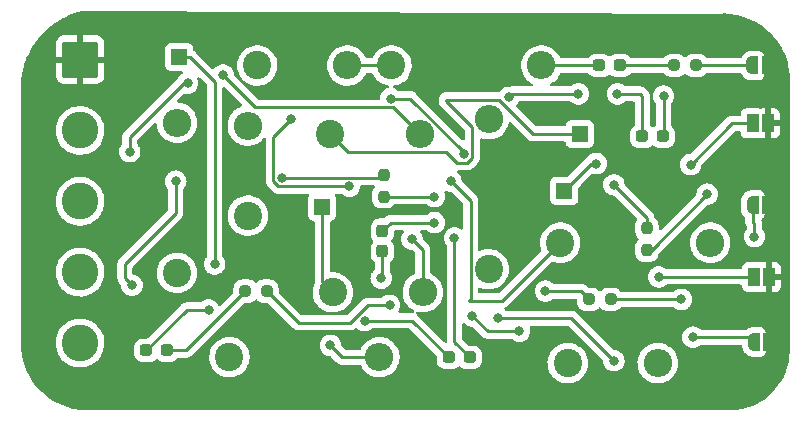
<source format=gbr>
%TF.GenerationSoftware,KiCad,Pcbnew,(6.0.1-0)*%
%TF.CreationDate,2022-08-29T12:54:46-04:00*%
%TF.ProjectId,Practice PCB,50726163-7469-4636-9520-5043422e6b69,rev?*%
%TF.SameCoordinates,Original*%
%TF.FileFunction,Copper,L1,Top*%
%TF.FilePolarity,Positive*%
%FSLAX46Y46*%
G04 Gerber Fmt 4.6, Leading zero omitted, Abs format (unit mm)*
G04 Created by KiCad (PCBNEW (6.0.1-0)) date 2022-08-29 12:54:46*
%MOMM*%
%LPD*%
G01*
G04 APERTURE LIST*
G04 Aperture macros list*
%AMRoundRect*
0 Rectangle with rounded corners*
0 $1 Rounding radius*
0 $2 $3 $4 $5 $6 $7 $8 $9 X,Y pos of 4 corners*
0 Add a 4 corners polygon primitive as box body*
4,1,4,$2,$3,$4,$5,$6,$7,$8,$9,$2,$3,0*
0 Add four circle primitives for the rounded corners*
1,1,$1+$1,$2,$3*
1,1,$1+$1,$4,$5*
1,1,$1+$1,$6,$7*
1,1,$1+$1,$8,$9*
0 Add four rect primitives between the rounded corners*
20,1,$1+$1,$2,$3,$4,$5,0*
20,1,$1+$1,$4,$5,$6,$7,0*
20,1,$1+$1,$6,$7,$8,$9,0*
20,1,$1+$1,$8,$9,$2,$3,0*%
%AMFreePoly0*
4,1,22,0.500000,-0.750000,0.000000,-0.750000,0.000000,-0.745033,-0.079941,-0.743568,-0.215256,-0.701293,-0.333266,-0.622738,-0.424486,-0.514219,-0.481581,-0.384460,-0.499164,-0.250000,-0.500000,-0.250000,-0.500000,0.250000,-0.499164,0.250000,-0.499963,0.256109,-0.478152,0.396186,-0.417904,0.524511,-0.324060,0.630769,-0.204165,0.706417,-0.067858,0.745374,0.000000,0.744959,0.000000,0.750000,
0.500000,0.750000,0.500000,-0.750000,0.500000,-0.750000,$1*%
%AMFreePoly1*
4,1,20,0.000000,0.744959,0.073905,0.744508,0.209726,0.703889,0.328688,0.626782,0.421226,0.519385,0.479903,0.390333,0.500000,0.250000,0.500000,-0.250000,0.499851,-0.262216,0.476331,-0.402017,0.414519,-0.529596,0.319384,-0.634700,0.198574,-0.708877,0.061801,-0.746166,0.000000,-0.745033,0.000000,-0.750000,-0.500000,-0.750000,-0.500000,0.750000,0.000000,0.750000,0.000000,0.744959,
0.000000,0.744959,$1*%
G04 Aperture macros list end*
%TA.AperFunction,ComponentPad*%
%ADD10C,2.400000*%
%TD*%
%TA.AperFunction,ComponentPad*%
%ADD11O,2.400000X2.400000*%
%TD*%
%TA.AperFunction,SMDPad,CuDef*%
%ADD12R,1.000000X1.500000*%
%TD*%
%TA.AperFunction,SMDPad,CuDef*%
%ADD13RoundRect,0.237500X0.287500X0.237500X-0.287500X0.237500X-0.287500X-0.237500X0.287500X-0.237500X0*%
%TD*%
%TA.AperFunction,SMDPad,CuDef*%
%ADD14RoundRect,0.237500X0.237500X-0.250000X0.237500X0.250000X-0.237500X0.250000X-0.237500X-0.250000X0*%
%TD*%
%TA.AperFunction,SMDPad,CuDef*%
%ADD15RoundRect,0.237500X-0.237500X0.287500X-0.237500X-0.287500X0.237500X-0.287500X0.237500X0.287500X0*%
%TD*%
%TA.AperFunction,SMDPad,CuDef*%
%ADD16RoundRect,0.237500X-0.250000X-0.237500X0.250000X-0.237500X0.250000X0.237500X-0.250000X0.237500X0*%
%TD*%
%TA.AperFunction,SMDPad,CuDef*%
%ADD17FreePoly0,0.000000*%
%TD*%
%TA.AperFunction,SMDPad,CuDef*%
%ADD18FreePoly1,0.000000*%
%TD*%
%TA.AperFunction,ComponentPad*%
%ADD19R,1.350000X1.350000*%
%TD*%
%TA.AperFunction,ComponentPad*%
%ADD20RoundRect,0.249999X-1.300001X1.300001X-1.300001X-1.300001X1.300001X-1.300001X1.300001X1.300001X0*%
%TD*%
%TA.AperFunction,ComponentPad*%
%ADD21C,3.100000*%
%TD*%
%TA.AperFunction,ViaPad*%
%ADD22C,0.800000*%
%TD*%
%TA.AperFunction,Conductor*%
%ADD23C,0.250000*%
%TD*%
G04 APERTURE END LIST*
D10*
%TO.P,R5,1*%
%TO.N,Net-(R4-Pad2)*%
X76600000Y-60850000D03*
D11*
%TO.P,R5,2*%
%TO.N,Net-(D2-Pad2)*%
X76600000Y-48150000D03*
%TD*%
D12*
%TO.P,JP2,1,A*%
%TO.N,Net-(JP2-Pad1)*%
X98950000Y-48500000D03*
%TO.P,JP2,2,B*%
%TO.N,GND*%
X100250000Y-48500000D03*
%TD*%
D13*
%TO.P,D3,1,K*%
%TO.N,Net-(D3-Pad1)*%
X74975000Y-68300000D03*
%TO.P,D3,2,A*%
%TO.N,Net-(D3-Pad2)*%
X73225000Y-68300000D03*
%TD*%
%TO.P,D1,1,K*%
%TO.N,Net-(D1-Pad1)*%
X87710000Y-43600000D03*
%TO.P,D1,2,A*%
%TO.N,Net-(D1-Pad2)*%
X85960000Y-43600000D03*
%TD*%
D10*
%TO.P,R7,1*%
%TO.N,Net-(J2-Pad1)*%
X56200000Y-56310000D03*
D11*
%TO.P,R7,2*%
%TO.N,Net-(R7-Pad2)*%
X56200000Y-48690000D03*
%TD*%
D14*
%TO.P,R12,1*%
%TO.N,Net-(D4-Pad1)*%
X67700000Y-54700000D03*
%TO.P,R12,2*%
%TO.N,Net-(JP4-Pad1)*%
X67700000Y-52875000D03*
%TD*%
D15*
%TO.P,D4,1,K*%
%TO.N,Net-(D4-Pad1)*%
X67600000Y-57587500D03*
%TO.P,D4,2,A*%
%TO.N,Net-(D4-Pad2)*%
X67600000Y-59337500D03*
%TD*%
D16*
%TO.P,R9,1*%
%TO.N,Net-(D3-Pad1)*%
X85087500Y-63400000D03*
%TO.P,R9,2*%
%TO.N,Net-(JP3-Pad1)*%
X86912500Y-63400000D03*
%TD*%
D13*
%TO.P,D2,1,K*%
%TO.N,Net-(D2-Pad1)*%
X91350000Y-49600000D03*
%TO.P,D2,2,A*%
%TO.N,Net-(D2-Pad2)*%
X89600000Y-49600000D03*
%TD*%
D10*
%TO.P,R1,1*%
%TO.N,VCC*%
X57000000Y-43600000D03*
D11*
%TO.P,R1,2*%
%TO.N,Net-(R1-Pad2)*%
X64620000Y-43600000D03*
%TD*%
D10*
%TO.P,R14,1*%
%TO.N,Net-(R13-Pad2)*%
X82650000Y-58600000D03*
D11*
%TO.P,R14,2*%
%TO.N,Net-(D5-Pad2)*%
X95350000Y-58600000D03*
%TD*%
D17*
%TO.P,JP3,1,A*%
%TO.N,Net-(JP3-Pad1)*%
X98950000Y-55400000D03*
D18*
%TO.P,JP3,2,B*%
%TO.N,GND*%
X100250000Y-55400000D03*
%TD*%
D14*
%TO.P,R6,1*%
%TO.N,Net-(D2-Pad1)*%
X90000000Y-59212500D03*
%TO.P,R6,2*%
%TO.N,Net-(JP2-Pad1)*%
X90000000Y-57387500D03*
%TD*%
D10*
%TO.P,R8,1*%
%TO.N,Net-(R7-Pad2)*%
X54650000Y-68300000D03*
D11*
%TO.P,R8,2*%
%TO.N,Net-(D3-Pad2)*%
X67350000Y-68300000D03*
%TD*%
D10*
%TO.P,R13,1*%
%TO.N,Net-(J5-Pad1)*%
X63400000Y-62800000D03*
D11*
%TO.P,R13,2*%
%TO.N,Net-(R13-Pad2)*%
X71020000Y-62800000D03*
%TD*%
D16*
%TO.P,R3,1*%
%TO.N,Net-(D1-Pad1)*%
X92310000Y-43600000D03*
%TO.P,R3,2*%
%TO.N,Net-(JP1-Pad1)*%
X94135000Y-43600000D03*
%TD*%
%TO.P,R15,1*%
%TO.N,Net-(D5-Pad1)*%
X55987500Y-62700000D03*
%TO.P,R15,2*%
%TO.N,Net-(JP5-Pad1)*%
X57812500Y-62700000D03*
%TD*%
D10*
%TO.P,R4,1*%
%TO.N,Net-(J1-Pad1)*%
X83290000Y-68800000D03*
D11*
%TO.P,R4,2*%
%TO.N,Net-(R4-Pad2)*%
X90910000Y-68800000D03*
%TD*%
D10*
%TO.P,R2,1*%
%TO.N,Net-(R1-Pad2)*%
X68360000Y-43600000D03*
D11*
%TO.P,R2,2*%
%TO.N,Net-(D1-Pad2)*%
X81060000Y-43600000D03*
%TD*%
D17*
%TO.P,JP1,1,A*%
%TO.N,Net-(JP1-Pad1)*%
X98910000Y-43600000D03*
D18*
%TO.P,JP1,2,B*%
%TO.N,GND*%
X100210000Y-43600000D03*
%TD*%
D19*
%TO.P,J4,1,Pin_1*%
%TO.N,Net-(J4-Pad1)*%
X84300000Y-49400000D03*
%TD*%
D20*
%TO.P,J3,1,Pin_1*%
%TO.N,GND*%
X42000000Y-43100000D03*
D21*
%TO.P,J3,2,Pin_2*%
%TO.N,VCC*%
X42000000Y-49100000D03*
%TO.P,J3,3,Pin_3*%
X42000000Y-55100000D03*
%TO.P,J3,4,Pin_4*%
X42000000Y-61100000D03*
%TO.P,J3,5,Pin_5*%
X42000000Y-67100000D03*
%TD*%
D19*
%TO.P,J5,1,Pin_1*%
%TO.N,Net-(J5-Pad1)*%
X62500000Y-55600000D03*
%TD*%
%TO.P,J2,1,Pin_1*%
%TO.N,Net-(J2-Pad1)*%
X83000000Y-54200000D03*
%TD*%
%TO.P,J1,1,Pin_1*%
%TO.N,Net-(J1-Pad1)*%
X50400000Y-42900000D03*
%TD*%
D12*
%TO.P,JP4,1,A*%
%TO.N,Net-(JP4-Pad1)*%
X99050000Y-61500000D03*
%TO.P,JP4,2,B*%
%TO.N,GND*%
X100350000Y-61500000D03*
%TD*%
D10*
%TO.P,R10,1*%
%TO.N,Net-(J4-Pad1)*%
X63190000Y-49400000D03*
D11*
%TO.P,R10,2*%
%TO.N,Net-(R10-Pad2)*%
X70810000Y-49400000D03*
%TD*%
D13*
%TO.P,D5,1,K*%
%TO.N,Net-(D5-Pad1)*%
X49375000Y-67700000D03*
%TO.P,D5,2,A*%
%TO.N,Net-(D5-Pad2)*%
X47625000Y-67700000D03*
%TD*%
D17*
%TO.P,JP5,1,A*%
%TO.N,Net-(JP5-Pad1)*%
X99050000Y-67000000D03*
D18*
%TO.P,JP5,2,B*%
%TO.N,GND*%
X100350000Y-67000000D03*
%TD*%
D10*
%TO.P,R11,1*%
%TO.N,Net-(R10-Pad2)*%
X50200000Y-61150000D03*
D11*
%TO.P,R11,2*%
%TO.N,Net-(D4-Pad2)*%
X50200000Y-48450000D03*
%TD*%
D22*
%TO.N,Net-(D2-Pad1)*%
X91400000Y-46200000D03*
X95100000Y-54500000D03*
%TO.N,Net-(D2-Pad2)*%
X87500000Y-46000000D03*
X78300000Y-46300000D03*
X84200000Y-46000000D03*
%TO.N,Net-(D3-Pad1)*%
X81400000Y-62700000D03*
X73700000Y-58200000D03*
%TO.N,Net-(D3-Pad2)*%
X63200000Y-67300000D03*
X66100000Y-65200000D03*
%TO.N,Net-(D4-Pad1)*%
X72000000Y-54700000D03*
X72000000Y-56900000D03*
%TO.N,Net-(D4-Pad2)*%
X64800000Y-53824500D03*
X59900000Y-48100000D03*
X67500000Y-61600000D03*
%TO.N,Net-(D5-Pad2)*%
X52900000Y-64300000D03*
%TO.N,Net-(J1-Pad1)*%
X53400000Y-60400000D03*
%TO.N,Net-(J2-Pad1)*%
X85700000Y-51900000D03*
X68300000Y-46400000D03*
X74500000Y-51100000D03*
%TO.N,Net-(JP2-Pad1)*%
X93700000Y-52000000D03*
X87200000Y-53700000D03*
%TO.N,Net-(JP3-Pad1)*%
X99100000Y-58100000D03*
X92900000Y-63400000D03*
%TO.N,Net-(JP4-Pad1)*%
X91000000Y-61500000D03*
X59100000Y-53100000D03*
%TO.N,Net-(JP5-Pad1)*%
X75200000Y-64800000D03*
X93900000Y-66600000D03*
X79200000Y-66100000D03*
X68200000Y-63900000D03*
%TO.N,Net-(R4-Pad2)*%
X87200000Y-68600000D03*
X77400000Y-65000000D03*
%TO.N,Net-(R7-Pad2)*%
X46400000Y-62200000D03*
X50100000Y-53400000D03*
%TO.N,Net-(R10-Pad2)*%
X54100000Y-44400000D03*
X46200000Y-50900000D03*
X51100000Y-45100000D03*
%TO.N,Net-(R13-Pad2)*%
X73400000Y-53400000D03*
X70100000Y-58300000D03*
%TD*%
D23*
%TO.N,Net-(D1-Pad1)*%
X87710000Y-43600000D02*
X92310000Y-43600000D01*
%TO.N,Net-(D1-Pad2)*%
X81060000Y-43600000D02*
X85960000Y-43600000D01*
%TO.N,Net-(D2-Pad1)*%
X95100000Y-54500000D02*
X90387500Y-59212500D01*
X90387500Y-59212500D02*
X90000000Y-59212500D01*
X91400000Y-49550000D02*
X91400000Y-46200000D01*
X91350000Y-49600000D02*
X91400000Y-49550000D01*
%TO.N,Net-(D2-Pad2)*%
X78600000Y-46000000D02*
X78300000Y-46300000D01*
X89400000Y-46000000D02*
X87500000Y-46000000D01*
X89600000Y-46200000D02*
X89400000Y-46000000D01*
X84200000Y-46000000D02*
X78600000Y-46000000D01*
X89600000Y-49600000D02*
X89600000Y-46200000D01*
%TO.N,Net-(D3-Pad1)*%
X74975000Y-68300000D02*
X73700000Y-67025000D01*
X81400000Y-62700000D02*
X84387500Y-62700000D01*
X84387500Y-62700000D02*
X85087500Y-63400000D01*
X73700000Y-67025000D02*
X73700000Y-58200000D01*
%TO.N,Net-(D3-Pad2)*%
X66100000Y-65200000D02*
X70125000Y-65200000D01*
X64200000Y-68300000D02*
X63200000Y-67300000D01*
X70125000Y-65200000D02*
X73225000Y-68300000D01*
X67350000Y-68300000D02*
X64200000Y-68300000D01*
%TO.N,Net-(D4-Pad1)*%
X68287500Y-56900000D02*
X67600000Y-57587500D01*
X67700000Y-54700000D02*
X72000000Y-54700000D01*
X72000000Y-56900000D02*
X68287500Y-56900000D01*
%TO.N,Net-(D4-Pad2)*%
X67600000Y-61500000D02*
X67500000Y-61600000D01*
X58799886Y-53824500D02*
X58375489Y-53400103D01*
X64800000Y-53824500D02*
X58799886Y-53824500D01*
X58375489Y-53400103D02*
X58375489Y-49624511D01*
X67600000Y-59337500D02*
X67600000Y-61500000D01*
X58375489Y-49624511D02*
X59900000Y-48100000D01*
%TO.N,Net-(D5-Pad1)*%
X50987500Y-67700000D02*
X55987500Y-62700000D01*
X49375000Y-67700000D02*
X50987500Y-67700000D01*
%TO.N,Net-(D5-Pad2)*%
X51025000Y-64300000D02*
X47625000Y-67700000D01*
X52900000Y-64300000D02*
X51025000Y-64300000D01*
%TO.N,Net-(J1-Pad1)*%
X51325000Y-42900000D02*
X53400000Y-44975000D01*
X53400000Y-44975000D02*
X53400000Y-60400000D01*
X50400000Y-42900000D02*
X51325000Y-42900000D01*
%TO.N,Net-(J2-Pad1)*%
X74500000Y-51100000D02*
X74500000Y-50934015D01*
X69965985Y-46400000D02*
X68300000Y-46400000D01*
X83000000Y-54200000D02*
X85300000Y-51900000D01*
X85300000Y-51900000D02*
X85700000Y-51900000D01*
X74500000Y-50934015D02*
X69965985Y-46400000D01*
%TO.N,VCC*%
X56900000Y-43500000D02*
X57000000Y-43600000D01*
%TO.N,Net-(J4-Pad1)*%
X73000000Y-46500000D02*
X77475386Y-46500000D01*
X74800103Y-51824511D02*
X75224511Y-51400103D01*
X80375386Y-49400000D02*
X84300000Y-49400000D01*
X75224511Y-48824511D02*
X73000000Y-46600000D01*
X73875490Y-51824511D02*
X74800103Y-51824511D01*
X64714511Y-50924511D02*
X72975490Y-50924511D01*
X77475386Y-46500000D02*
X80375386Y-49400000D01*
X72975490Y-50924511D02*
X73875490Y-51824511D01*
X73000000Y-46600000D02*
X73000000Y-46500000D01*
X75224511Y-51400103D02*
X75224511Y-48824511D01*
X63190000Y-49400000D02*
X64714511Y-50924511D01*
%TO.N,Net-(J5-Pad1)*%
X62500000Y-55600000D02*
X62500000Y-61900000D01*
X62500000Y-61900000D02*
X63400000Y-62800000D01*
%TO.N,Net-(JP1-Pad1)*%
X94135000Y-43600000D02*
X98910000Y-43600000D01*
%TO.N,Net-(JP2-Pad1)*%
X90000000Y-56500000D02*
X87200000Y-53700000D01*
X97200000Y-48500000D02*
X98950000Y-48500000D01*
X90000000Y-57387500D02*
X90000000Y-56500000D01*
X93700000Y-52000000D02*
X97200000Y-48500000D01*
%TO.N,Net-(JP3-Pad1)*%
X98950000Y-56840100D02*
X98950000Y-55400000D01*
X86912500Y-63400000D02*
X92900000Y-63400000D01*
X99100000Y-56990100D02*
X98950000Y-56840100D01*
X99100000Y-58100000D02*
X99100000Y-56990100D01*
%TO.N,Net-(JP4-Pad1)*%
X99050000Y-61500000D02*
X91000000Y-61500000D01*
X67475000Y-53100000D02*
X67700000Y-52875000D01*
X59100000Y-53100000D02*
X67475000Y-53100000D01*
%TO.N,Net-(JP5-Pad1)*%
X76500000Y-66100000D02*
X75200000Y-64800000D01*
X64875386Y-65400000D02*
X60512500Y-65400000D01*
X66375386Y-63900000D02*
X64875386Y-65400000D01*
X60512500Y-65400000D02*
X57812500Y-62700000D01*
X68200000Y-63900000D02*
X66375386Y-63900000D01*
X99050000Y-67000000D02*
X98650000Y-66600000D01*
X79200000Y-66100000D02*
X76500000Y-66100000D01*
X98650000Y-66600000D02*
X93900000Y-66600000D01*
%TO.N,Net-(R1-Pad2)*%
X64620000Y-43600000D02*
X68360000Y-43600000D01*
%TO.N,Net-(R4-Pad2)*%
X83600000Y-65000000D02*
X77400000Y-65000000D01*
X87200000Y-68600000D02*
X83600000Y-65000000D01*
%TO.N,Net-(R7-Pad2)*%
X50100000Y-53400000D02*
X50100000Y-56100000D01*
X45800000Y-61600000D02*
X46400000Y-62200000D01*
X50100000Y-56100000D02*
X45800000Y-60400000D01*
X45800000Y-60400000D02*
X45800000Y-61600000D01*
%TO.N,Net-(R10-Pad2)*%
X68534511Y-47124511D02*
X70810000Y-49400000D01*
X56824511Y-47124511D02*
X68534511Y-47124511D01*
X54100000Y-44400000D02*
X56824511Y-47124511D01*
X50775500Y-45100000D02*
X51100000Y-45100000D01*
X46200000Y-50900000D02*
X46200000Y-49675500D01*
X46200000Y-49675500D02*
X50775500Y-45100000D01*
%TO.N,Net-(R13-Pad2)*%
X77750000Y-63500000D02*
X82650000Y-58600000D01*
X75075489Y-63324511D02*
X74900000Y-63500000D01*
X73400000Y-53400000D02*
X75075489Y-55075489D01*
X71020000Y-62800000D02*
X71020000Y-59220000D01*
X71020000Y-59220000D02*
X70100000Y-58300000D01*
X75075489Y-55075489D02*
X75075489Y-63324511D01*
X74900000Y-63500000D02*
X77750000Y-63500000D01*
%TD*%
%TA.AperFunction,Conductor*%
%TO.N,GND*%
G36*
X96083352Y-39201869D02*
G01*
X96096183Y-39202577D01*
X96127799Y-39205944D01*
X96127800Y-39205944D01*
X96136729Y-39206895D01*
X96145563Y-39205302D01*
X96145568Y-39205302D01*
X96157653Y-39203123D01*
X96179018Y-39201127D01*
X96598894Y-39197823D01*
X96609075Y-39198155D01*
X96802964Y-39212350D01*
X97058950Y-39231093D01*
X97069082Y-39232249D01*
X97514799Y-39301457D01*
X97524804Y-39303428D01*
X97657102Y-39335103D01*
X97963482Y-39408458D01*
X97973273Y-39411226D01*
X98402021Y-39551388D01*
X98411574Y-39554945D01*
X98827592Y-39729324D01*
X98836792Y-39733625D01*
X99237362Y-39941085D01*
X99246210Y-39946133D01*
X99628645Y-40185277D01*
X99637065Y-40191028D01*
X99894892Y-40382906D01*
X99998921Y-40460326D01*
X100006849Y-40466740D01*
X100345748Y-40764425D01*
X100353131Y-40771460D01*
X100627719Y-41055150D01*
X100666838Y-41095566D01*
X100673623Y-41103169D01*
X100758387Y-41206262D01*
X100960089Y-41451580D01*
X100966242Y-41459712D01*
X101223609Y-41830169D01*
X101229083Y-41838772D01*
X101393432Y-42121715D01*
X101455629Y-42228794D01*
X101460390Y-42237809D01*
X101513344Y-42348773D01*
X101654668Y-42644909D01*
X101658684Y-42654283D01*
X101819399Y-43075741D01*
X101822643Y-43085405D01*
X101921191Y-43423841D01*
X101948751Y-43518490D01*
X101951201Y-43528379D01*
X101967720Y-43608882D01*
X102041872Y-43970242D01*
X102043516Y-43980307D01*
X102098156Y-44428043D01*
X102098981Y-44438207D01*
X102115671Y-44850287D01*
X102114275Y-44874766D01*
X102113637Y-44878862D01*
X102113637Y-44878866D01*
X102112256Y-44887735D01*
X102113420Y-44896637D01*
X102113420Y-44896639D01*
X102116331Y-44918895D01*
X102117395Y-44935370D01*
X102106972Y-54154970D01*
X102092037Y-67365731D01*
X102091328Y-67378933D01*
X102088061Y-67409608D01*
X102087110Y-67418539D01*
X102088703Y-67427375D01*
X102088703Y-67427378D01*
X102090821Y-67439127D01*
X102092818Y-67460690D01*
X102093204Y-67522182D01*
X102095265Y-67850926D01*
X102095268Y-67851448D01*
X102094888Y-67862038D01*
X102063278Y-68267006D01*
X102062080Y-68282355D01*
X102060811Y-68292879D01*
X102054632Y-68330673D01*
X101992784Y-68708949D01*
X101990635Y-68719330D01*
X101887871Y-69128220D01*
X101884856Y-69138384D01*
X101748089Y-69537167D01*
X101744231Y-69547042D01*
X101654835Y-69750188D01*
X101576893Y-69927306D01*
X101574420Y-69932925D01*
X101569749Y-69942435D01*
X101402134Y-70250188D01*
X101368095Y-70312687D01*
X101362637Y-70321775D01*
X101130565Y-70673774D01*
X101124376Y-70682352D01*
X100863541Y-71013588D01*
X100856656Y-71021614D01*
X100568890Y-71329760D01*
X100561334Y-71337197D01*
X100248707Y-71620039D01*
X100240553Y-71626815D01*
X99905249Y-71882380D01*
X99896555Y-71888446D01*
X99540942Y-72114926D01*
X99531768Y-72120239D01*
X99158398Y-72316012D01*
X99148810Y-72320536D01*
X98760293Y-72484232D01*
X98750359Y-72487934D01*
X98549904Y-72553164D01*
X98349440Y-72618396D01*
X98339245Y-72621245D01*
X98139764Y-72668044D01*
X97928799Y-72717537D01*
X97918385Y-72719522D01*
X97501278Y-72780972D01*
X97490741Y-72782074D01*
X97069951Y-72808242D01*
X97059355Y-72808454D01*
X96734875Y-72801296D01*
X96676157Y-72800001D01*
X96651609Y-72797033D01*
X96647915Y-72796212D01*
X96647913Y-72796212D01*
X96639150Y-72794265D01*
X96630193Y-72794856D01*
X96630192Y-72794856D01*
X96586774Y-72797721D01*
X96578478Y-72797994D01*
X43015861Y-72797994D01*
X43002517Y-72797285D01*
X42998686Y-72796877D01*
X42963271Y-72793105D01*
X42954437Y-72794698D01*
X42954432Y-72794698D01*
X42942347Y-72796877D01*
X42920982Y-72798873D01*
X42501106Y-72802177D01*
X42490925Y-72801845D01*
X42297036Y-72787650D01*
X42041050Y-72768907D01*
X42030918Y-72767751D01*
X41585201Y-72698543D01*
X41575196Y-72696572D01*
X41442898Y-72664897D01*
X41136518Y-72591542D01*
X41126727Y-72588774D01*
X40697976Y-72448611D01*
X40688423Y-72445054D01*
X40272408Y-72270676D01*
X40263208Y-72266375D01*
X39862638Y-72058915D01*
X39853790Y-72053867D01*
X39471355Y-71814723D01*
X39462934Y-71808971D01*
X39209066Y-71620039D01*
X39101076Y-71539671D01*
X39093151Y-71533260D01*
X38754252Y-71235575D01*
X38746869Y-71228540D01*
X38538804Y-71013578D01*
X38433157Y-70904428D01*
X38426372Y-70896825D01*
X38377874Y-70837839D01*
X38139911Y-70548420D01*
X38133758Y-70540288D01*
X37876391Y-70169831D01*
X37870917Y-70161227D01*
X37784275Y-70012064D01*
X37644370Y-69771204D01*
X37639609Y-69762188D01*
X37621527Y-69724297D01*
X37499594Y-69468794D01*
X37445332Y-69355091D01*
X37441316Y-69345717D01*
X37308285Y-68996858D01*
X37280600Y-68924255D01*
X37277356Y-68914591D01*
X37277307Y-68914423D01*
X37151247Y-68481502D01*
X37148797Y-68471612D01*
X37147469Y-68465137D01*
X37101212Y-68239716D01*
X37058128Y-68029758D01*
X37056484Y-68019693D01*
X37001844Y-67571957D01*
X37001019Y-67561793D01*
X36984329Y-67149713D01*
X36985725Y-67125234D01*
X36986363Y-67121138D01*
X36986363Y-67121134D01*
X36987744Y-67112265D01*
X36986141Y-67100000D01*
X36983622Y-67080744D01*
X36983469Y-67078393D01*
X39936803Y-67078393D01*
X39952960Y-67358601D01*
X39953785Y-67362806D01*
X39953786Y-67362814D01*
X39975418Y-67473071D01*
X40006996Y-67634024D01*
X40008383Y-67638074D01*
X40008384Y-67638079D01*
X40085064Y-67862043D01*
X40097911Y-67899565D01*
X40135325Y-67973955D01*
X40171942Y-68046759D01*
X40224022Y-68150310D01*
X40226448Y-68153839D01*
X40226451Y-68153845D01*
X40318410Y-68287645D01*
X40382997Y-68381620D01*
X40385884Y-68384793D01*
X40385885Y-68384794D01*
X40408886Y-68410072D01*
X40571894Y-68589215D01*
X40575183Y-68591965D01*
X40783925Y-68766501D01*
X40783930Y-68766505D01*
X40787217Y-68769253D01*
X40868764Y-68820407D01*
X41021341Y-68916119D01*
X41021345Y-68916121D01*
X41024981Y-68918402D01*
X41028891Y-68920167D01*
X41028892Y-68920168D01*
X41034068Y-68922505D01*
X41280788Y-69033903D01*
X41284907Y-69035123D01*
X41545790Y-69112401D01*
X41545795Y-69112402D01*
X41549903Y-69113619D01*
X41554137Y-69114267D01*
X41554142Y-69114268D01*
X41761990Y-69146073D01*
X41827347Y-69156074D01*
X41970292Y-69158319D01*
X42103694Y-69160415D01*
X42103700Y-69160415D01*
X42107985Y-69160482D01*
X42386626Y-69126763D01*
X42658112Y-69055540D01*
X42662072Y-69053900D01*
X42662077Y-69053898D01*
X42810427Y-68992449D01*
X42917420Y-68948131D01*
X42935658Y-68937474D01*
X43156054Y-68808685D01*
X43156055Y-68808685D01*
X43159752Y-68806524D01*
X43172089Y-68796851D01*
X43377252Y-68635982D01*
X43380624Y-68633338D01*
X43422310Y-68590322D01*
X43572965Y-68434857D01*
X43575948Y-68431779D01*
X43578481Y-68428331D01*
X43578485Y-68428326D01*
X43739572Y-68209032D01*
X43742110Y-68205577D01*
X43744156Y-68201809D01*
X43873986Y-67962692D01*
X43873987Y-67962690D01*
X43876036Y-67958916D01*
X43952574Y-67756365D01*
X43973729Y-67700380D01*
X43973730Y-67700376D01*
X43975247Y-67696362D01*
X44033789Y-67440755D01*
X44036949Y-67426957D01*
X44036950Y-67426953D01*
X44037907Y-67422773D01*
X44038499Y-67416146D01*
X44062637Y-67145677D01*
X44062637Y-67145675D01*
X44062857Y-67143211D01*
X44063046Y-67125234D01*
X44063284Y-67102484D01*
X44063284Y-67102483D01*
X44063310Y-67100000D01*
X44060914Y-67064856D01*
X44044512Y-66824254D01*
X44044511Y-66824248D01*
X44044220Y-66819977D01*
X44039980Y-66799500D01*
X44007332Y-66641852D01*
X43987303Y-66545135D01*
X43893612Y-66280561D01*
X43883401Y-66260776D01*
X43766847Y-66034957D01*
X43766847Y-66034956D01*
X43764882Y-66031150D01*
X43760576Y-66025022D01*
X43665835Y-65890221D01*
X43603493Y-65801517D01*
X43465949Y-65653502D01*
X43415354Y-65599055D01*
X43415351Y-65599052D01*
X43412433Y-65595912D01*
X43195237Y-65418139D01*
X42955923Y-65271487D01*
X42933348Y-65261577D01*
X42702853Y-65160397D01*
X42698921Y-65158671D01*
X42679519Y-65153144D01*
X42433114Y-65082954D01*
X42433115Y-65082954D01*
X42428986Y-65081778D01*
X42223217Y-65052493D01*
X42155365Y-65042836D01*
X42155363Y-65042836D01*
X42151113Y-65042231D01*
X42146824Y-65042209D01*
X42146817Y-65042208D01*
X41874730Y-65040783D01*
X41874723Y-65040783D01*
X41870444Y-65040761D01*
X41866199Y-65041320D01*
X41866197Y-65041320D01*
X41802813Y-65049665D01*
X41592172Y-65077397D01*
X41321446Y-65151459D01*
X41063277Y-65261577D01*
X40917721Y-65348691D01*
X40826123Y-65403511D01*
X40826119Y-65403514D01*
X40822441Y-65405715D01*
X40603395Y-65581204D01*
X40600451Y-65584306D01*
X40600447Y-65584310D01*
X40413142Y-65781688D01*
X40410192Y-65784797D01*
X40246408Y-66012727D01*
X40244404Y-66016512D01*
X40119584Y-66252257D01*
X40115073Y-66260776D01*
X40113601Y-66264799D01*
X40113599Y-66264803D01*
X40106354Y-66284602D01*
X40018616Y-66524355D01*
X40017703Y-66528541D01*
X40017703Y-66528542D01*
X39960713Y-66789928D01*
X39958825Y-66798585D01*
X39945198Y-66971722D01*
X39940222Y-67034958D01*
X39936803Y-67078393D01*
X36983469Y-67078393D01*
X36982558Y-67064406D01*
X36982558Y-61078393D01*
X39936803Y-61078393D01*
X39952960Y-61358601D01*
X39953785Y-61362806D01*
X39953786Y-61362814D01*
X39979413Y-61493435D01*
X40006996Y-61634024D01*
X40008383Y-61638074D01*
X40008384Y-61638079D01*
X40092786Y-61884597D01*
X40097911Y-61899565D01*
X40151283Y-62005683D01*
X40221392Y-62145080D01*
X40224022Y-62150310D01*
X40226448Y-62153839D01*
X40226451Y-62153845D01*
X40311304Y-62277306D01*
X40382997Y-62381620D01*
X40385884Y-62384793D01*
X40385885Y-62384794D01*
X40407456Y-62408500D01*
X40571894Y-62589215D01*
X40575183Y-62591965D01*
X40778604Y-62762051D01*
X40787217Y-62769253D01*
X40889494Y-62833411D01*
X41021341Y-62916119D01*
X41021345Y-62916121D01*
X41024981Y-62918402D01*
X41280788Y-63033903D01*
X41284907Y-63035123D01*
X41545790Y-63112401D01*
X41545795Y-63112402D01*
X41549903Y-63113619D01*
X41554137Y-63114267D01*
X41554142Y-63114268D01*
X41761990Y-63146073D01*
X41827347Y-63156074D01*
X41970292Y-63158319D01*
X42103694Y-63160415D01*
X42103700Y-63160415D01*
X42107985Y-63160482D01*
X42386626Y-63126763D01*
X42658112Y-63055540D01*
X42662072Y-63053900D01*
X42662077Y-63053898D01*
X42823010Y-62987237D01*
X42917420Y-62948131D01*
X42968296Y-62918402D01*
X43156054Y-62808685D01*
X43156055Y-62808685D01*
X43159752Y-62806524D01*
X43163775Y-62803370D01*
X43377252Y-62635982D01*
X43380624Y-62633338D01*
X43394866Y-62618642D01*
X43521414Y-62488054D01*
X43575948Y-62431779D01*
X43578481Y-62428331D01*
X43578485Y-62428326D01*
X43739572Y-62209032D01*
X43742110Y-62205577D01*
X43760998Y-62170789D01*
X43873986Y-61962692D01*
X43873987Y-61962690D01*
X43876036Y-61958916D01*
X43951655Y-61758797D01*
X43973729Y-61700380D01*
X43973730Y-61700376D01*
X43975247Y-61696362D01*
X44011079Y-61539909D01*
X44036949Y-61426957D01*
X44036950Y-61426953D01*
X44037907Y-61422773D01*
X44038801Y-61412763D01*
X44062637Y-61145677D01*
X44062637Y-61145675D01*
X44062857Y-61143211D01*
X44063310Y-61100000D01*
X44061546Y-61074118D01*
X44044512Y-60824254D01*
X44044511Y-60824248D01*
X44044220Y-60819977D01*
X44038923Y-60794396D01*
X43999983Y-60606365D01*
X43987303Y-60545135D01*
X43928805Y-60379943D01*
X45161780Y-60379943D01*
X45162526Y-60387835D01*
X45165941Y-60423961D01*
X45166500Y-60435819D01*
X45166500Y-61521233D01*
X45165973Y-61532416D01*
X45164298Y-61539909D01*
X45164547Y-61547835D01*
X45164547Y-61547836D01*
X45166438Y-61607986D01*
X45166500Y-61611945D01*
X45166500Y-61639856D01*
X45166997Y-61643790D01*
X45166997Y-61643791D01*
X45167005Y-61643856D01*
X45167938Y-61655693D01*
X45169327Y-61699889D01*
X45174251Y-61716837D01*
X45174978Y-61719339D01*
X45178987Y-61738700D01*
X45181526Y-61758797D01*
X45184445Y-61766168D01*
X45184445Y-61766170D01*
X45197804Y-61799912D01*
X45201649Y-61811142D01*
X45210744Y-61842449D01*
X45213982Y-61853593D01*
X45218015Y-61860412D01*
X45218017Y-61860417D01*
X45224293Y-61871028D01*
X45232988Y-61888776D01*
X45240448Y-61907617D01*
X45245110Y-61914033D01*
X45245110Y-61914034D01*
X45266436Y-61943387D01*
X45272952Y-61953307D01*
X45283745Y-61971556D01*
X45295458Y-61991362D01*
X45309779Y-62005683D01*
X45322619Y-62020716D01*
X45334528Y-62037107D01*
X45365113Y-62062409D01*
X45368605Y-62065298D01*
X45377384Y-62073288D01*
X45452878Y-62148782D01*
X45486904Y-62211094D01*
X45489092Y-62224703D01*
X45491079Y-62243602D01*
X45504205Y-62368488D01*
X45506458Y-62389928D01*
X45565473Y-62571556D01*
X45568776Y-62577278D01*
X45568777Y-62577279D01*
X45585200Y-62605724D01*
X45660960Y-62736944D01*
X45665378Y-62741851D01*
X45665379Y-62741852D01*
X45779660Y-62868774D01*
X45788747Y-62878866D01*
X45943248Y-62991118D01*
X45949276Y-62993802D01*
X45949278Y-62993803D01*
X46097504Y-63059797D01*
X46117712Y-63068794D01*
X46211112Y-63088647D01*
X46298056Y-63107128D01*
X46298061Y-63107128D01*
X46304513Y-63108500D01*
X46495487Y-63108500D01*
X46501939Y-63107128D01*
X46501944Y-63107128D01*
X46588888Y-63088647D01*
X46682288Y-63068794D01*
X46702496Y-63059797D01*
X46850722Y-62993803D01*
X46850724Y-62993802D01*
X46856752Y-62991118D01*
X47011253Y-62878866D01*
X47020340Y-62868774D01*
X47134621Y-62741852D01*
X47134622Y-62741851D01*
X47139040Y-62736944D01*
X47214800Y-62605724D01*
X47231223Y-62577279D01*
X47231224Y-62577278D01*
X47234527Y-62571556D01*
X47293542Y-62389928D01*
X47295796Y-62368488D01*
X47312814Y-62206565D01*
X47313504Y-62200000D01*
X47307607Y-62143893D01*
X47294232Y-62016635D01*
X47294232Y-62016633D01*
X47293542Y-62010072D01*
X47234527Y-61828444D01*
X47223350Y-61809084D01*
X47178539Y-61731470D01*
X47139040Y-61663056D01*
X47117666Y-61639317D01*
X47015675Y-61526045D01*
X47015674Y-61526044D01*
X47011253Y-61521134D01*
X46899923Y-61440248D01*
X46862094Y-61412763D01*
X46862093Y-61412762D01*
X46856752Y-61408882D01*
X46850724Y-61406198D01*
X46850722Y-61406197D01*
X46688319Y-61333891D01*
X46688318Y-61333891D01*
X46682288Y-61331206D01*
X46533303Y-61299538D01*
X46470829Y-61265809D01*
X46436508Y-61203660D01*
X46433500Y-61176291D01*
X46433500Y-61105151D01*
X48487296Y-61105151D01*
X48487520Y-61109817D01*
X48487520Y-61109822D01*
X48493033Y-61224579D01*
X48499480Y-61358798D01*
X48515782Y-61440755D01*
X48532748Y-61526045D01*
X48549021Y-61607857D01*
X48550600Y-61612255D01*
X48550602Y-61612262D01*
X48611669Y-61782346D01*
X48634831Y-61846858D01*
X48637048Y-61850984D01*
X48739605Y-62041852D01*
X48755025Y-62070551D01*
X48757820Y-62074294D01*
X48757822Y-62074297D01*
X48904171Y-62270282D01*
X48904176Y-62270288D01*
X48906963Y-62274020D01*
X48910272Y-62277300D01*
X48910277Y-62277306D01*
X49066105Y-62431779D01*
X49087307Y-62452797D01*
X49091069Y-62455555D01*
X49091072Y-62455558D01*
X49247193Y-62570030D01*
X49292094Y-62602953D01*
X49296229Y-62605129D01*
X49296233Y-62605131D01*
X49414289Y-62667243D01*
X49516827Y-62721191D01*
X49646573Y-62766500D01*
X49733485Y-62796851D01*
X49756568Y-62804912D01*
X50006050Y-62852278D01*
X50126532Y-62857011D01*
X50255125Y-62862064D01*
X50255130Y-62862064D01*
X50259793Y-62862247D01*
X50358774Y-62851407D01*
X50507569Y-62835112D01*
X50507575Y-62835111D01*
X50512222Y-62834602D01*
X50621680Y-62805784D01*
X50753273Y-62771138D01*
X50757793Y-62769948D01*
X50915501Y-62702192D01*
X50986807Y-62671557D01*
X50986810Y-62671555D01*
X50991110Y-62669708D01*
X50995090Y-62667245D01*
X50995094Y-62667243D01*
X51203064Y-62538547D01*
X51203066Y-62538545D01*
X51207047Y-62536082D01*
X51212807Y-62531206D01*
X51397289Y-62375031D01*
X51397291Y-62375029D01*
X51400862Y-62372006D01*
X51568295Y-62181084D01*
X51573076Y-62173652D01*
X51676605Y-62012697D01*
X51705669Y-61967512D01*
X51809967Y-61735980D01*
X51878896Y-61491575D01*
X51899472Y-61329834D01*
X51910545Y-61242798D01*
X51910545Y-61242792D01*
X51910943Y-61239667D01*
X51911073Y-61234729D01*
X51912324Y-61186944D01*
X51913291Y-61150000D01*
X51912970Y-61145677D01*
X51894818Y-60901411D01*
X51894817Y-60901407D01*
X51894472Y-60896759D01*
X51884607Y-60853160D01*
X51839459Y-60653639D01*
X51838428Y-60649082D01*
X51831896Y-60632285D01*
X51748084Y-60416762D01*
X51748083Y-60416760D01*
X51746391Y-60412409D01*
X51732346Y-60387835D01*
X51622702Y-60195997D01*
X51622700Y-60195995D01*
X51620383Y-60191940D01*
X51463171Y-59992517D01*
X51367795Y-59902797D01*
X51281610Y-59821722D01*
X51281608Y-59821720D01*
X51278209Y-59818523D01*
X51238182Y-59790755D01*
X51073393Y-59676437D01*
X51073390Y-59676435D01*
X51069561Y-59673779D01*
X51065384Y-59671719D01*
X51065377Y-59671715D01*
X50845996Y-59563528D01*
X50845992Y-59563527D01*
X50841810Y-59561464D01*
X50599960Y-59484047D01*
X50595355Y-59483297D01*
X50353935Y-59443980D01*
X50353934Y-59443980D01*
X50349323Y-59443229D01*
X50222365Y-59441567D01*
X50100083Y-59439966D01*
X50100080Y-59439966D01*
X50095406Y-59439905D01*
X49843787Y-59474149D01*
X49599993Y-59545208D01*
X49369380Y-59651522D01*
X49339130Y-59671355D01*
X49160928Y-59788189D01*
X49160923Y-59788193D01*
X49157015Y-59790755D01*
X49122001Y-59822006D01*
X48985759Y-59943607D01*
X48967562Y-59959848D01*
X48805183Y-60155087D01*
X48673447Y-60372182D01*
X48671638Y-60376496D01*
X48671637Y-60376498D01*
X48581184Y-60592205D01*
X48575246Y-60606365D01*
X48574095Y-60610897D01*
X48574094Y-60610900D01*
X48568937Y-60631206D01*
X48512738Y-60852490D01*
X48487296Y-61105151D01*
X46433500Y-61105151D01*
X46433500Y-60714594D01*
X46453502Y-60646473D01*
X46470405Y-60625499D01*
X50492247Y-56603657D01*
X50500537Y-56596113D01*
X50507018Y-56592000D01*
X50553659Y-56542332D01*
X50556413Y-56539491D01*
X50576134Y-56519770D01*
X50578612Y-56516575D01*
X50586318Y-56507553D01*
X50611158Y-56481101D01*
X50616586Y-56475321D01*
X50626346Y-56457568D01*
X50637199Y-56441045D01*
X50638356Y-56439553D01*
X50649613Y-56425041D01*
X50667176Y-56384457D01*
X50672383Y-56373827D01*
X50693695Y-56335060D01*
X50695666Y-56327383D01*
X50695668Y-56327378D01*
X50698732Y-56315442D01*
X50705138Y-56296730D01*
X50709864Y-56285811D01*
X50713181Y-56278145D01*
X50714421Y-56270317D01*
X50714423Y-56270310D01*
X50720099Y-56234476D01*
X50722505Y-56222856D01*
X50731528Y-56187711D01*
X50731528Y-56187710D01*
X50733500Y-56180030D01*
X50733500Y-56159776D01*
X50735051Y-56140065D01*
X50736980Y-56127886D01*
X50738220Y-56120057D01*
X50734059Y-56076038D01*
X50733500Y-56064181D01*
X50733500Y-54102524D01*
X50753502Y-54034403D01*
X50765858Y-54018221D01*
X50839040Y-53936944D01*
X50917229Y-53801517D01*
X50931223Y-53777279D01*
X50931224Y-53777278D01*
X50934527Y-53771556D01*
X50993542Y-53589928D01*
X50998916Y-53538803D01*
X51012814Y-53406565D01*
X51013504Y-53400000D01*
X51001295Y-53283835D01*
X50994232Y-53216635D01*
X50994232Y-53216633D01*
X50993542Y-53210072D01*
X50934527Y-53028444D01*
X50839040Y-52863056D01*
X50776685Y-52793803D01*
X50715675Y-52726045D01*
X50715674Y-52726044D01*
X50711253Y-52721134D01*
X50556752Y-52608882D01*
X50550724Y-52606198D01*
X50550722Y-52606197D01*
X50388319Y-52533891D01*
X50388318Y-52533891D01*
X50382288Y-52531206D01*
X50288888Y-52511353D01*
X50201944Y-52492872D01*
X50201939Y-52492872D01*
X50195487Y-52491500D01*
X50004513Y-52491500D01*
X49998061Y-52492872D01*
X49998056Y-52492872D01*
X49911113Y-52511353D01*
X49817712Y-52531206D01*
X49811682Y-52533891D01*
X49811681Y-52533891D01*
X49649278Y-52606197D01*
X49649276Y-52606198D01*
X49643248Y-52608882D01*
X49488747Y-52721134D01*
X49484326Y-52726044D01*
X49484325Y-52726045D01*
X49423316Y-52793803D01*
X49360960Y-52863056D01*
X49265473Y-53028444D01*
X49206458Y-53210072D01*
X49205768Y-53216633D01*
X49205768Y-53216635D01*
X49198705Y-53283835D01*
X49186496Y-53400000D01*
X49187186Y-53406565D01*
X49201085Y-53538803D01*
X49206458Y-53589928D01*
X49265473Y-53771556D01*
X49268776Y-53777278D01*
X49268777Y-53777279D01*
X49282771Y-53801517D01*
X49360960Y-53936944D01*
X49434137Y-54018215D01*
X49464853Y-54082221D01*
X49466500Y-54102524D01*
X49466500Y-55785405D01*
X49446498Y-55853526D01*
X49429595Y-55874500D01*
X45407747Y-59896348D01*
X45399461Y-59903888D01*
X45392982Y-59908000D01*
X45387557Y-59913777D01*
X45346357Y-59957651D01*
X45343602Y-59960493D01*
X45323865Y-59980230D01*
X45321385Y-59983427D01*
X45313682Y-59992447D01*
X45283414Y-60024679D01*
X45273656Y-60042429D01*
X45262805Y-60058947D01*
X45255245Y-60068693D01*
X45255241Y-60068700D01*
X45250386Y-60074959D01*
X45243215Y-60091531D01*
X45232826Y-60115537D01*
X45227609Y-60126187D01*
X45206305Y-60164940D01*
X45204334Y-60172615D01*
X45204334Y-60172616D01*
X45201267Y-60184562D01*
X45194863Y-60203266D01*
X45186819Y-60221855D01*
X45185580Y-60229678D01*
X45185577Y-60229688D01*
X45179901Y-60265524D01*
X45177495Y-60277144D01*
X45168530Y-60312064D01*
X45166500Y-60319970D01*
X45166500Y-60340224D01*
X45164949Y-60359934D01*
X45161780Y-60379943D01*
X43928805Y-60379943D01*
X43893612Y-60280561D01*
X43883401Y-60260776D01*
X43766847Y-60034957D01*
X43766847Y-60034956D01*
X43764882Y-60031150D01*
X43754595Y-60016512D01*
X43674674Y-59902797D01*
X43603493Y-59801517D01*
X43506812Y-59697476D01*
X43415354Y-59599055D01*
X43415351Y-59599052D01*
X43412433Y-59595912D01*
X43195237Y-59418139D01*
X42955923Y-59271487D01*
X42933348Y-59261577D01*
X42702853Y-59160397D01*
X42698921Y-59158671D01*
X42679519Y-59153144D01*
X42433114Y-59082954D01*
X42433115Y-59082954D01*
X42428986Y-59081778D01*
X42223217Y-59052493D01*
X42155365Y-59042836D01*
X42155363Y-59042836D01*
X42151113Y-59042231D01*
X42146824Y-59042209D01*
X42146817Y-59042208D01*
X41874730Y-59040783D01*
X41874723Y-59040783D01*
X41870444Y-59040761D01*
X41866199Y-59041320D01*
X41866197Y-59041320D01*
X41802813Y-59049665D01*
X41592172Y-59077397D01*
X41321446Y-59151459D01*
X41063277Y-59261577D01*
X40986860Y-59307312D01*
X40826123Y-59403511D01*
X40826119Y-59403514D01*
X40822441Y-59405715D01*
X40603395Y-59581204D01*
X40600451Y-59584306D01*
X40600447Y-59584310D01*
X40413142Y-59781688D01*
X40410192Y-59784797D01*
X40246408Y-60012727D01*
X40240080Y-60024679D01*
X40121703Y-60248255D01*
X40115073Y-60260776D01*
X40113601Y-60264799D01*
X40113599Y-60264803D01*
X40106354Y-60284602D01*
X40018616Y-60524355D01*
X40017703Y-60528541D01*
X40017703Y-60528542D01*
X39966089Y-60765271D01*
X39958825Y-60798585D01*
X39954530Y-60853160D01*
X39947936Y-60936944D01*
X39936803Y-61078393D01*
X36982558Y-61078393D01*
X36982558Y-55078393D01*
X39936803Y-55078393D01*
X39952960Y-55358601D01*
X39953785Y-55362806D01*
X39953786Y-55362814D01*
X39965340Y-55421704D01*
X40006996Y-55634024D01*
X40008383Y-55638074D01*
X40008384Y-55638079D01*
X40082148Y-55853526D01*
X40097911Y-55899565D01*
X40142607Y-55988434D01*
X40210710Y-56123841D01*
X40224022Y-56150310D01*
X40226448Y-56153839D01*
X40226451Y-56153845D01*
X40323282Y-56294734D01*
X40382997Y-56381620D01*
X40385884Y-56384793D01*
X40385885Y-56384794D01*
X40404995Y-56405796D01*
X40571894Y-56589215D01*
X40575183Y-56591965D01*
X40783925Y-56766501D01*
X40783930Y-56766505D01*
X40787217Y-56769253D01*
X40850077Y-56808685D01*
X41021341Y-56916119D01*
X41021345Y-56916121D01*
X41024981Y-56918402D01*
X41028891Y-56920167D01*
X41028892Y-56920168D01*
X41066679Y-56937229D01*
X41280788Y-57033903D01*
X41284907Y-57035123D01*
X41545790Y-57112401D01*
X41545795Y-57112402D01*
X41549903Y-57113619D01*
X41554137Y-57114267D01*
X41554142Y-57114268D01*
X41724564Y-57140346D01*
X41827347Y-57156074D01*
X41970292Y-57158319D01*
X42103694Y-57160415D01*
X42103700Y-57160415D01*
X42107985Y-57160482D01*
X42386626Y-57126763D01*
X42658112Y-57055540D01*
X42662072Y-57053900D01*
X42662077Y-57053898D01*
X42806931Y-56993897D01*
X42917420Y-56948131D01*
X42931354Y-56939989D01*
X43156054Y-56808685D01*
X43156055Y-56808685D01*
X43159752Y-56806524D01*
X43256564Y-56730614D01*
X43377252Y-56635982D01*
X43380624Y-56633338D01*
X43416639Y-56596174D01*
X43528152Y-56481101D01*
X43575948Y-56431779D01*
X43578481Y-56428331D01*
X43578485Y-56428326D01*
X43739572Y-56209032D01*
X43742110Y-56205577D01*
X43749274Y-56192383D01*
X43873986Y-55962692D01*
X43873987Y-55962690D01*
X43876036Y-55958916D01*
X43934299Y-55804728D01*
X43973729Y-55700380D01*
X43973730Y-55700376D01*
X43975247Y-55696362D01*
X44012849Y-55532182D01*
X44036949Y-55426957D01*
X44036950Y-55426953D01*
X44037907Y-55422773D01*
X44039304Y-55407128D01*
X44062637Y-55145677D01*
X44062637Y-55145675D01*
X44062857Y-55143211D01*
X44063083Y-55121705D01*
X44063284Y-55102484D01*
X44063284Y-55102483D01*
X44063310Y-55100000D01*
X44062129Y-55082673D01*
X44044512Y-54824254D01*
X44044511Y-54824248D01*
X44044220Y-54819977D01*
X44043204Y-54815068D01*
X44009019Y-54650000D01*
X43987303Y-54545135D01*
X43893612Y-54280561D01*
X43883401Y-54260776D01*
X43766847Y-54034957D01*
X43766847Y-54034956D01*
X43764882Y-54031150D01*
X43755117Y-54017255D01*
X43655488Y-53875499D01*
X43603493Y-53801517D01*
X43523956Y-53715925D01*
X43415354Y-53599055D01*
X43415351Y-53599052D01*
X43412433Y-53595912D01*
X43195237Y-53418139D01*
X42955923Y-53271487D01*
X42933348Y-53261577D01*
X42702853Y-53160397D01*
X42698921Y-53158671D01*
X42690802Y-53156358D01*
X42433114Y-53082954D01*
X42433115Y-53082954D01*
X42428986Y-53081778D01*
X42223217Y-53052493D01*
X42155365Y-53042836D01*
X42155363Y-53042836D01*
X42151113Y-53042231D01*
X42146824Y-53042209D01*
X42146817Y-53042208D01*
X41874730Y-53040783D01*
X41874723Y-53040783D01*
X41870444Y-53040761D01*
X41866199Y-53041320D01*
X41866197Y-53041320D01*
X41802813Y-53049665D01*
X41592172Y-53077397D01*
X41321446Y-53151459D01*
X41063277Y-53261577D01*
X40932222Y-53340012D01*
X40826123Y-53403511D01*
X40826119Y-53403514D01*
X40822441Y-53405715D01*
X40603395Y-53581204D01*
X40600451Y-53584306D01*
X40600447Y-53584310D01*
X40413142Y-53781688D01*
X40410192Y-53784797D01*
X40246408Y-54012727D01*
X40244404Y-54016512D01*
X40118442Y-54254414D01*
X40115073Y-54260776D01*
X40113601Y-54264799D01*
X40113599Y-54264803D01*
X40089433Y-54330840D01*
X40018616Y-54524355D01*
X40017703Y-54528541D01*
X40017703Y-54528542D01*
X39961415Y-54786707D01*
X39958825Y-54798585D01*
X39936803Y-55078393D01*
X36982558Y-55078393D01*
X36982558Y-49078393D01*
X39936803Y-49078393D01*
X39952960Y-49358601D01*
X39953785Y-49362806D01*
X39953786Y-49362814D01*
X39981417Y-49503649D01*
X40006996Y-49634024D01*
X40008383Y-49638074D01*
X40008384Y-49638079D01*
X40094729Y-49890271D01*
X40097911Y-49899565D01*
X40146190Y-49995558D01*
X40213366Y-50129122D01*
X40224022Y-50150310D01*
X40226448Y-50153839D01*
X40226451Y-50153845D01*
X40320723Y-50291011D01*
X40382997Y-50381620D01*
X40385884Y-50384793D01*
X40385885Y-50384794D01*
X40394314Y-50394057D01*
X40571894Y-50589215D01*
X40575183Y-50591965D01*
X40783925Y-50766501D01*
X40783930Y-50766505D01*
X40787217Y-50769253D01*
X40842424Y-50803884D01*
X41021341Y-50916119D01*
X41021345Y-50916121D01*
X41024981Y-50918402D01*
X41280788Y-51033903D01*
X41284907Y-51035123D01*
X41545790Y-51112401D01*
X41545795Y-51112402D01*
X41549903Y-51113619D01*
X41554137Y-51114267D01*
X41554142Y-51114268D01*
X41798514Y-51151662D01*
X41827347Y-51156074D01*
X41970292Y-51158319D01*
X42103694Y-51160415D01*
X42103700Y-51160415D01*
X42107985Y-51160482D01*
X42386626Y-51126763D01*
X42658112Y-51055540D01*
X42662072Y-51053900D01*
X42662077Y-51053898D01*
X42867011Y-50969011D01*
X42917420Y-50948131D01*
X42968296Y-50918402D01*
X42999787Y-50900000D01*
X45286496Y-50900000D01*
X45287186Y-50906565D01*
X45302616Y-51053370D01*
X45306458Y-51089928D01*
X45365473Y-51271556D01*
X45460960Y-51436944D01*
X45465378Y-51441851D01*
X45465379Y-51441852D01*
X45573102Y-51561491D01*
X45588747Y-51578866D01*
X45743248Y-51691118D01*
X45749276Y-51693802D01*
X45749278Y-51693803D01*
X45873213Y-51748982D01*
X45917712Y-51768794D01*
X46011112Y-51788647D01*
X46098056Y-51807128D01*
X46098061Y-51807128D01*
X46104513Y-51808500D01*
X46295487Y-51808500D01*
X46301939Y-51807128D01*
X46301944Y-51807128D01*
X46388888Y-51788647D01*
X46482288Y-51768794D01*
X46526787Y-51748982D01*
X46650722Y-51693803D01*
X46650724Y-51693802D01*
X46656752Y-51691118D01*
X46811253Y-51578866D01*
X46826898Y-51561491D01*
X46934621Y-51441852D01*
X46934622Y-51441851D01*
X46939040Y-51436944D01*
X47034527Y-51271556D01*
X47093542Y-51089928D01*
X47097385Y-51053370D01*
X47112814Y-50906565D01*
X47113504Y-50900000D01*
X47093542Y-50710072D01*
X47034527Y-50528444D01*
X47028298Y-50517654D01*
X46947716Y-50378084D01*
X46939040Y-50363056D01*
X46865863Y-50281785D01*
X46835147Y-50217779D01*
X46833500Y-50197476D01*
X46833500Y-49990094D01*
X46853502Y-49921973D01*
X46870405Y-49900999D01*
X48280457Y-48490947D01*
X48342769Y-48456921D01*
X48413584Y-48461986D01*
X48470420Y-48504533D01*
X48495406Y-48573996D01*
X48499480Y-48658798D01*
X48520526Y-48764602D01*
X48547276Y-48899082D01*
X48549021Y-48907857D01*
X48550600Y-48912255D01*
X48550602Y-48912262D01*
X48611786Y-49082673D01*
X48634831Y-49146858D01*
X48637048Y-49150984D01*
X48749526Y-49360316D01*
X48755025Y-49370551D01*
X48757820Y-49374294D01*
X48757822Y-49374297D01*
X48904171Y-49570282D01*
X48904176Y-49570288D01*
X48906963Y-49574020D01*
X48910272Y-49577300D01*
X48910277Y-49577306D01*
X49082951Y-49748479D01*
X49087307Y-49752797D01*
X49091069Y-49755555D01*
X49091072Y-49755558D01*
X49224864Y-49853658D01*
X49292094Y-49902953D01*
X49296229Y-49905129D01*
X49296233Y-49905131D01*
X49380780Y-49949613D01*
X49516827Y-50021191D01*
X49556516Y-50035051D01*
X49733505Y-50096858D01*
X49756568Y-50104912D01*
X50006050Y-50152278D01*
X50126532Y-50157011D01*
X50255125Y-50162064D01*
X50255130Y-50162064D01*
X50259793Y-50162247D01*
X50368791Y-50150310D01*
X50507569Y-50135112D01*
X50507575Y-50135111D01*
X50512222Y-50134602D01*
X50533037Y-50129122D01*
X50753273Y-50071138D01*
X50757793Y-50069948D01*
X50917812Y-50001199D01*
X50986807Y-49971557D01*
X50986810Y-49971555D01*
X50991110Y-49969708D01*
X50995090Y-49967245D01*
X50995094Y-49967243D01*
X51203064Y-49838547D01*
X51203066Y-49838545D01*
X51207047Y-49836082D01*
X51245688Y-49803370D01*
X51397289Y-49675031D01*
X51397291Y-49675029D01*
X51400862Y-49672006D01*
X51568295Y-49481084D01*
X51575640Y-49469666D01*
X51670275Y-49322539D01*
X51705669Y-49267512D01*
X51809967Y-49035980D01*
X51878896Y-48791575D01*
X51896384Y-48654108D01*
X51910545Y-48542798D01*
X51910545Y-48542792D01*
X51910943Y-48539667D01*
X51911235Y-48528542D01*
X51912577Y-48477279D01*
X51913291Y-48450000D01*
X51900641Y-48279771D01*
X51894818Y-48201411D01*
X51894817Y-48201407D01*
X51894472Y-48196759D01*
X51884168Y-48151219D01*
X51843144Y-47969924D01*
X51838428Y-47949082D01*
X51836436Y-47943959D01*
X51748084Y-47716762D01*
X51748083Y-47716760D01*
X51746391Y-47712409D01*
X51709377Y-47647648D01*
X51622702Y-47495997D01*
X51622700Y-47495995D01*
X51620383Y-47491940D01*
X51463171Y-47292517D01*
X51320888Y-47158671D01*
X51281610Y-47121722D01*
X51281608Y-47121720D01*
X51278209Y-47118523D01*
X51201485Y-47065298D01*
X51073393Y-46976437D01*
X51073390Y-46976435D01*
X51069561Y-46973779D01*
X51065384Y-46971719D01*
X51065377Y-46971715D01*
X50845996Y-46863528D01*
X50845992Y-46863527D01*
X50841810Y-46861464D01*
X50599960Y-46784047D01*
X50449233Y-46759500D01*
X50353935Y-46743980D01*
X50353934Y-46743980D01*
X50349323Y-46743229D01*
X50339431Y-46743100D01*
X50330943Y-46742988D01*
X50263090Y-46722095D01*
X50217305Y-46667834D01*
X50208123Y-46597433D01*
X50238461Y-46533245D01*
X50243500Y-46527904D01*
X50756882Y-46014522D01*
X50819194Y-45980496D01*
X50872173Y-45980370D01*
X50912138Y-45988865D01*
X50998056Y-46007128D01*
X50998061Y-46007128D01*
X51004513Y-46008500D01*
X51195487Y-46008500D01*
X51201939Y-46007128D01*
X51201944Y-46007128D01*
X51288887Y-45988647D01*
X51382288Y-45968794D01*
X51415467Y-45954022D01*
X51550722Y-45893803D01*
X51550724Y-45893802D01*
X51556752Y-45891118D01*
X51565940Y-45884443D01*
X51617147Y-45847238D01*
X51711253Y-45778866D01*
X51720612Y-45768472D01*
X51834621Y-45641852D01*
X51834622Y-45641851D01*
X51839040Y-45636944D01*
X51923012Y-45491500D01*
X51931223Y-45477279D01*
X51931224Y-45477278D01*
X51934527Y-45471556D01*
X51993542Y-45289928D01*
X51997385Y-45253370D01*
X52012814Y-45106565D01*
X52013504Y-45100000D01*
X52001213Y-44983054D01*
X51994232Y-44916635D01*
X51994232Y-44916633D01*
X51993542Y-44910072D01*
X51941239Y-44749101D01*
X51939211Y-44678135D01*
X51975874Y-44617337D01*
X52039586Y-44586011D01*
X52110120Y-44594104D01*
X52150167Y-44621071D01*
X52729595Y-45200499D01*
X52763621Y-45262811D01*
X52766500Y-45289594D01*
X52766500Y-59697476D01*
X52746498Y-59765597D01*
X52734142Y-59781779D01*
X52660960Y-59863056D01*
X52619883Y-59934204D01*
X52586216Y-59992517D01*
X52565473Y-60028444D01*
X52506458Y-60210072D01*
X52505768Y-60216633D01*
X52505768Y-60216635D01*
X52494074Y-60327899D01*
X52486496Y-60400000D01*
X52487186Y-60406565D01*
X52497353Y-60503295D01*
X52506458Y-60589928D01*
X52565473Y-60771556D01*
X52568776Y-60777278D01*
X52568777Y-60777279D01*
X52591006Y-60815780D01*
X52660960Y-60936944D01*
X52788747Y-61078866D01*
X52873903Y-61140736D01*
X52891004Y-61153160D01*
X52943248Y-61191118D01*
X52949276Y-61193802D01*
X52949278Y-61193803D01*
X53111681Y-61266109D01*
X53117712Y-61268794D01*
X53211113Y-61288647D01*
X53298056Y-61307128D01*
X53298061Y-61307128D01*
X53304513Y-61308500D01*
X53495487Y-61308500D01*
X53501939Y-61307128D01*
X53501944Y-61307128D01*
X53588887Y-61288647D01*
X53682288Y-61268794D01*
X53688319Y-61266109D01*
X53850722Y-61193803D01*
X53850724Y-61193802D01*
X53856752Y-61191118D01*
X53908997Y-61153160D01*
X53926097Y-61140736D01*
X54011253Y-61078866D01*
X54139040Y-60936944D01*
X54208994Y-60815780D01*
X54231223Y-60777279D01*
X54231224Y-60777278D01*
X54234527Y-60771556D01*
X54293542Y-60589928D01*
X54302648Y-60503295D01*
X54312814Y-60406565D01*
X54313504Y-60400000D01*
X54305926Y-60327899D01*
X54294232Y-60216635D01*
X54294232Y-60216633D01*
X54293542Y-60210072D01*
X54234527Y-60028444D01*
X54213785Y-59992517D01*
X54180117Y-59934204D01*
X54139040Y-59863056D01*
X54065863Y-59781785D01*
X54035147Y-59717779D01*
X54033500Y-59697476D01*
X54033500Y-56265151D01*
X54487296Y-56265151D01*
X54487520Y-56269817D01*
X54487520Y-56269822D01*
X54489917Y-56319717D01*
X54499480Y-56518798D01*
X54514871Y-56596174D01*
X54541246Y-56728767D01*
X54549021Y-56767857D01*
X54550600Y-56772255D01*
X54550602Y-56772262D01*
X54624243Y-56977369D01*
X54634831Y-57006858D01*
X54637048Y-57010984D01*
X54732319Y-57188292D01*
X54755025Y-57230551D01*
X54757820Y-57234294D01*
X54757822Y-57234297D01*
X54904171Y-57430282D01*
X54904176Y-57430288D01*
X54906963Y-57434020D01*
X54910272Y-57437300D01*
X54910277Y-57437306D01*
X55083561Y-57609084D01*
X55087307Y-57612797D01*
X55091069Y-57615555D01*
X55091072Y-57615558D01*
X55162818Y-57668164D01*
X55292094Y-57762953D01*
X55296229Y-57765129D01*
X55296233Y-57765131D01*
X55405694Y-57822721D01*
X55516827Y-57881191D01*
X55756568Y-57964912D01*
X56006050Y-58012278D01*
X56116950Y-58016635D01*
X56255125Y-58022064D01*
X56255130Y-58022064D01*
X56259793Y-58022247D01*
X56358774Y-58011407D01*
X56507569Y-57995112D01*
X56507575Y-57995111D01*
X56512222Y-57994602D01*
X56621680Y-57965784D01*
X56753273Y-57931138D01*
X56757793Y-57929948D01*
X56914996Y-57862409D01*
X56986807Y-57831557D01*
X56986810Y-57831555D01*
X56991110Y-57829708D01*
X56995090Y-57827245D01*
X56995094Y-57827243D01*
X57203064Y-57698547D01*
X57203066Y-57698545D01*
X57207047Y-57696082D01*
X57226278Y-57679802D01*
X57397289Y-57535031D01*
X57397291Y-57535029D01*
X57400862Y-57532006D01*
X57568295Y-57341084D01*
X57575532Y-57329834D01*
X57703141Y-57131442D01*
X57705669Y-57127512D01*
X57809967Y-56895980D01*
X57878896Y-56651575D01*
X57891406Y-56553242D01*
X57910545Y-56402798D01*
X57910545Y-56402792D01*
X57910943Y-56399667D01*
X57911054Y-56395458D01*
X57912689Y-56332994D01*
X57913291Y-56310000D01*
X57904551Y-56192383D01*
X57894818Y-56061411D01*
X57894817Y-56061407D01*
X57894472Y-56056759D01*
X57889298Y-56033891D01*
X57839459Y-55813639D01*
X57838428Y-55809082D01*
X57801796Y-55714883D01*
X57748084Y-55576762D01*
X57748083Y-55576760D01*
X57746391Y-55572409D01*
X57729280Y-55542470D01*
X57622702Y-55355997D01*
X57622700Y-55355995D01*
X57620383Y-55351940D01*
X57463171Y-55152517D01*
X57328391Y-55025729D01*
X57281610Y-54981722D01*
X57281608Y-54981720D01*
X57278209Y-54978523D01*
X57218058Y-54936795D01*
X57073393Y-54836437D01*
X57073390Y-54836435D01*
X57069561Y-54833779D01*
X57065384Y-54831719D01*
X57065377Y-54831715D01*
X56845996Y-54723528D01*
X56845992Y-54723527D01*
X56841810Y-54721464D01*
X56599960Y-54644047D01*
X56565175Y-54638382D01*
X56353935Y-54603980D01*
X56353934Y-54603980D01*
X56349323Y-54603229D01*
X56222365Y-54601567D01*
X56100083Y-54599966D01*
X56100080Y-54599966D01*
X56095406Y-54599905D01*
X55843787Y-54634149D01*
X55599993Y-54705208D01*
X55369380Y-54811522D01*
X55338581Y-54831715D01*
X55160928Y-54948189D01*
X55160923Y-54948193D01*
X55157015Y-54950755D01*
X55120307Y-54983518D01*
X54974902Y-55113297D01*
X54967562Y-55119848D01*
X54805183Y-55315087D01*
X54673447Y-55532182D01*
X54671638Y-55536496D01*
X54671637Y-55536498D01*
X54590713Y-55729481D01*
X54575246Y-55766365D01*
X54512738Y-56012490D01*
X54487296Y-56265151D01*
X54033500Y-56265151D01*
X54033500Y-45533594D01*
X54053502Y-45465473D01*
X54107158Y-45418980D01*
X54177432Y-45408876D01*
X54242012Y-45438370D01*
X54248595Y-45444499D01*
X55673508Y-46869412D01*
X55707534Y-46931724D01*
X55702469Y-47002539D01*
X55659922Y-47059375D01*
X55619671Y-47079472D01*
X55599993Y-47085208D01*
X55369380Y-47191522D01*
X55365471Y-47194085D01*
X55160928Y-47328189D01*
X55160923Y-47328193D01*
X55157015Y-47330755D01*
X55153523Y-47333872D01*
X54971877Y-47495997D01*
X54967562Y-47499848D01*
X54805183Y-47695087D01*
X54673447Y-47912182D01*
X54671638Y-47916496D01*
X54671637Y-47916498D01*
X54577517Y-48140950D01*
X54575246Y-48146365D01*
X54574095Y-48150897D01*
X54574094Y-48150900D01*
X54561266Y-48201411D01*
X54512738Y-48392490D01*
X54487296Y-48645151D01*
X54487520Y-48649817D01*
X54487520Y-48649822D01*
X54491173Y-48725871D01*
X54499480Y-48898798D01*
X54502249Y-48912718D01*
X54548097Y-49143211D01*
X54549021Y-49147857D01*
X54550600Y-49152255D01*
X54550602Y-49152262D01*
X54628976Y-49370551D01*
X54634831Y-49386858D01*
X54637048Y-49390984D01*
X54751573Y-49604126D01*
X54755025Y-49610551D01*
X54757820Y-49614294D01*
X54757822Y-49614297D01*
X54904171Y-49810282D01*
X54904176Y-49810288D01*
X54906963Y-49814020D01*
X54910272Y-49817300D01*
X54910277Y-49817306D01*
X55065881Y-49971557D01*
X55087307Y-49992797D01*
X55091069Y-49995555D01*
X55091072Y-49995558D01*
X55240844Y-50105375D01*
X55292094Y-50142953D01*
X55296229Y-50145129D01*
X55296233Y-50145131D01*
X55386676Y-50192715D01*
X55516827Y-50261191D01*
X55602219Y-50291011D01*
X55686809Y-50320551D01*
X55756568Y-50344912D01*
X56006050Y-50392278D01*
X56126532Y-50397011D01*
X56255125Y-50402064D01*
X56255130Y-50402064D01*
X56259793Y-50402247D01*
X56358774Y-50391407D01*
X56507569Y-50375112D01*
X56507575Y-50375111D01*
X56512222Y-50374602D01*
X56548173Y-50365137D01*
X56753273Y-50311138D01*
X56757793Y-50309948D01*
X56907005Y-50245842D01*
X56986807Y-50211557D01*
X56986810Y-50211555D01*
X56991110Y-50209708D01*
X56995090Y-50207245D01*
X56995094Y-50207243D01*
X57203064Y-50078547D01*
X57203066Y-50078545D01*
X57207047Y-50076082D01*
X57214293Y-50069948D01*
X57397289Y-49915031D01*
X57397291Y-49915029D01*
X57400862Y-49912006D01*
X57521257Y-49774721D01*
X57581210Y-49736693D01*
X57652206Y-49737115D01*
X57711702Y-49775853D01*
X57740811Y-49840608D01*
X57741989Y-49857798D01*
X57741989Y-53321336D01*
X57741462Y-53332519D01*
X57739787Y-53340012D01*
X57740036Y-53347938D01*
X57740036Y-53347939D01*
X57741927Y-53408089D01*
X57741989Y-53412048D01*
X57741989Y-53439959D01*
X57742486Y-53443893D01*
X57742486Y-53443894D01*
X57742494Y-53443959D01*
X57743427Y-53455796D01*
X57744816Y-53499992D01*
X57750467Y-53519442D01*
X57754476Y-53538803D01*
X57757015Y-53558900D01*
X57759934Y-53566271D01*
X57759934Y-53566273D01*
X57773293Y-53600015D01*
X57777138Y-53611245D01*
X57782937Y-53631206D01*
X57789471Y-53653696D01*
X57793504Y-53660515D01*
X57793506Y-53660520D01*
X57799782Y-53671131D01*
X57808477Y-53688879D01*
X57815937Y-53707720D01*
X57820599Y-53714136D01*
X57820599Y-53714137D01*
X57841925Y-53743490D01*
X57848441Y-53753410D01*
X57870947Y-53791465D01*
X57876553Y-53797072D01*
X57885269Y-53805788D01*
X57898109Y-53820821D01*
X57910017Y-53837210D01*
X57916124Y-53842262D01*
X57944082Y-53865391D01*
X57952863Y-53873381D01*
X58296240Y-54216759D01*
X58303773Y-54225037D01*
X58307886Y-54231518D01*
X58313665Y-54236945D01*
X58313667Y-54236947D01*
X58357521Y-54278127D01*
X58360365Y-54280883D01*
X58380116Y-54300635D01*
X58383313Y-54303115D01*
X58392333Y-54310818D01*
X58424565Y-54341086D01*
X58431511Y-54344905D01*
X58431514Y-54344907D01*
X58442320Y-54350848D01*
X58458839Y-54361699D01*
X58474845Y-54374114D01*
X58482114Y-54377259D01*
X58482118Y-54377262D01*
X58515423Y-54391674D01*
X58526073Y-54396891D01*
X58564826Y-54418195D01*
X58572501Y-54420166D01*
X58572502Y-54420166D01*
X58584448Y-54423233D01*
X58603153Y-54429637D01*
X58621741Y-54437681D01*
X58629564Y-54438920D01*
X58629574Y-54438923D01*
X58665410Y-54444599D01*
X58677030Y-54447005D01*
X58712175Y-54456028D01*
X58719856Y-54458000D01*
X58740110Y-54458000D01*
X58759820Y-54459551D01*
X58779829Y-54462720D01*
X58787721Y-54461974D01*
X58823847Y-54458559D01*
X58835705Y-54458000D01*
X61287596Y-54458000D01*
X61355717Y-54478002D01*
X61402210Y-54531658D01*
X61412314Y-54601932D01*
X61388423Y-54659564D01*
X61374385Y-54678295D01*
X61323255Y-54814684D01*
X61316500Y-54876866D01*
X61316500Y-56323134D01*
X61323255Y-56385316D01*
X61374385Y-56521705D01*
X61461739Y-56638261D01*
X61578295Y-56725615D01*
X61714684Y-56776745D01*
X61741914Y-56779703D01*
X61754108Y-56781028D01*
X61819670Y-56808270D01*
X61860096Y-56866634D01*
X61866500Y-56906291D01*
X61866500Y-61821233D01*
X61865973Y-61832416D01*
X61864298Y-61839909D01*
X61864547Y-61847835D01*
X61864547Y-61847836D01*
X61866438Y-61907986D01*
X61866500Y-61911945D01*
X61866500Y-61939856D01*
X61866997Y-61943790D01*
X61866997Y-61943791D01*
X61867005Y-61943856D01*
X61867938Y-61955693D01*
X61868731Y-61980941D01*
X61869327Y-61999890D01*
X61866469Y-61999980D01*
X61859892Y-62054507D01*
X61779443Y-62246357D01*
X61775246Y-62256365D01*
X61774095Y-62260897D01*
X61774094Y-62260900D01*
X61760160Y-62315765D01*
X61712738Y-62502490D01*
X61687296Y-62755151D01*
X61687520Y-62759817D01*
X61687520Y-62759822D01*
X61691970Y-62852461D01*
X61699480Y-63008798D01*
X61712284Y-63073167D01*
X61743724Y-63231226D01*
X61749021Y-63257857D01*
X61750600Y-63262255D01*
X61750602Y-63262262D01*
X61821418Y-63459500D01*
X61834831Y-63496858D01*
X61837048Y-63500984D01*
X61943977Y-63699989D01*
X61955025Y-63720551D01*
X61957819Y-63724293D01*
X61957822Y-63724297D01*
X62104171Y-63920282D01*
X62104176Y-63920288D01*
X62106963Y-63924020D01*
X62110272Y-63927300D01*
X62110277Y-63927306D01*
X62280658Y-64096206D01*
X62287307Y-64102797D01*
X62291069Y-64105555D01*
X62291072Y-64105558D01*
X62449544Y-64221754D01*
X62492094Y-64252953D01*
X62496229Y-64255129D01*
X62496233Y-64255131D01*
X62597671Y-64308500D01*
X62716827Y-64371191D01*
X62828306Y-64410121D01*
X62898773Y-64434729D01*
X62956568Y-64454912D01*
X63206050Y-64502278D01*
X63326532Y-64507011D01*
X63455125Y-64512064D01*
X63455130Y-64512064D01*
X63459793Y-64512247D01*
X63558774Y-64501407D01*
X63707569Y-64485112D01*
X63707575Y-64485111D01*
X63712222Y-64484602D01*
X63731248Y-64479593D01*
X63953273Y-64421138D01*
X63957793Y-64419948D01*
X64166084Y-64330460D01*
X64186807Y-64321557D01*
X64186810Y-64321555D01*
X64191110Y-64319708D01*
X64195090Y-64317245D01*
X64195094Y-64317243D01*
X64403064Y-64188547D01*
X64403066Y-64188545D01*
X64407047Y-64186082D01*
X64469160Y-64133500D01*
X64597289Y-64025031D01*
X64597291Y-64025029D01*
X64600862Y-64022006D01*
X64768295Y-63831084D01*
X64773740Y-63822620D01*
X64871569Y-63670526D01*
X64905669Y-63617512D01*
X65009967Y-63385980D01*
X65015482Y-63366427D01*
X65034836Y-63297800D01*
X65078896Y-63141575D01*
X65098037Y-62991118D01*
X65110545Y-62892798D01*
X65110545Y-62892792D01*
X65110943Y-62889667D01*
X65111355Y-62873955D01*
X65112886Y-62815452D01*
X65113291Y-62800000D01*
X65110170Y-62757999D01*
X65094818Y-62551411D01*
X65094817Y-62551407D01*
X65094472Y-62546759D01*
X65091722Y-62534602D01*
X65039459Y-62303639D01*
X65038428Y-62299082D01*
X65033822Y-62287237D01*
X64948084Y-62066762D01*
X64948083Y-62066760D01*
X64946391Y-62062409D01*
X64928569Y-62031226D01*
X64822702Y-61845997D01*
X64822700Y-61845995D01*
X64820383Y-61841940D01*
X64663171Y-61642517D01*
X64534242Y-61521233D01*
X64481610Y-61471722D01*
X64481608Y-61471720D01*
X64478209Y-61468523D01*
X64388366Y-61406197D01*
X64273393Y-61326437D01*
X64273390Y-61326435D01*
X64269561Y-61323779D01*
X64265384Y-61321719D01*
X64265377Y-61321715D01*
X64045996Y-61213528D01*
X64045992Y-61213527D01*
X64041810Y-61211464D01*
X63799960Y-61134047D01*
X63765556Y-61128444D01*
X63553935Y-61093980D01*
X63553934Y-61093980D01*
X63549323Y-61093229D01*
X63418719Y-61091519D01*
X63300082Y-61089966D01*
X63300079Y-61089966D01*
X63295406Y-61089905D01*
X63285081Y-61091310D01*
X63276491Y-61092479D01*
X63206295Y-61081846D01*
X63152991Y-61034949D01*
X63133500Y-60967630D01*
X63133500Y-56906291D01*
X63153502Y-56838170D01*
X63207158Y-56791677D01*
X63245892Y-56781028D01*
X63258086Y-56779703D01*
X63285316Y-56776745D01*
X63421705Y-56725615D01*
X63538261Y-56638261D01*
X63625615Y-56521705D01*
X63676745Y-56385316D01*
X63683500Y-56323134D01*
X63683500Y-54876866D01*
X63676745Y-54814684D01*
X63625615Y-54678295D01*
X63611577Y-54659564D01*
X63586730Y-54593057D01*
X63601784Y-54523675D01*
X63651959Y-54473445D01*
X63712404Y-54458000D01*
X64091800Y-54458000D01*
X64159921Y-54478002D01*
X64179147Y-54494343D01*
X64179420Y-54494040D01*
X64184332Y-54498463D01*
X64188747Y-54503366D01*
X64197977Y-54510072D01*
X64331563Y-54607128D01*
X64343248Y-54615618D01*
X64349276Y-54618302D01*
X64349278Y-54618303D01*
X64511681Y-54690609D01*
X64517712Y-54693294D01*
X64611112Y-54713147D01*
X64698056Y-54731628D01*
X64698061Y-54731628D01*
X64704513Y-54733000D01*
X64895487Y-54733000D01*
X64901939Y-54731628D01*
X64901944Y-54731628D01*
X64988887Y-54713147D01*
X65082288Y-54693294D01*
X65088319Y-54690609D01*
X65250722Y-54618303D01*
X65250724Y-54618302D01*
X65256752Y-54615618D01*
X65268438Y-54607128D01*
X65359321Y-54541097D01*
X65411253Y-54503366D01*
X65447851Y-54462720D01*
X65534621Y-54366352D01*
X65534622Y-54366351D01*
X65539040Y-54361444D01*
X65634527Y-54196056D01*
X65693542Y-54014428D01*
X65697340Y-53978296D01*
X65711210Y-53846329D01*
X65738223Y-53780673D01*
X65796445Y-53740043D01*
X65836520Y-53733500D01*
X66819814Y-53733500D01*
X66887935Y-53753502D01*
X66934428Y-53807158D01*
X66944532Y-53877432D01*
X66915038Y-53942012D01*
X66908987Y-53948517D01*
X66878246Y-53979312D01*
X66878242Y-53979317D01*
X66873071Y-53984497D01*
X66869231Y-53990727D01*
X66869230Y-53990728D01*
X66844314Y-54031150D01*
X66781791Y-54132580D01*
X66727026Y-54297691D01*
X66726326Y-54304527D01*
X66726325Y-54304530D01*
X66723875Y-54328444D01*
X66716500Y-54400428D01*
X66716500Y-54999572D01*
X66716837Y-55002818D01*
X66716837Y-55002822D01*
X66725049Y-55081964D01*
X66727293Y-55103593D01*
X66729474Y-55110129D01*
X66729474Y-55110131D01*
X66761446Y-55205962D01*
X66782346Y-55268607D01*
X66873884Y-55416531D01*
X66879066Y-55421704D01*
X66991816Y-55534258D01*
X66991821Y-55534262D01*
X66996997Y-55539429D01*
X67003227Y-55543269D01*
X67003228Y-55543270D01*
X67106825Y-55607128D01*
X67145080Y-55630709D01*
X67310191Y-55685474D01*
X67317027Y-55686174D01*
X67317030Y-55686175D01*
X67368526Y-55691451D01*
X67412928Y-55696000D01*
X67987072Y-55696000D01*
X67990318Y-55695663D01*
X67990322Y-55695663D01*
X68084235Y-55685919D01*
X68084239Y-55685918D01*
X68091093Y-55685207D01*
X68097629Y-55683026D01*
X68097631Y-55683026D01*
X68244507Y-55634024D01*
X68256107Y-55630154D01*
X68404031Y-55538616D01*
X68526929Y-55415503D01*
X68531246Y-55408500D01*
X68540564Y-55393384D01*
X68593336Y-55345891D01*
X68647824Y-55333500D01*
X71291800Y-55333500D01*
X71359921Y-55353502D01*
X71379147Y-55369843D01*
X71379420Y-55369540D01*
X71384332Y-55373963D01*
X71388747Y-55378866D01*
X71394617Y-55383131D01*
X71449180Y-55422773D01*
X71543248Y-55491118D01*
X71549276Y-55493802D01*
X71549278Y-55493803D01*
X71711681Y-55566109D01*
X71717712Y-55568794D01*
X71779672Y-55581964D01*
X71898056Y-55607128D01*
X71898061Y-55607128D01*
X71904513Y-55608500D01*
X72095487Y-55608500D01*
X72101939Y-55607128D01*
X72101944Y-55607128D01*
X72220328Y-55581964D01*
X72282288Y-55568794D01*
X72288319Y-55566109D01*
X72450722Y-55493803D01*
X72450724Y-55493802D01*
X72456752Y-55491118D01*
X72611253Y-55378866D01*
X72620322Y-55368794D01*
X72734621Y-55241852D01*
X72734622Y-55241851D01*
X72739040Y-55236944D01*
X72834527Y-55071556D01*
X72893542Y-54889928D01*
X72894872Y-54877279D01*
X72912814Y-54706565D01*
X72913504Y-54700000D01*
X72899432Y-54566109D01*
X72894232Y-54516635D01*
X72894232Y-54516633D01*
X72893542Y-54510072D01*
X72867073Y-54428610D01*
X72851425Y-54380449D01*
X72849398Y-54309481D01*
X72886060Y-54248684D01*
X72949772Y-54217358D01*
X73022506Y-54226406D01*
X73117712Y-54268794D01*
X73211113Y-54288647D01*
X73298056Y-54307128D01*
X73298061Y-54307128D01*
X73304513Y-54308500D01*
X73360406Y-54308500D01*
X73428527Y-54328502D01*
X73449501Y-54345405D01*
X74405084Y-55300988D01*
X74439110Y-55363300D01*
X74441989Y-55390083D01*
X74441989Y-57368830D01*
X74421987Y-57436951D01*
X74368331Y-57483444D01*
X74298057Y-57493548D01*
X74241928Y-57470766D01*
X74162094Y-57412763D01*
X74162093Y-57412762D01*
X74156752Y-57408882D01*
X74150724Y-57406198D01*
X74150722Y-57406197D01*
X73988319Y-57333891D01*
X73988318Y-57333891D01*
X73982288Y-57331206D01*
X73888887Y-57311353D01*
X73801944Y-57292872D01*
X73801939Y-57292872D01*
X73795487Y-57291500D01*
X73604513Y-57291500D01*
X73598061Y-57292872D01*
X73598056Y-57292872D01*
X73511113Y-57311353D01*
X73417712Y-57331206D01*
X73411682Y-57333891D01*
X73411681Y-57333891D01*
X73249278Y-57406197D01*
X73249276Y-57406198D01*
X73243248Y-57408882D01*
X73237907Y-57412762D01*
X73237906Y-57412763D01*
X73212494Y-57431226D01*
X73088747Y-57521134D01*
X73084326Y-57526044D01*
X73084325Y-57526045D01*
X72983276Y-57638272D01*
X72960960Y-57663056D01*
X72865473Y-57828444D01*
X72806458Y-58010072D01*
X72805768Y-58016633D01*
X72805768Y-58016635D01*
X72796583Y-58104031D01*
X72786496Y-58200000D01*
X72787186Y-58206565D01*
X72801915Y-58346700D01*
X72806458Y-58389928D01*
X72865473Y-58571556D01*
X72868776Y-58577278D01*
X72868777Y-58577279D01*
X72876542Y-58590728D01*
X72960960Y-58736944D01*
X73034137Y-58818215D01*
X73064853Y-58882221D01*
X73066500Y-58902524D01*
X73066500Y-66941406D01*
X73046498Y-67009527D01*
X72992842Y-67056020D01*
X72922568Y-67066124D01*
X72857988Y-67036630D01*
X72851405Y-67030501D01*
X71866140Y-66045235D01*
X70628652Y-64807747D01*
X70621112Y-64799461D01*
X70617000Y-64792982D01*
X70567348Y-64746356D01*
X70564507Y-64743602D01*
X70544770Y-64723865D01*
X70541573Y-64721385D01*
X70532551Y-64713680D01*
X70506100Y-64688841D01*
X70500321Y-64683414D01*
X70498736Y-64682543D01*
X70457045Y-64628474D01*
X70450971Y-64557738D01*
X70484104Y-64494947D01*
X70545925Y-64460037D01*
X70597963Y-64458974D01*
X70826050Y-64502278D01*
X70946532Y-64507011D01*
X71075125Y-64512064D01*
X71075130Y-64512064D01*
X71079793Y-64512247D01*
X71178774Y-64501407D01*
X71327569Y-64485112D01*
X71327575Y-64485111D01*
X71332222Y-64484602D01*
X71351248Y-64479593D01*
X71573273Y-64421138D01*
X71577793Y-64419948D01*
X71786084Y-64330460D01*
X71806807Y-64321557D01*
X71806810Y-64321555D01*
X71811110Y-64319708D01*
X71815090Y-64317245D01*
X71815094Y-64317243D01*
X72023064Y-64188547D01*
X72023066Y-64188545D01*
X72027047Y-64186082D01*
X72089160Y-64133500D01*
X72217289Y-64025031D01*
X72217291Y-64025029D01*
X72220862Y-64022006D01*
X72388295Y-63831084D01*
X72393740Y-63822620D01*
X72491569Y-63670526D01*
X72525669Y-63617512D01*
X72629967Y-63385980D01*
X72635482Y-63366427D01*
X72654836Y-63297800D01*
X72698896Y-63141575D01*
X72718037Y-62991118D01*
X72730545Y-62892798D01*
X72730545Y-62892792D01*
X72730943Y-62889667D01*
X72731355Y-62873955D01*
X72732886Y-62815452D01*
X72733291Y-62800000D01*
X72730170Y-62757999D01*
X72714818Y-62551411D01*
X72714817Y-62551407D01*
X72714472Y-62546759D01*
X72711722Y-62534602D01*
X72659459Y-62303639D01*
X72658428Y-62299082D01*
X72653822Y-62287237D01*
X72568084Y-62066762D01*
X72568083Y-62066760D01*
X72566391Y-62062409D01*
X72548569Y-62031226D01*
X72442702Y-61845997D01*
X72442700Y-61845995D01*
X72440383Y-61841940D01*
X72283171Y-61642517D01*
X72154242Y-61521233D01*
X72101610Y-61471722D01*
X72101608Y-61471720D01*
X72098209Y-61468523D01*
X72008366Y-61406197D01*
X71893393Y-61326437D01*
X71893390Y-61326435D01*
X71889561Y-61323779D01*
X71885384Y-61321719D01*
X71885377Y-61321715D01*
X71723771Y-61242020D01*
X71671523Y-61193951D01*
X71653500Y-61129014D01*
X71653500Y-59298763D01*
X71654027Y-59287579D01*
X71655701Y-59280091D01*
X71653562Y-59212032D01*
X71653500Y-59208075D01*
X71653500Y-59180144D01*
X71652994Y-59176138D01*
X71652061Y-59164292D01*
X71651885Y-59158671D01*
X71650673Y-59120110D01*
X71645022Y-59100658D01*
X71641014Y-59081306D01*
X71639468Y-59069068D01*
X71639467Y-59069066D01*
X71638474Y-59061203D01*
X71622194Y-59020086D01*
X71618359Y-59008885D01*
X71606018Y-58966406D01*
X71601985Y-58959587D01*
X71601983Y-58959582D01*
X71595707Y-58948971D01*
X71587010Y-58931221D01*
X71579552Y-58912383D01*
X71573847Y-58904530D01*
X71553572Y-58876625D01*
X71547053Y-58866701D01*
X71528578Y-58835460D01*
X71528574Y-58835455D01*
X71524542Y-58828637D01*
X71510218Y-58814313D01*
X71497376Y-58799278D01*
X71485472Y-58782893D01*
X71451406Y-58754711D01*
X71442627Y-58746722D01*
X71047122Y-58351217D01*
X71013096Y-58288905D01*
X71010907Y-58275292D01*
X70994232Y-58116635D01*
X70994232Y-58116633D01*
X70993542Y-58110072D01*
X70934527Y-57928444D01*
X70839040Y-57763056D01*
X70821709Y-57743808D01*
X70790993Y-57679802D01*
X70799758Y-57609349D01*
X70845221Y-57554818D01*
X70915347Y-57533500D01*
X71291800Y-57533500D01*
X71359921Y-57553502D01*
X71379147Y-57569843D01*
X71379420Y-57569540D01*
X71384332Y-57573963D01*
X71388747Y-57578866D01*
X71405970Y-57591379D01*
X71511655Y-57668164D01*
X71543248Y-57691118D01*
X71549276Y-57693802D01*
X71549278Y-57693803D01*
X71711681Y-57766109D01*
X71717712Y-57768794D01*
X71790356Y-57784235D01*
X71898056Y-57807128D01*
X71898061Y-57807128D01*
X71904513Y-57808500D01*
X72095487Y-57808500D01*
X72101939Y-57807128D01*
X72101944Y-57807128D01*
X72209644Y-57784235D01*
X72282288Y-57768794D01*
X72288319Y-57766109D01*
X72450722Y-57693803D01*
X72450724Y-57693802D01*
X72456752Y-57691118D01*
X72611253Y-57578866D01*
X72650722Y-57535031D01*
X72734621Y-57441852D01*
X72734622Y-57441851D01*
X72739040Y-57436944D01*
X72800880Y-57329834D01*
X72831223Y-57277279D01*
X72831224Y-57277278D01*
X72834527Y-57271556D01*
X72893542Y-57089928D01*
X72897719Y-57050191D01*
X72912814Y-56906565D01*
X72913504Y-56900000D01*
X72907111Y-56839170D01*
X72894232Y-56716635D01*
X72894232Y-56716633D01*
X72893542Y-56710072D01*
X72834527Y-56528444D01*
X72826261Y-56514126D01*
X72770065Y-56416793D01*
X72739040Y-56363056D01*
X72722882Y-56345110D01*
X72615675Y-56226045D01*
X72615674Y-56226044D01*
X72611253Y-56221134D01*
X72482909Y-56127886D01*
X72462094Y-56112763D01*
X72462093Y-56112762D01*
X72456752Y-56108882D01*
X72450724Y-56106198D01*
X72450722Y-56106197D01*
X72288319Y-56033891D01*
X72288318Y-56033891D01*
X72282288Y-56031206D01*
X72188888Y-56011353D01*
X72101944Y-55992872D01*
X72101939Y-55992872D01*
X72095487Y-55991500D01*
X71904513Y-55991500D01*
X71898061Y-55992872D01*
X71898056Y-55992872D01*
X71811112Y-56011353D01*
X71717712Y-56031206D01*
X71711682Y-56033891D01*
X71711681Y-56033891D01*
X71549278Y-56106197D01*
X71549276Y-56106198D01*
X71543248Y-56108882D01*
X71537907Y-56112762D01*
X71537906Y-56112763D01*
X71437151Y-56185966D01*
X71388747Y-56221134D01*
X71384332Y-56226037D01*
X71379420Y-56230460D01*
X71378295Y-56229211D01*
X71324986Y-56262051D01*
X71291800Y-56266500D01*
X68366267Y-56266500D01*
X68355084Y-56265973D01*
X68347591Y-56264298D01*
X68339665Y-56264547D01*
X68339664Y-56264547D01*
X68279501Y-56266438D01*
X68275543Y-56266500D01*
X68247644Y-56266500D01*
X68243654Y-56267004D01*
X68231820Y-56267936D01*
X68187611Y-56269326D01*
X68179997Y-56271538D01*
X68179992Y-56271539D01*
X68168159Y-56274977D01*
X68148796Y-56278988D01*
X68128703Y-56281526D01*
X68121336Y-56284443D01*
X68121331Y-56284444D01*
X68087592Y-56297802D01*
X68076365Y-56301646D01*
X68033907Y-56313982D01*
X68027081Y-56318019D01*
X68016472Y-56324293D01*
X67998724Y-56332988D01*
X67979883Y-56340448D01*
X67973467Y-56345110D01*
X67973466Y-56345110D01*
X67944113Y-56366436D01*
X67934193Y-56372952D01*
X67902965Y-56391420D01*
X67902962Y-56391422D01*
X67896138Y-56395458D01*
X67881817Y-56409779D01*
X67866784Y-56422619D01*
X67850393Y-56434528D01*
X67845340Y-56440636D01*
X67822208Y-56468598D01*
X67814218Y-56477378D01*
X67774501Y-56517095D01*
X67712189Y-56551121D01*
X67685406Y-56554000D01*
X67312928Y-56554000D01*
X67309682Y-56554337D01*
X67309678Y-56554337D01*
X67215765Y-56564081D01*
X67215761Y-56564082D01*
X67208907Y-56564793D01*
X67202371Y-56566974D01*
X67202369Y-56566974D01*
X67111145Y-56597409D01*
X67043893Y-56619846D01*
X66895969Y-56711384D01*
X66890796Y-56716566D01*
X66778242Y-56829316D01*
X66778238Y-56829321D01*
X66773071Y-56834497D01*
X66769231Y-56840727D01*
X66769230Y-56840728D01*
X66708045Y-56939989D01*
X66681791Y-56982580D01*
X66627026Y-57147691D01*
X66626326Y-57154527D01*
X66626325Y-57154530D01*
X66626167Y-57156074D01*
X66616500Y-57250428D01*
X66616500Y-57924572D01*
X66616837Y-57927818D01*
X66616837Y-57927822D01*
X66625510Y-58011407D01*
X66627293Y-58028593D01*
X66629474Y-58035129D01*
X66629474Y-58035131D01*
X66656666Y-58116635D01*
X66682346Y-58193607D01*
X66686202Y-58199838D01*
X66758039Y-58315925D01*
X66773884Y-58341531D01*
X66805787Y-58373379D01*
X66839866Y-58435659D01*
X66834863Y-58506479D01*
X66805943Y-58551567D01*
X66797703Y-58559822D01*
X66773071Y-58584497D01*
X66769231Y-58590727D01*
X66769230Y-58590728D01*
X66686364Y-58725162D01*
X66681791Y-58732580D01*
X66627026Y-58897691D01*
X66626326Y-58904527D01*
X66626325Y-58904530D01*
X66623004Y-58936944D01*
X66616500Y-59000428D01*
X66616500Y-59674572D01*
X66616837Y-59677818D01*
X66616837Y-59677822D01*
X66625945Y-59765597D01*
X66627293Y-59778593D01*
X66629474Y-59785129D01*
X66629474Y-59785131D01*
X66666462Y-59895997D01*
X66682346Y-59943607D01*
X66773884Y-60091531D01*
X66779066Y-60096704D01*
X66891816Y-60209258D01*
X66891821Y-60209262D01*
X66896997Y-60214429D01*
X66903227Y-60218269D01*
X66903228Y-60218270D01*
X66906614Y-60220357D01*
X66908441Y-60222386D01*
X66908973Y-60222807D01*
X66908901Y-60222898D01*
X66954108Y-60273128D01*
X66966500Y-60327618D01*
X66966500Y-60800443D01*
X66946498Y-60868564D01*
X66914561Y-60902379D01*
X66888747Y-60921134D01*
X66884326Y-60926044D01*
X66884325Y-60926045D01*
X66786268Y-61034949D01*
X66760960Y-61063056D01*
X66719152Y-61135470D01*
X66675748Y-61210648D01*
X66665473Y-61228444D01*
X66606458Y-61410072D01*
X66605768Y-61416633D01*
X66605768Y-61416635D01*
X66597892Y-61491575D01*
X66586496Y-61600000D01*
X66587186Y-61606565D01*
X66605361Y-61779487D01*
X66606458Y-61789928D01*
X66665473Y-61971556D01*
X66668776Y-61977278D01*
X66668777Y-61977279D01*
X66691499Y-62016635D01*
X66760960Y-62136944D01*
X66765378Y-62141851D01*
X66765379Y-62141852D01*
X66822757Y-62205577D01*
X66888747Y-62278866D01*
X66939534Y-62315765D01*
X67012101Y-62368488D01*
X67043248Y-62391118D01*
X67049276Y-62393802D01*
X67049278Y-62393803D01*
X67174397Y-62449509D01*
X67217712Y-62468794D01*
X67299610Y-62486202D01*
X67398056Y-62507128D01*
X67398061Y-62507128D01*
X67404513Y-62508500D01*
X67595487Y-62508500D01*
X67601939Y-62507128D01*
X67601944Y-62507128D01*
X67700390Y-62486202D01*
X67782288Y-62468794D01*
X67825603Y-62449509D01*
X67950722Y-62393803D01*
X67950724Y-62393802D01*
X67956752Y-62391118D01*
X67987900Y-62368488D01*
X68060466Y-62315765D01*
X68111253Y-62278866D01*
X68177243Y-62205577D01*
X68234621Y-62141852D01*
X68234622Y-62141851D01*
X68239040Y-62136944D01*
X68308501Y-62016635D01*
X68331223Y-61977279D01*
X68331224Y-61977278D01*
X68334527Y-61971556D01*
X68393542Y-61789928D01*
X68394640Y-61779487D01*
X68412814Y-61606565D01*
X68413504Y-61600000D01*
X68402108Y-61491575D01*
X68394232Y-61416635D01*
X68394232Y-61416633D01*
X68393542Y-61410072D01*
X68334527Y-61228444D01*
X68324253Y-61210648D01*
X68250381Y-61082699D01*
X68233500Y-61019699D01*
X68233500Y-60327464D01*
X68253502Y-60259343D01*
X68293196Y-60220321D01*
X68304031Y-60213616D01*
X68309204Y-60208434D01*
X68421758Y-60095684D01*
X68421762Y-60095679D01*
X68426929Y-60090503D01*
X68432026Y-60082234D01*
X68514369Y-59948650D01*
X68514370Y-59948648D01*
X68518209Y-59942420D01*
X68572974Y-59777309D01*
X68583500Y-59674572D01*
X68583500Y-59000428D01*
X68578161Y-58948971D01*
X68573419Y-58903265D01*
X68573418Y-58903261D01*
X68572707Y-58896407D01*
X68562797Y-58866701D01*
X68519972Y-58738341D01*
X68517654Y-58731393D01*
X68464242Y-58645080D01*
X68429969Y-58589695D01*
X68429968Y-58589694D01*
X68426116Y-58583469D01*
X68394213Y-58551621D01*
X68360134Y-58489341D01*
X68365137Y-58418521D01*
X68394057Y-58373433D01*
X68421757Y-58345684D01*
X68426929Y-58340503D01*
X68442079Y-58315925D01*
X68514369Y-58198650D01*
X68514370Y-58198648D01*
X68518209Y-58192420D01*
X68572974Y-58027309D01*
X68574496Y-58012461D01*
X68583172Y-57927771D01*
X68583500Y-57924572D01*
X68583500Y-57659500D01*
X68603502Y-57591379D01*
X68657158Y-57544886D01*
X68709500Y-57533500D01*
X69284653Y-57533500D01*
X69352774Y-57553502D01*
X69399267Y-57607158D01*
X69409371Y-57677432D01*
X69378291Y-57743808D01*
X69360960Y-57763056D01*
X69265473Y-57928444D01*
X69206458Y-58110072D01*
X69186496Y-58300000D01*
X69187186Y-58306565D01*
X69205129Y-58477279D01*
X69206458Y-58489928D01*
X69265473Y-58671556D01*
X69268776Y-58677278D01*
X69268777Y-58677279D01*
X69297108Y-58726350D01*
X69360960Y-58836944D01*
X69365378Y-58841851D01*
X69365379Y-58841852D01*
X69477528Y-58966406D01*
X69488747Y-58978866D01*
X69522854Y-59003646D01*
X69630393Y-59081778D01*
X69643248Y-59091118D01*
X69649276Y-59093802D01*
X69649278Y-59093803D01*
X69782561Y-59153144D01*
X69817712Y-59168794D01*
X69911113Y-59188647D01*
X69998056Y-59207128D01*
X69998061Y-59207128D01*
X70004513Y-59208500D01*
X70060406Y-59208500D01*
X70128527Y-59228502D01*
X70149501Y-59245405D01*
X70349595Y-59445499D01*
X70383621Y-59507811D01*
X70386500Y-59534594D01*
X70386500Y-61129990D01*
X70366498Y-61198111D01*
X70313252Y-61244416D01*
X70189380Y-61301522D01*
X70178737Y-61308500D01*
X69980928Y-61438189D01*
X69980923Y-61438193D01*
X69977015Y-61440755D01*
X69903281Y-61506565D01*
X69798596Y-61600000D01*
X69787562Y-61609848D01*
X69625183Y-61805087D01*
X69493447Y-62022182D01*
X69491638Y-62026496D01*
X69491637Y-62026498D01*
X69399443Y-62246357D01*
X69395246Y-62256365D01*
X69394095Y-62260897D01*
X69394094Y-62260900D01*
X69380160Y-62315765D01*
X69332738Y-62502490D01*
X69307296Y-62755151D01*
X69307520Y-62759817D01*
X69307520Y-62759822D01*
X69311970Y-62852461D01*
X69319480Y-63008798D01*
X69332284Y-63073167D01*
X69363724Y-63231226D01*
X69369021Y-63257857D01*
X69370600Y-63262255D01*
X69370602Y-63262262D01*
X69441418Y-63459500D01*
X69454831Y-63496858D01*
X69457048Y-63500984D01*
X69563977Y-63699989D01*
X69575025Y-63720551D01*
X69577819Y-63724293D01*
X69577822Y-63724297D01*
X69724171Y-63920282D01*
X69724176Y-63920288D01*
X69726963Y-63924020D01*
X69730272Y-63927300D01*
X69730277Y-63927306D01*
X69900658Y-64096206D01*
X69907307Y-64102797D01*
X69911069Y-64105555D01*
X69911072Y-64105558D01*
X70069544Y-64221754D01*
X70112094Y-64252953D01*
X70116229Y-64255129D01*
X70116233Y-64255131D01*
X70256620Y-64328992D01*
X70307592Y-64378411D01*
X70323755Y-64447544D01*
X70299976Y-64514440D01*
X70243805Y-64557860D01*
X70197952Y-64566500D01*
X70184776Y-64566500D01*
X70165065Y-64564949D01*
X70152886Y-64563020D01*
X70145057Y-64561780D01*
X70137165Y-64562526D01*
X70101039Y-64565941D01*
X70089181Y-64566500D01*
X69082479Y-64566500D01*
X69014358Y-64546498D01*
X68967865Y-64492842D01*
X68957761Y-64422568D01*
X68973360Y-64377500D01*
X68977387Y-64370526D01*
X69013197Y-64308500D01*
X69031223Y-64277279D01*
X69031224Y-64277278D01*
X69034527Y-64271556D01*
X69093542Y-64089928D01*
X69096695Y-64059934D01*
X69112814Y-63906565D01*
X69113504Y-63900000D01*
X69108022Y-63847842D01*
X69094232Y-63716635D01*
X69094232Y-63716633D01*
X69093542Y-63710072D01*
X69034527Y-63528444D01*
X68939040Y-63363056D01*
X68922881Y-63345109D01*
X68815675Y-63226045D01*
X68815674Y-63226044D01*
X68811253Y-63221134D01*
X68656752Y-63108882D01*
X68650724Y-63106198D01*
X68650722Y-63106197D01*
X68488319Y-63033891D01*
X68488318Y-63033891D01*
X68482288Y-63031206D01*
X68388887Y-63011353D01*
X68301944Y-62992872D01*
X68301939Y-62992872D01*
X68295487Y-62991500D01*
X68104513Y-62991500D01*
X68098061Y-62992872D01*
X68098056Y-62992872D01*
X68011113Y-63011353D01*
X67917712Y-63031206D01*
X67911682Y-63033891D01*
X67911681Y-63033891D01*
X67749278Y-63106197D01*
X67749276Y-63106198D01*
X67743248Y-63108882D01*
X67588747Y-63221134D01*
X67584332Y-63226037D01*
X67579420Y-63230460D01*
X67578295Y-63229211D01*
X67524986Y-63262051D01*
X67491800Y-63266500D01*
X66454149Y-63266500D01*
X66442965Y-63265973D01*
X66435477Y-63264299D01*
X66427554Y-63264548D01*
X66367419Y-63266438D01*
X66363461Y-63266500D01*
X66335530Y-63266500D01*
X66331615Y-63266995D01*
X66331611Y-63266995D01*
X66331553Y-63267003D01*
X66331524Y-63267006D01*
X66319682Y-63267939D01*
X66275496Y-63269327D01*
X66258130Y-63274372D01*
X66256044Y-63274978D01*
X66236692Y-63278986D01*
X66229621Y-63279880D01*
X66216589Y-63281526D01*
X66209220Y-63284443D01*
X66209218Y-63284444D01*
X66175483Y-63297800D01*
X66164255Y-63301645D01*
X66121793Y-63313982D01*
X66114971Y-63318016D01*
X66114965Y-63318019D01*
X66104354Y-63324294D01*
X66086604Y-63332990D01*
X66075142Y-63337528D01*
X66075137Y-63337531D01*
X66067769Y-63340448D01*
X66061354Y-63345109D01*
X66032011Y-63366427D01*
X66022093Y-63372943D01*
X66005513Y-63382749D01*
X65984023Y-63395458D01*
X65969699Y-63409782D01*
X65954667Y-63422621D01*
X65938279Y-63434528D01*
X65910098Y-63468593D01*
X65902108Y-63477373D01*
X64649886Y-64729595D01*
X64587574Y-64763621D01*
X64560791Y-64766500D01*
X60827094Y-64766500D01*
X60758973Y-64746498D01*
X60737999Y-64729595D01*
X58845405Y-62837000D01*
X58811379Y-62774688D01*
X58808500Y-62747905D01*
X58808500Y-62412928D01*
X58808163Y-62409678D01*
X58798419Y-62315765D01*
X58798418Y-62315761D01*
X58797707Y-62308907D01*
X58795237Y-62301502D01*
X58744972Y-62150841D01*
X58742654Y-62143893D01*
X58651116Y-61995969D01*
X58636062Y-61980941D01*
X58533184Y-61878242D01*
X58533179Y-61878238D01*
X58528003Y-61873071D01*
X58515349Y-61865271D01*
X58386150Y-61785631D01*
X58386148Y-61785630D01*
X58379920Y-61781791D01*
X58214809Y-61727026D01*
X58207973Y-61726326D01*
X58207970Y-61726325D01*
X58156474Y-61721049D01*
X58112072Y-61716500D01*
X57512928Y-61716500D01*
X57509682Y-61716837D01*
X57509678Y-61716837D01*
X57415765Y-61726581D01*
X57415761Y-61726582D01*
X57408907Y-61727293D01*
X57402371Y-61729474D01*
X57402369Y-61729474D01*
X57320236Y-61756876D01*
X57243893Y-61782346D01*
X57095969Y-61873884D01*
X57090796Y-61879066D01*
X56989253Y-61980786D01*
X56926970Y-62014865D01*
X56856150Y-62009862D01*
X56811063Y-61980941D01*
X56708188Y-61878246D01*
X56708183Y-61878242D01*
X56703003Y-61873071D01*
X56690349Y-61865271D01*
X56561150Y-61785631D01*
X56561148Y-61785630D01*
X56554920Y-61781791D01*
X56389809Y-61727026D01*
X56382973Y-61726326D01*
X56382970Y-61726325D01*
X56331474Y-61721049D01*
X56287072Y-61716500D01*
X55687928Y-61716500D01*
X55684682Y-61716837D01*
X55684678Y-61716837D01*
X55590765Y-61726581D01*
X55590761Y-61726582D01*
X55583907Y-61727293D01*
X55577371Y-61729474D01*
X55577369Y-61729474D01*
X55495236Y-61756876D01*
X55418893Y-61782346D01*
X55270969Y-61873884D01*
X55265796Y-61879066D01*
X55153242Y-61991816D01*
X55153238Y-61991821D01*
X55148071Y-61996997D01*
X55144231Y-62003227D01*
X55144230Y-62003228D01*
X55061187Y-62137949D01*
X55056791Y-62145080D01*
X55002026Y-62310191D01*
X55001326Y-62317027D01*
X55001325Y-62317030D01*
X54996132Y-62367715D01*
X54991500Y-62412928D01*
X54991500Y-62747906D01*
X54971498Y-62816027D01*
X54954595Y-62837001D01*
X53897718Y-63893878D01*
X53835406Y-63927904D01*
X53764591Y-63922839D01*
X53707755Y-63880292D01*
X53699504Y-63867783D01*
X53687991Y-63847842D01*
X53639040Y-63763056D01*
X53622882Y-63745110D01*
X53515675Y-63626045D01*
X53515674Y-63626044D01*
X53511253Y-63621134D01*
X53383677Y-63528444D01*
X53362094Y-63512763D01*
X53362093Y-63512762D01*
X53356752Y-63508882D01*
X53350724Y-63506198D01*
X53350722Y-63506197D01*
X53188319Y-63433891D01*
X53188318Y-63433891D01*
X53182288Y-63431206D01*
X53066362Y-63406565D01*
X53001944Y-63392872D01*
X53001939Y-63392872D01*
X52995487Y-63391500D01*
X52804513Y-63391500D01*
X52798061Y-63392872D01*
X52798056Y-63392872D01*
X52733638Y-63406565D01*
X52617712Y-63431206D01*
X52611682Y-63433891D01*
X52611681Y-63433891D01*
X52449278Y-63506197D01*
X52449276Y-63506198D01*
X52443248Y-63508882D01*
X52437907Y-63512762D01*
X52437906Y-63512763D01*
X52358898Y-63570166D01*
X52288747Y-63621134D01*
X52284332Y-63626037D01*
X52279420Y-63630460D01*
X52278295Y-63629211D01*
X52224986Y-63662051D01*
X52191800Y-63666500D01*
X51103767Y-63666500D01*
X51092584Y-63665973D01*
X51085091Y-63664298D01*
X51077165Y-63664547D01*
X51077164Y-63664547D01*
X51017014Y-63666438D01*
X51013055Y-63666500D01*
X50985144Y-63666500D01*
X50981210Y-63666997D01*
X50981209Y-63666997D01*
X50981144Y-63667005D01*
X50969307Y-63667938D01*
X50937490Y-63668938D01*
X50933029Y-63669078D01*
X50925110Y-63669327D01*
X50907454Y-63674456D01*
X50905658Y-63674978D01*
X50886306Y-63678986D01*
X50879235Y-63679880D01*
X50866203Y-63681526D01*
X50858834Y-63684443D01*
X50858832Y-63684444D01*
X50825097Y-63697800D01*
X50813869Y-63701645D01*
X50771407Y-63713982D01*
X50764584Y-63718017D01*
X50764582Y-63718018D01*
X50753972Y-63724293D01*
X50736224Y-63732988D01*
X50717383Y-63740448D01*
X50710967Y-63745110D01*
X50710966Y-63745110D01*
X50681613Y-63766436D01*
X50671693Y-63772952D01*
X50640465Y-63791420D01*
X50640462Y-63791422D01*
X50633638Y-63795458D01*
X50619317Y-63809779D01*
X50604284Y-63822619D01*
X50587893Y-63834528D01*
X50582842Y-63840634D01*
X50559702Y-63868605D01*
X50551712Y-63877384D01*
X47749500Y-66679595D01*
X47687188Y-66713621D01*
X47660405Y-66716500D01*
X47287928Y-66716500D01*
X47284682Y-66716837D01*
X47284678Y-66716837D01*
X47190765Y-66726581D01*
X47190761Y-66726582D01*
X47183907Y-66727293D01*
X47177371Y-66729474D01*
X47177369Y-66729474D01*
X47078094Y-66762595D01*
X47018893Y-66782346D01*
X46870969Y-66873884D01*
X46865796Y-66879066D01*
X46753242Y-66991816D01*
X46753238Y-66991821D01*
X46748071Y-66996997D01*
X46744231Y-67003227D01*
X46744230Y-67003228D01*
X46662715Y-67135470D01*
X46656791Y-67145080D01*
X46602026Y-67310191D01*
X46601326Y-67317027D01*
X46601325Y-67317030D01*
X46597792Y-67351515D01*
X46591500Y-67412928D01*
X46591500Y-67987072D01*
X46591837Y-67990318D01*
X46591837Y-67990322D01*
X46599317Y-68062409D01*
X46602293Y-68091093D01*
X46604474Y-68097629D01*
X46604474Y-68097631D01*
X46644400Y-68217304D01*
X46657346Y-68256107D01*
X46748884Y-68404031D01*
X46754066Y-68409204D01*
X46866816Y-68521758D01*
X46866821Y-68521762D01*
X46871997Y-68526929D01*
X46878227Y-68530769D01*
X46878228Y-68530770D01*
X46990540Y-68600000D01*
X47020080Y-68618209D01*
X47185191Y-68672974D01*
X47192027Y-68673674D01*
X47192030Y-68673675D01*
X47243526Y-68678951D01*
X47287928Y-68683500D01*
X47962072Y-68683500D01*
X47965318Y-68683163D01*
X47965322Y-68683163D01*
X48059235Y-68673419D01*
X48059239Y-68673418D01*
X48066093Y-68672707D01*
X48072629Y-68670526D01*
X48072631Y-68670526D01*
X48209964Y-68624708D01*
X48231107Y-68617654D01*
X48338155Y-68551411D01*
X48372805Y-68529969D01*
X48372806Y-68529968D01*
X48379031Y-68526116D01*
X48410879Y-68494213D01*
X48473159Y-68460134D01*
X48543979Y-68465137D01*
X48589067Y-68494057D01*
X48592968Y-68497951D01*
X48621997Y-68526929D01*
X48628227Y-68530769D01*
X48628228Y-68530770D01*
X48740540Y-68600000D01*
X48770080Y-68618209D01*
X48935191Y-68672974D01*
X48942027Y-68673674D01*
X48942030Y-68673675D01*
X48993526Y-68678951D01*
X49037928Y-68683500D01*
X49712072Y-68683500D01*
X49715318Y-68683163D01*
X49715322Y-68683163D01*
X49809235Y-68673419D01*
X49809239Y-68673418D01*
X49816093Y-68672707D01*
X49822629Y-68670526D01*
X49822631Y-68670526D01*
X49959964Y-68624708D01*
X49981107Y-68617654D01*
X50129031Y-68526116D01*
X50157147Y-68497951D01*
X50246758Y-68408184D01*
X50246762Y-68408179D01*
X50251929Y-68403003D01*
X50257857Y-68393386D01*
X50259886Y-68391559D01*
X50260307Y-68391027D01*
X50260398Y-68391099D01*
X50310628Y-68345892D01*
X50365118Y-68333500D01*
X50908733Y-68333500D01*
X50919916Y-68334027D01*
X50927409Y-68335702D01*
X50935335Y-68335453D01*
X50935336Y-68335453D01*
X50995486Y-68333562D01*
X50999445Y-68333500D01*
X51027356Y-68333500D01*
X51031291Y-68333003D01*
X51031356Y-68332995D01*
X51043193Y-68332062D01*
X51075451Y-68331048D01*
X51079470Y-68330922D01*
X51087389Y-68330673D01*
X51106843Y-68325021D01*
X51126200Y-68321013D01*
X51138430Y-68319468D01*
X51138431Y-68319468D01*
X51146297Y-68318474D01*
X51153668Y-68315555D01*
X51153670Y-68315555D01*
X51187412Y-68302196D01*
X51198642Y-68298351D01*
X51233483Y-68288229D01*
X51233484Y-68288229D01*
X51241093Y-68286018D01*
X51247912Y-68281985D01*
X51247917Y-68281983D01*
X51258528Y-68275707D01*
X51276276Y-68267012D01*
X51295117Y-68259552D01*
X51301175Y-68255151D01*
X52937296Y-68255151D01*
X52937520Y-68259817D01*
X52937520Y-68259822D01*
X52941062Y-68333562D01*
X52949480Y-68508798D01*
X52967621Y-68600000D01*
X52989988Y-68712443D01*
X52999021Y-68757857D01*
X53000600Y-68762255D01*
X53000602Y-68762262D01*
X53063510Y-68937474D01*
X53084831Y-68996858D01*
X53087048Y-69000984D01*
X53172472Y-69159966D01*
X53205025Y-69220551D01*
X53207820Y-69224294D01*
X53207822Y-69224297D01*
X53354171Y-69420282D01*
X53354176Y-69420288D01*
X53356963Y-69424020D01*
X53360272Y-69427300D01*
X53360277Y-69427306D01*
X53481063Y-69547042D01*
X53537307Y-69602797D01*
X53541069Y-69605555D01*
X53541072Y-69605558D01*
X53646764Y-69683054D01*
X53742094Y-69752953D01*
X53746229Y-69755129D01*
X53746233Y-69755131D01*
X53768380Y-69766783D01*
X53966827Y-69871191D01*
X54101160Y-69918102D01*
X54170854Y-69942440D01*
X54206568Y-69954912D01*
X54456050Y-70002278D01*
X54576532Y-70007011D01*
X54705125Y-70012064D01*
X54705130Y-70012064D01*
X54709793Y-70012247D01*
X54808774Y-70001407D01*
X54957569Y-69985112D01*
X54957575Y-69985111D01*
X54962222Y-69984602D01*
X55071680Y-69955784D01*
X55203273Y-69921138D01*
X55207793Y-69919948D01*
X55406455Y-69834597D01*
X55436807Y-69821557D01*
X55436810Y-69821555D01*
X55441110Y-69819708D01*
X55445090Y-69817245D01*
X55445094Y-69817243D01*
X55653064Y-69688547D01*
X55653066Y-69688545D01*
X55657047Y-69686082D01*
X55733403Y-69621442D01*
X55847289Y-69525031D01*
X55847291Y-69525029D01*
X55850862Y-69522006D01*
X56018295Y-69331084D01*
X56055387Y-69273419D01*
X56143170Y-69136944D01*
X56155669Y-69117512D01*
X56259967Y-68885980D01*
X56263800Y-68872391D01*
X56283120Y-68803884D01*
X56328896Y-68641575D01*
X56345788Y-68508798D01*
X56360545Y-68392798D01*
X56360545Y-68392792D01*
X56360943Y-68389667D01*
X56361247Y-68378084D01*
X56362427Y-68332995D01*
X56363291Y-68300000D01*
X56357978Y-68228502D01*
X56344818Y-68051411D01*
X56344817Y-68051407D01*
X56344472Y-68046759D01*
X56341711Y-68034555D01*
X56290691Y-67809084D01*
X56288428Y-67799082D01*
X56263077Y-67733891D01*
X56198084Y-67566762D01*
X56198083Y-67566760D01*
X56196391Y-67562409D01*
X56175866Y-67526498D01*
X56072702Y-67345997D01*
X56072700Y-67345995D01*
X56070383Y-67341940D01*
X56037320Y-67300000D01*
X62286496Y-67300000D01*
X62287186Y-67306565D01*
X62304283Y-67469230D01*
X62306458Y-67489928D01*
X62365473Y-67671556D01*
X62368776Y-67677278D01*
X62368777Y-67677279D01*
X62393290Y-67719736D01*
X62460960Y-67836944D01*
X62465378Y-67841851D01*
X62465379Y-67841852D01*
X62567166Y-67954898D01*
X62588747Y-67978866D01*
X62743248Y-68091118D01*
X62749276Y-68093802D01*
X62749278Y-68093803D01*
X62911681Y-68166109D01*
X62917712Y-68168794D01*
X63007184Y-68187812D01*
X63098056Y-68207128D01*
X63098061Y-68207128D01*
X63104513Y-68208500D01*
X63160406Y-68208500D01*
X63228527Y-68228502D01*
X63249501Y-68245405D01*
X63696343Y-68692247D01*
X63703887Y-68700537D01*
X63708000Y-68707018D01*
X63713777Y-68712443D01*
X63757667Y-68753658D01*
X63760509Y-68756413D01*
X63780231Y-68776135D01*
X63783355Y-68778558D01*
X63783359Y-68778562D01*
X63783424Y-68778612D01*
X63792445Y-68786317D01*
X63824679Y-68816586D01*
X63831627Y-68820405D01*
X63831629Y-68820407D01*
X63842432Y-68826346D01*
X63858959Y-68837202D01*
X63868698Y-68844757D01*
X63868700Y-68844758D01*
X63874960Y-68849614D01*
X63915540Y-68867174D01*
X63926188Y-68872391D01*
X63951871Y-68886510D01*
X63964940Y-68893695D01*
X63972616Y-68895666D01*
X63972619Y-68895667D01*
X63984562Y-68898733D01*
X64003267Y-68905137D01*
X64021855Y-68913181D01*
X64029678Y-68914420D01*
X64029688Y-68914423D01*
X64065524Y-68920099D01*
X64077144Y-68922505D01*
X64112289Y-68931528D01*
X64119970Y-68933500D01*
X64140224Y-68933500D01*
X64159934Y-68935051D01*
X64179943Y-68938220D01*
X64187835Y-68937474D01*
X64223961Y-68934059D01*
X64235819Y-68933500D01*
X65675453Y-68933500D01*
X65743574Y-68953502D01*
X65786445Y-68999862D01*
X65872472Y-69159966D01*
X65905025Y-69220551D01*
X65907820Y-69224294D01*
X65907822Y-69224297D01*
X66054171Y-69420282D01*
X66054176Y-69420288D01*
X66056963Y-69424020D01*
X66060272Y-69427300D01*
X66060277Y-69427306D01*
X66181063Y-69547042D01*
X66237307Y-69602797D01*
X66241069Y-69605555D01*
X66241072Y-69605558D01*
X66346764Y-69683054D01*
X66442094Y-69752953D01*
X66446229Y-69755129D01*
X66446233Y-69755131D01*
X66468380Y-69766783D01*
X66666827Y-69871191D01*
X66801160Y-69918102D01*
X66870854Y-69942440D01*
X66906568Y-69954912D01*
X67156050Y-70002278D01*
X67276532Y-70007011D01*
X67405125Y-70012064D01*
X67405130Y-70012064D01*
X67409793Y-70012247D01*
X67508774Y-70001407D01*
X67657569Y-69985112D01*
X67657575Y-69985111D01*
X67662222Y-69984602D01*
X67771680Y-69955784D01*
X67903273Y-69921138D01*
X67907793Y-69919948D01*
X68106455Y-69834597D01*
X68136807Y-69821557D01*
X68136810Y-69821555D01*
X68141110Y-69819708D01*
X68145090Y-69817245D01*
X68145094Y-69817243D01*
X68353064Y-69688547D01*
X68353066Y-69688545D01*
X68357047Y-69686082D01*
X68433403Y-69621442D01*
X68547289Y-69525031D01*
X68547291Y-69525029D01*
X68550862Y-69522006D01*
X68718295Y-69331084D01*
X68755387Y-69273419D01*
X68843170Y-69136944D01*
X68855669Y-69117512D01*
X68959967Y-68885980D01*
X68963800Y-68872391D01*
X68983120Y-68803884D01*
X69028896Y-68641575D01*
X69045788Y-68508798D01*
X69060545Y-68392798D01*
X69060545Y-68392792D01*
X69060943Y-68389667D01*
X69061247Y-68378084D01*
X69062427Y-68332995D01*
X69063291Y-68300000D01*
X69057978Y-68228502D01*
X69044818Y-68051411D01*
X69044817Y-68051407D01*
X69044472Y-68046759D01*
X69041711Y-68034555D01*
X68990691Y-67809084D01*
X68988428Y-67799082D01*
X68963077Y-67733891D01*
X68898084Y-67566762D01*
X68898083Y-67566760D01*
X68896391Y-67562409D01*
X68875866Y-67526498D01*
X68772702Y-67345997D01*
X68772700Y-67345995D01*
X68770383Y-67341940D01*
X68613171Y-67142517D01*
X68465102Y-67003228D01*
X68431610Y-66971722D01*
X68431608Y-66971720D01*
X68428209Y-66968523D01*
X68362186Y-66922721D01*
X68223393Y-66826437D01*
X68223390Y-66826435D01*
X68219561Y-66823779D01*
X68215384Y-66821719D01*
X68215377Y-66821715D01*
X67995996Y-66713528D01*
X67995992Y-66713527D01*
X67991810Y-66711464D01*
X67749960Y-66634047D01*
X67732638Y-66631226D01*
X67503935Y-66593980D01*
X67503934Y-66593980D01*
X67499323Y-66593229D01*
X67372364Y-66591567D01*
X67250083Y-66589966D01*
X67250080Y-66589966D01*
X67245406Y-66589905D01*
X66993787Y-66624149D01*
X66989301Y-66625457D01*
X66989299Y-66625457D01*
X66962401Y-66633297D01*
X66749993Y-66695208D01*
X66745740Y-66697168D01*
X66745739Y-66697169D01*
X66710254Y-66713528D01*
X66519380Y-66801522D01*
X66515471Y-66804085D01*
X66310928Y-66938189D01*
X66310923Y-66938193D01*
X66307015Y-66940755D01*
X66266093Y-66977279D01*
X66125813Y-67102484D01*
X66117562Y-67109848D01*
X65955183Y-67305087D01*
X65823447Y-67522182D01*
X65821638Y-67526496D01*
X65821637Y-67526498D01*
X65795333Y-67589226D01*
X65750544Y-67644312D01*
X65679136Y-67666500D01*
X64514594Y-67666500D01*
X64446473Y-67646498D01*
X64425499Y-67629595D01*
X64147122Y-67351218D01*
X64113096Y-67288906D01*
X64110907Y-67275293D01*
X64110767Y-67273955D01*
X64097952Y-67152028D01*
X64094232Y-67116635D01*
X64094232Y-67116633D01*
X64093542Y-67110072D01*
X64034527Y-66928444D01*
X63939040Y-66763056D01*
X63932944Y-66756285D01*
X63815675Y-66626045D01*
X63815674Y-66626044D01*
X63811253Y-66621134D01*
X63656752Y-66508882D01*
X63650724Y-66506198D01*
X63650722Y-66506197D01*
X63488319Y-66433891D01*
X63488318Y-66433891D01*
X63482288Y-66431206D01*
X63382861Y-66410072D01*
X63301944Y-66392872D01*
X63301939Y-66392872D01*
X63295487Y-66391500D01*
X63104513Y-66391500D01*
X63098061Y-66392872D01*
X63098056Y-66392872D01*
X63017139Y-66410072D01*
X62917712Y-66431206D01*
X62911682Y-66433891D01*
X62911681Y-66433891D01*
X62749278Y-66506197D01*
X62749276Y-66506198D01*
X62743248Y-66508882D01*
X62588747Y-66621134D01*
X62584326Y-66626044D01*
X62584325Y-66626045D01*
X62467057Y-66756285D01*
X62460960Y-66763056D01*
X62365473Y-66928444D01*
X62306458Y-67110072D01*
X62305768Y-67116633D01*
X62305768Y-67116635D01*
X62299762Y-67173779D01*
X62286496Y-67300000D01*
X56037320Y-67300000D01*
X55913171Y-67142517D01*
X55765102Y-67003228D01*
X55731610Y-66971722D01*
X55731608Y-66971720D01*
X55728209Y-66968523D01*
X55662186Y-66922721D01*
X55523393Y-66826437D01*
X55523390Y-66826435D01*
X55519561Y-66823779D01*
X55515384Y-66821719D01*
X55515377Y-66821715D01*
X55295996Y-66713528D01*
X55295992Y-66713527D01*
X55291810Y-66711464D01*
X55049960Y-66634047D01*
X55032638Y-66631226D01*
X54803935Y-66593980D01*
X54803934Y-66593980D01*
X54799323Y-66593229D01*
X54672364Y-66591567D01*
X54550083Y-66589966D01*
X54550080Y-66589966D01*
X54545406Y-66589905D01*
X54293787Y-66624149D01*
X54289301Y-66625457D01*
X54289299Y-66625457D01*
X54262401Y-66633297D01*
X54049993Y-66695208D01*
X54045740Y-66697168D01*
X54045739Y-66697169D01*
X54010254Y-66713528D01*
X53819380Y-66801522D01*
X53815471Y-66804085D01*
X53610928Y-66938189D01*
X53610923Y-66938193D01*
X53607015Y-66940755D01*
X53566093Y-66977279D01*
X53425813Y-67102484D01*
X53417562Y-67109848D01*
X53255183Y-67305087D01*
X53123447Y-67522182D01*
X53121638Y-67526496D01*
X53121637Y-67526498D01*
X53029805Y-67745494D01*
X53025246Y-67756365D01*
X52962738Y-68002490D01*
X52937296Y-68255151D01*
X51301175Y-68255151D01*
X51307581Y-68250497D01*
X51330887Y-68233564D01*
X51340807Y-68227048D01*
X51372035Y-68208580D01*
X51372038Y-68208578D01*
X51378862Y-68204542D01*
X51393183Y-68190221D01*
X51408217Y-68177380D01*
X51418194Y-68170131D01*
X51424607Y-68165472D01*
X51452798Y-68131395D01*
X51460788Y-68122616D01*
X55863000Y-63720405D01*
X55925312Y-63686379D01*
X55952095Y-63683500D01*
X56287072Y-63683500D01*
X56290318Y-63683163D01*
X56290322Y-63683163D01*
X56384235Y-63673419D01*
X56384239Y-63673418D01*
X56391093Y-63672707D01*
X56397629Y-63670526D01*
X56397631Y-63670526D01*
X56545676Y-63621134D01*
X56556107Y-63617654D01*
X56704031Y-63526116D01*
X56789361Y-63440637D01*
X56810747Y-63419214D01*
X56873030Y-63385135D01*
X56943850Y-63390138D01*
X56988937Y-63419059D01*
X57091812Y-63521754D01*
X57091817Y-63521758D01*
X57096997Y-63526929D01*
X57103227Y-63530769D01*
X57103228Y-63530770D01*
X57237037Y-63613251D01*
X57245080Y-63618209D01*
X57410191Y-63672974D01*
X57417027Y-63673674D01*
X57417030Y-63673675D01*
X57468526Y-63678951D01*
X57512928Y-63683500D01*
X57847906Y-63683500D01*
X57916027Y-63703502D01*
X57937001Y-63720405D01*
X60008843Y-65792247D01*
X60016387Y-65800537D01*
X60020500Y-65807018D01*
X60026277Y-65812443D01*
X60070167Y-65853658D01*
X60073009Y-65856413D01*
X60092731Y-65876135D01*
X60095855Y-65878558D01*
X60095859Y-65878562D01*
X60095924Y-65878612D01*
X60104945Y-65886317D01*
X60137179Y-65916586D01*
X60144127Y-65920405D01*
X60144129Y-65920407D01*
X60154932Y-65926346D01*
X60171459Y-65937202D01*
X60181198Y-65944757D01*
X60181200Y-65944758D01*
X60187460Y-65949614D01*
X60228040Y-65967174D01*
X60238688Y-65972391D01*
X60263476Y-65986018D01*
X60277440Y-65993695D01*
X60285116Y-65995666D01*
X60285119Y-65995667D01*
X60297062Y-65998733D01*
X60315767Y-66005137D01*
X60334355Y-66013181D01*
X60342178Y-66014420D01*
X60342188Y-66014423D01*
X60378024Y-66020099D01*
X60389644Y-66022505D01*
X60421459Y-66030673D01*
X60432470Y-66033500D01*
X60452724Y-66033500D01*
X60472434Y-66035051D01*
X60492443Y-66038220D01*
X60500335Y-66037474D01*
X60519080Y-66035702D01*
X60536462Y-66034059D01*
X60548319Y-66033500D01*
X64796619Y-66033500D01*
X64807802Y-66034027D01*
X64815295Y-66035702D01*
X64823221Y-66035453D01*
X64823222Y-66035453D01*
X64883372Y-66033562D01*
X64887331Y-66033500D01*
X64915242Y-66033500D01*
X64919177Y-66033003D01*
X64919242Y-66032995D01*
X64931079Y-66032062D01*
X64963337Y-66031048D01*
X64967356Y-66030922D01*
X64975275Y-66030673D01*
X64994729Y-66025021D01*
X65014086Y-66021013D01*
X65026316Y-66019468D01*
X65026317Y-66019468D01*
X65034183Y-66018474D01*
X65041554Y-66015555D01*
X65041556Y-66015555D01*
X65075298Y-66002196D01*
X65086528Y-65998351D01*
X65121369Y-65988229D01*
X65121370Y-65988229D01*
X65128979Y-65986018D01*
X65135798Y-65981985D01*
X65135803Y-65981983D01*
X65146414Y-65975707D01*
X65164162Y-65967012D01*
X65183003Y-65959552D01*
X65218773Y-65933564D01*
X65228693Y-65927048D01*
X65259921Y-65908580D01*
X65259924Y-65908578D01*
X65266748Y-65904542D01*
X65281069Y-65890221D01*
X65296103Y-65877380D01*
X65312493Y-65865472D01*
X65313033Y-65866215D01*
X65370349Y-65837215D01*
X65440971Y-65844499D01*
X65478316Y-65870770D01*
X65479423Y-65869541D01*
X65484325Y-65873954D01*
X65488747Y-65878866D01*
X65555064Y-65927048D01*
X65622037Y-65975707D01*
X65643248Y-65991118D01*
X65649276Y-65993802D01*
X65649278Y-65993803D01*
X65804824Y-66063056D01*
X65817712Y-66068794D01*
X65911113Y-66088647D01*
X65998056Y-66107128D01*
X65998061Y-66107128D01*
X66004513Y-66108500D01*
X66195487Y-66108500D01*
X66201939Y-66107128D01*
X66201944Y-66107128D01*
X66288887Y-66088647D01*
X66382288Y-66068794D01*
X66395176Y-66063056D01*
X66550722Y-65993803D01*
X66550724Y-65993802D01*
X66556752Y-65991118D01*
X66577964Y-65975707D01*
X66705278Y-65883207D01*
X66711253Y-65878866D01*
X66715668Y-65873963D01*
X66720580Y-65869540D01*
X66721705Y-65870789D01*
X66775014Y-65837949D01*
X66808200Y-65833500D01*
X69810406Y-65833500D01*
X69878527Y-65853502D01*
X69899501Y-65870405D01*
X72154595Y-68125500D01*
X72188621Y-68187812D01*
X72191500Y-68214595D01*
X72191500Y-68587072D01*
X72191837Y-68590318D01*
X72191837Y-68590322D01*
X72200486Y-68673675D01*
X72202293Y-68691093D01*
X72204474Y-68697629D01*
X72204474Y-68697631D01*
X72223166Y-68753658D01*
X72257346Y-68856107D01*
X72348884Y-69004031D01*
X72354066Y-69009204D01*
X72466816Y-69121758D01*
X72466821Y-69121762D01*
X72471997Y-69126929D01*
X72478227Y-69130769D01*
X72478228Y-69130770D01*
X72525593Y-69159966D01*
X72620080Y-69218209D01*
X72785191Y-69272974D01*
X72792027Y-69273674D01*
X72792030Y-69273675D01*
X72842699Y-69278866D01*
X72887928Y-69283500D01*
X73562072Y-69283500D01*
X73565318Y-69283163D01*
X73565322Y-69283163D01*
X73659235Y-69273419D01*
X73659239Y-69273418D01*
X73666093Y-69272707D01*
X73672629Y-69270526D01*
X73672631Y-69270526D01*
X73822424Y-69220551D01*
X73831107Y-69217654D01*
X73923496Y-69160482D01*
X73972805Y-69129969D01*
X73972806Y-69129968D01*
X73979031Y-69126116D01*
X74010879Y-69094213D01*
X74073159Y-69060134D01*
X74143979Y-69065137D01*
X74189067Y-69094057D01*
X74215041Y-69119985D01*
X74221997Y-69126929D01*
X74228227Y-69130769D01*
X74228228Y-69130770D01*
X74275593Y-69159966D01*
X74370080Y-69218209D01*
X74535191Y-69272974D01*
X74542027Y-69273674D01*
X74542030Y-69273675D01*
X74592699Y-69278866D01*
X74637928Y-69283500D01*
X75312072Y-69283500D01*
X75315318Y-69283163D01*
X75315322Y-69283163D01*
X75409235Y-69273419D01*
X75409239Y-69273418D01*
X75416093Y-69272707D01*
X75422629Y-69270526D01*
X75422631Y-69270526D01*
X75572424Y-69220551D01*
X75581107Y-69217654D01*
X75729031Y-69126116D01*
X75742722Y-69112401D01*
X75846758Y-69008184D01*
X75846762Y-69008179D01*
X75851929Y-69003003D01*
X75871313Y-68971556D01*
X75939369Y-68861150D01*
X75939370Y-68861148D01*
X75943209Y-68854920D01*
X75976301Y-68755151D01*
X81577296Y-68755151D01*
X81577520Y-68759817D01*
X81577520Y-68759822D01*
X81581985Y-68852759D01*
X81589480Y-69008798D01*
X81600687Y-69065137D01*
X81635880Y-69242064D01*
X81639021Y-69257857D01*
X81640600Y-69262255D01*
X81640602Y-69262262D01*
X81699859Y-69427306D01*
X81724831Y-69496858D01*
X81727048Y-69500984D01*
X81827829Y-69688547D01*
X81845025Y-69720551D01*
X81847820Y-69724294D01*
X81847822Y-69724297D01*
X81994171Y-69920282D01*
X81994176Y-69920288D01*
X81996963Y-69924020D01*
X82000272Y-69927300D01*
X82000277Y-69927306D01*
X82098859Y-70025031D01*
X82177307Y-70102797D01*
X82181069Y-70105555D01*
X82181072Y-70105558D01*
X82216162Y-70131287D01*
X82382094Y-70252953D01*
X82386229Y-70255129D01*
X82386233Y-70255131D01*
X82495629Y-70312687D01*
X82606827Y-70371191D01*
X82846568Y-70454912D01*
X83096050Y-70502278D01*
X83216532Y-70507011D01*
X83345125Y-70512064D01*
X83345130Y-70512064D01*
X83349793Y-70512247D01*
X83448774Y-70501407D01*
X83597569Y-70485112D01*
X83597575Y-70485111D01*
X83602222Y-70484602D01*
X83711680Y-70455784D01*
X83843273Y-70421138D01*
X83847793Y-70419948D01*
X84076297Y-70321776D01*
X84076807Y-70321557D01*
X84076810Y-70321555D01*
X84081110Y-70319708D01*
X84085090Y-70317245D01*
X84085094Y-70317243D01*
X84293064Y-70188547D01*
X84293066Y-70188545D01*
X84297047Y-70186082D01*
X84395428Y-70102797D01*
X84487289Y-70025031D01*
X84487291Y-70025029D01*
X84490862Y-70022006D01*
X84658295Y-69831084D01*
X84665613Y-69819708D01*
X84793141Y-69621442D01*
X84795669Y-69617512D01*
X84899967Y-69385980D01*
X84968896Y-69141575D01*
X84987186Y-68997803D01*
X85000545Y-68892798D01*
X85000545Y-68892792D01*
X85000943Y-68889667D01*
X85001396Y-68872391D01*
X85002601Y-68826346D01*
X85003291Y-68800000D01*
X84996914Y-68714187D01*
X84984818Y-68551411D01*
X84984817Y-68551407D01*
X84984472Y-68546759D01*
X84978629Y-68520934D01*
X84936658Y-68335453D01*
X84928428Y-68299082D01*
X84924208Y-68288229D01*
X84838084Y-68066762D01*
X84838083Y-68066760D01*
X84836391Y-68062409D01*
X84833956Y-68058148D01*
X84712702Y-67845997D01*
X84712700Y-67845995D01*
X84710383Y-67841940D01*
X84553171Y-67642517D01*
X84429839Y-67526498D01*
X84371610Y-67471722D01*
X84371608Y-67471720D01*
X84368209Y-67468523D01*
X84263277Y-67395729D01*
X84163393Y-67326437D01*
X84163390Y-67326435D01*
X84159561Y-67323779D01*
X84155384Y-67321719D01*
X84155377Y-67321715D01*
X83935996Y-67213528D01*
X83935992Y-67213527D01*
X83931810Y-67211464D01*
X83689960Y-67134047D01*
X83672638Y-67131226D01*
X83443935Y-67093980D01*
X83443934Y-67093980D01*
X83439323Y-67093229D01*
X83312365Y-67091567D01*
X83190083Y-67089966D01*
X83190080Y-67089966D01*
X83185406Y-67089905D01*
X82933787Y-67124149D01*
X82929301Y-67125457D01*
X82929299Y-67125457D01*
X82876879Y-67140736D01*
X82689993Y-67195208D01*
X82459380Y-67301522D01*
X82433907Y-67318223D01*
X82250928Y-67438189D01*
X82250923Y-67438193D01*
X82247015Y-67440755D01*
X82057562Y-67609848D01*
X81895183Y-67805087D01*
X81763447Y-68022182D01*
X81761638Y-68026496D01*
X81761637Y-68026498D01*
X81667707Y-68250497D01*
X81665246Y-68256365D01*
X81664095Y-68260897D01*
X81664094Y-68260900D01*
X81650059Y-68316165D01*
X81602738Y-68502490D01*
X81577296Y-68755151D01*
X75976301Y-68755151D01*
X75997974Y-68689809D01*
X76008500Y-68587072D01*
X76008500Y-68012928D01*
X76006946Y-67997951D01*
X75998419Y-67915765D01*
X75998418Y-67915761D01*
X75997707Y-67908907D01*
X75994591Y-67899565D01*
X75944972Y-67750841D01*
X75942654Y-67743893D01*
X75851116Y-67595969D01*
X75821858Y-67566762D01*
X75733184Y-67478242D01*
X75733179Y-67478238D01*
X75728003Y-67473071D01*
X75721772Y-67469230D01*
X75586150Y-67385631D01*
X75586148Y-67385630D01*
X75579920Y-67381791D01*
X75414809Y-67327026D01*
X75407973Y-67326326D01*
X75407970Y-67326325D01*
X75356474Y-67321049D01*
X75312072Y-67316500D01*
X74939595Y-67316500D01*
X74871474Y-67296498D01*
X74850500Y-67279595D01*
X74370405Y-66799500D01*
X74336379Y-66737188D01*
X74333500Y-66710405D01*
X74333500Y-65523626D01*
X74353502Y-65455505D01*
X74407158Y-65409012D01*
X74477432Y-65398908D01*
X74542012Y-65428402D01*
X74553136Y-65439316D01*
X74588747Y-65478866D01*
X74650354Y-65523626D01*
X74733878Y-65584310D01*
X74743248Y-65591118D01*
X74749276Y-65593802D01*
X74749278Y-65593803D01*
X74883365Y-65653502D01*
X74917712Y-65668794D01*
X75011113Y-65688647D01*
X75098056Y-65707128D01*
X75098061Y-65707128D01*
X75104513Y-65708500D01*
X75160406Y-65708500D01*
X75228527Y-65728502D01*
X75249501Y-65745405D01*
X75996343Y-66492247D01*
X76003887Y-66500537D01*
X76008000Y-66507018D01*
X76013777Y-66512443D01*
X76057667Y-66553658D01*
X76060509Y-66556413D01*
X76080231Y-66576135D01*
X76083355Y-66578558D01*
X76083359Y-66578562D01*
X76083424Y-66578612D01*
X76092445Y-66586317D01*
X76124679Y-66616586D01*
X76131627Y-66620405D01*
X76131629Y-66620407D01*
X76142432Y-66626346D01*
X76158959Y-66637202D01*
X76168698Y-66644757D01*
X76168700Y-66644758D01*
X76174960Y-66649614D01*
X76215540Y-66667174D01*
X76226188Y-66672391D01*
X76264940Y-66693695D01*
X76272616Y-66695666D01*
X76272619Y-66695667D01*
X76284562Y-66698733D01*
X76303267Y-66705137D01*
X76321855Y-66713181D01*
X76329678Y-66714420D01*
X76329688Y-66714423D01*
X76365524Y-66720099D01*
X76377144Y-66722505D01*
X76404289Y-66729474D01*
X76419970Y-66733500D01*
X76440224Y-66733500D01*
X76459934Y-66735051D01*
X76479943Y-66738220D01*
X76487835Y-66737474D01*
X76523961Y-66734059D01*
X76535819Y-66733500D01*
X78491800Y-66733500D01*
X78559921Y-66753502D01*
X78579147Y-66769843D01*
X78579420Y-66769540D01*
X78584332Y-66773963D01*
X78588747Y-66778866D01*
X78594939Y-66783365D01*
X78719528Y-66873884D01*
X78743248Y-66891118D01*
X78749276Y-66893802D01*
X78749278Y-66893803D01*
X78854735Y-66940755D01*
X78917712Y-66968794D01*
X79011113Y-66988647D01*
X79098056Y-67007128D01*
X79098061Y-67007128D01*
X79104513Y-67008500D01*
X79295487Y-67008500D01*
X79301939Y-67007128D01*
X79301944Y-67007128D01*
X79388887Y-66988647D01*
X79482288Y-66968794D01*
X79545265Y-66940755D01*
X79650722Y-66893803D01*
X79650724Y-66893802D01*
X79656752Y-66891118D01*
X79680473Y-66873884D01*
X79749436Y-66823779D01*
X79811253Y-66778866D01*
X79825488Y-66763056D01*
X79934621Y-66641852D01*
X79934622Y-66641851D01*
X79939040Y-66636944D01*
X80014527Y-66506197D01*
X80031223Y-66477279D01*
X80031224Y-66477278D01*
X80034527Y-66471556D01*
X80093542Y-66289928D01*
X80094527Y-66280561D01*
X80112814Y-66106565D01*
X80113504Y-66100000D01*
X80101100Y-65981983D01*
X80094232Y-65916635D01*
X80094232Y-65916633D01*
X80093542Y-65910072D01*
X80057269Y-65798436D01*
X80055241Y-65727469D01*
X80091904Y-65666671D01*
X80155616Y-65635345D01*
X80177102Y-65633500D01*
X83285406Y-65633500D01*
X83353527Y-65653502D01*
X83374501Y-65670405D01*
X86252878Y-68548783D01*
X86286904Y-68611095D01*
X86289093Y-68624706D01*
X86293938Y-68670809D01*
X86305663Y-68782361D01*
X86306458Y-68789928D01*
X86365473Y-68971556D01*
X86368776Y-68977278D01*
X86368777Y-68977279D01*
X86382463Y-69000984D01*
X86460960Y-69136944D01*
X86465378Y-69141851D01*
X86465379Y-69141852D01*
X86584073Y-69273675D01*
X86588747Y-69278866D01*
X86655212Y-69327156D01*
X86729969Y-69381470D01*
X86743248Y-69391118D01*
X86749276Y-69393802D01*
X86749278Y-69393803D01*
X86911681Y-69466109D01*
X86917712Y-69468794D01*
X87011112Y-69488647D01*
X87098056Y-69507128D01*
X87098061Y-69507128D01*
X87104513Y-69508500D01*
X87295487Y-69508500D01*
X87301939Y-69507128D01*
X87301944Y-69507128D01*
X87388888Y-69488647D01*
X87482288Y-69468794D01*
X87488319Y-69466109D01*
X87650722Y-69393803D01*
X87650724Y-69393802D01*
X87656752Y-69391118D01*
X87670032Y-69381470D01*
X87744788Y-69327156D01*
X87811253Y-69278866D01*
X87815927Y-69273675D01*
X87934621Y-69141852D01*
X87934622Y-69141851D01*
X87939040Y-69136944D01*
X88017537Y-69000984D01*
X88031223Y-68977279D01*
X88031224Y-68977278D01*
X88034527Y-68971556D01*
X88093542Y-68789928D01*
X88094338Y-68782361D01*
X88097198Y-68755151D01*
X89197296Y-68755151D01*
X89197520Y-68759817D01*
X89197520Y-68759822D01*
X89201985Y-68852759D01*
X89209480Y-69008798D01*
X89220687Y-69065137D01*
X89255880Y-69242064D01*
X89259021Y-69257857D01*
X89260600Y-69262255D01*
X89260602Y-69262262D01*
X89319859Y-69427306D01*
X89344831Y-69496858D01*
X89347048Y-69500984D01*
X89447829Y-69688547D01*
X89465025Y-69720551D01*
X89467820Y-69724294D01*
X89467822Y-69724297D01*
X89614171Y-69920282D01*
X89614176Y-69920288D01*
X89616963Y-69924020D01*
X89620272Y-69927300D01*
X89620277Y-69927306D01*
X89718859Y-70025031D01*
X89797307Y-70102797D01*
X89801069Y-70105555D01*
X89801072Y-70105558D01*
X89836162Y-70131287D01*
X90002094Y-70252953D01*
X90006229Y-70255129D01*
X90006233Y-70255131D01*
X90115629Y-70312687D01*
X90226827Y-70371191D01*
X90466568Y-70454912D01*
X90716050Y-70502278D01*
X90836532Y-70507011D01*
X90965125Y-70512064D01*
X90965130Y-70512064D01*
X90969793Y-70512247D01*
X91068774Y-70501407D01*
X91217569Y-70485112D01*
X91217575Y-70485111D01*
X91222222Y-70484602D01*
X91331680Y-70455784D01*
X91463273Y-70421138D01*
X91467793Y-70419948D01*
X91696297Y-70321776D01*
X91696807Y-70321557D01*
X91696810Y-70321555D01*
X91701110Y-70319708D01*
X91705090Y-70317245D01*
X91705094Y-70317243D01*
X91913064Y-70188547D01*
X91913066Y-70188545D01*
X91917047Y-70186082D01*
X92015428Y-70102797D01*
X92107289Y-70025031D01*
X92107291Y-70025029D01*
X92110862Y-70022006D01*
X92278295Y-69831084D01*
X92285613Y-69819708D01*
X92413141Y-69621442D01*
X92415669Y-69617512D01*
X92519967Y-69385980D01*
X92588896Y-69141575D01*
X92607186Y-68997803D01*
X92620545Y-68892798D01*
X92620545Y-68892792D01*
X92620943Y-68889667D01*
X92621396Y-68872391D01*
X92622601Y-68826346D01*
X92623291Y-68800000D01*
X92616914Y-68714187D01*
X92604818Y-68551411D01*
X92604817Y-68551407D01*
X92604472Y-68546759D01*
X92598629Y-68520934D01*
X92556658Y-68335453D01*
X92548428Y-68299082D01*
X92544208Y-68288229D01*
X92458084Y-68066762D01*
X92458083Y-68066760D01*
X92456391Y-68062409D01*
X92453956Y-68058148D01*
X92332702Y-67845997D01*
X92332700Y-67845995D01*
X92330383Y-67841940D01*
X92173171Y-67642517D01*
X92049839Y-67526498D01*
X91991610Y-67471722D01*
X91991608Y-67471720D01*
X91988209Y-67468523D01*
X91883277Y-67395729D01*
X91783393Y-67326437D01*
X91783390Y-67326435D01*
X91779561Y-67323779D01*
X91775384Y-67321719D01*
X91775377Y-67321715D01*
X91555996Y-67213528D01*
X91555992Y-67213527D01*
X91551810Y-67211464D01*
X91309960Y-67134047D01*
X91292638Y-67131226D01*
X91063935Y-67093980D01*
X91063934Y-67093980D01*
X91059323Y-67093229D01*
X90932365Y-67091567D01*
X90810083Y-67089966D01*
X90810080Y-67089966D01*
X90805406Y-67089905D01*
X90553787Y-67124149D01*
X90549301Y-67125457D01*
X90549299Y-67125457D01*
X90496879Y-67140736D01*
X90309993Y-67195208D01*
X90079380Y-67301522D01*
X90053907Y-67318223D01*
X89870928Y-67438189D01*
X89870923Y-67438193D01*
X89867015Y-67440755D01*
X89677562Y-67609848D01*
X89515183Y-67805087D01*
X89383447Y-68022182D01*
X89381638Y-68026496D01*
X89381637Y-68026498D01*
X89287707Y-68250497D01*
X89285246Y-68256365D01*
X89284095Y-68260897D01*
X89284094Y-68260900D01*
X89270059Y-68316165D01*
X89222738Y-68502490D01*
X89197296Y-68755151D01*
X88097198Y-68755151D01*
X88112814Y-68606565D01*
X88113504Y-68600000D01*
X88112814Y-68593435D01*
X88094232Y-68416635D01*
X88094232Y-68416633D01*
X88093542Y-68410072D01*
X88034527Y-68228444D01*
X88023320Y-68209032D01*
X87979758Y-68133581D01*
X87939040Y-68063056D01*
X87933323Y-68056706D01*
X87815675Y-67926045D01*
X87815674Y-67926044D01*
X87811253Y-67921134D01*
X87709899Y-67847496D01*
X87662094Y-67812763D01*
X87662093Y-67812762D01*
X87656752Y-67808882D01*
X87650724Y-67806198D01*
X87650722Y-67806197D01*
X87488319Y-67733891D01*
X87488318Y-67733891D01*
X87482288Y-67731206D01*
X87388887Y-67711353D01*
X87301944Y-67692872D01*
X87301939Y-67692872D01*
X87295487Y-67691500D01*
X87239594Y-67691500D01*
X87171473Y-67671498D01*
X87150499Y-67654595D01*
X86095904Y-66600000D01*
X92986496Y-66600000D01*
X92987186Y-66606565D01*
X93005361Y-66779487D01*
X93006458Y-66789928D01*
X93065473Y-66971556D01*
X93068776Y-66977278D01*
X93068777Y-66977279D01*
X93086803Y-67008500D01*
X93160960Y-67136944D01*
X93165378Y-67141851D01*
X93165379Y-67141852D01*
X93213421Y-67195208D01*
X93288747Y-67278866D01*
X93354223Y-67326437D01*
X93430411Y-67381791D01*
X93443248Y-67391118D01*
X93449276Y-67393802D01*
X93449278Y-67393803D01*
X93554735Y-67440755D01*
X93617712Y-67468794D01*
X93686263Y-67483365D01*
X93798056Y-67507128D01*
X93798061Y-67507128D01*
X93804513Y-67508500D01*
X93995487Y-67508500D01*
X94001939Y-67507128D01*
X94001944Y-67507128D01*
X94113737Y-67483365D01*
X94182288Y-67468794D01*
X94245265Y-67440755D01*
X94350722Y-67393803D01*
X94350724Y-67393802D01*
X94356752Y-67391118D01*
X94369590Y-67381791D01*
X94497434Y-67288906D01*
X94511253Y-67278866D01*
X94515668Y-67273963D01*
X94520580Y-67269540D01*
X94521705Y-67270789D01*
X94575014Y-67237949D01*
X94608200Y-67233500D01*
X97914847Y-67233500D01*
X97982968Y-67253502D01*
X98029461Y-67307158D01*
X98039783Y-67343163D01*
X98052544Y-67440755D01*
X98054074Y-67452452D01*
X98093245Y-67592748D01*
X98150928Y-67723841D01*
X98195052Y-67794728D01*
X98224439Y-67841940D01*
X98227897Y-67847496D01*
X98230779Y-67850924D01*
X98230780Y-67850926D01*
X98293924Y-67926045D01*
X98320054Y-67957131D01*
X98428639Y-68054218D01*
X98432372Y-68056703D01*
X98432376Y-68056706D01*
X98544135Y-68131099D01*
X98547864Y-68133581D01*
X98679333Y-68196289D01*
X98683612Y-68197626D01*
X98683615Y-68197627D01*
X98737927Y-68214595D01*
X98816039Y-68238999D01*
X98820463Y-68239716D01*
X98820465Y-68239716D01*
X98855590Y-68245405D01*
X98959821Y-68262287D01*
X99026782Y-68263514D01*
X99098539Y-68264830D01*
X99098541Y-68264830D01*
X99103020Y-68264912D01*
X99107465Y-68264359D01*
X99111944Y-68264122D01*
X99111951Y-68264249D01*
X99120339Y-68263729D01*
X99550000Y-68263729D01*
X99589555Y-68260900D01*
X99616373Y-68258982D01*
X99616374Y-68258982D01*
X99623111Y-68258500D01*
X99719924Y-68230073D01*
X99754765Y-68219843D01*
X99754767Y-68219842D01*
X99763411Y-68217304D01*
X99836759Y-68170166D01*
X99878841Y-68143122D01*
X99878844Y-68143120D01*
X99886421Y-68138250D01*
X99930624Y-68087237D01*
X99976274Y-68034555D01*
X99976276Y-68034552D01*
X99982176Y-68027743D01*
X100042919Y-67894734D01*
X100063729Y-67750000D01*
X100063729Y-67329481D01*
X100064233Y-67318223D01*
X100065053Y-67309084D01*
X100068682Y-67268627D01*
X100068833Y-67256285D01*
X100063995Y-67181964D01*
X100063729Y-67173779D01*
X100063729Y-66829481D01*
X100064233Y-66818223D01*
X100065907Y-66799565D01*
X100068682Y-66768627D01*
X100068833Y-66756285D01*
X100063995Y-66681964D01*
X100063729Y-66673779D01*
X100063729Y-66250000D01*
X100058500Y-66176889D01*
X100026760Y-66068794D01*
X100019843Y-66045235D01*
X100019842Y-66045233D01*
X100017304Y-66036589D01*
X99989738Y-65993695D01*
X99943122Y-65921159D01*
X99943120Y-65921156D01*
X99938250Y-65913579D01*
X99926958Y-65903794D01*
X99834555Y-65823726D01*
X99834552Y-65823724D01*
X99827743Y-65817824D01*
X99802284Y-65806197D01*
X99702932Y-65760825D01*
X99702933Y-65760825D01*
X99694734Y-65757081D01*
X99550000Y-65736271D01*
X99059992Y-65736271D01*
X99059222Y-65736269D01*
X98989069Y-65735840D01*
X98989063Y-65735840D01*
X98984583Y-65735813D01*
X98900493Y-65747331D01*
X98844724Y-65754970D01*
X98844720Y-65754971D01*
X98840273Y-65755580D01*
X98702564Y-65794937D01*
X98569602Y-65854414D01*
X98565820Y-65856800D01*
X98565813Y-65856804D01*
X98512851Y-65890221D01*
X98448474Y-65930840D01*
X98445056Y-65933749D01*
X98441880Y-65936452D01*
X98377040Y-65965372D01*
X98360215Y-65966500D01*
X94608200Y-65966500D01*
X94540079Y-65946498D01*
X94520853Y-65930157D01*
X94520580Y-65930460D01*
X94515668Y-65926037D01*
X94511253Y-65921134D01*
X94451031Y-65877380D01*
X94362094Y-65812763D01*
X94362093Y-65812762D01*
X94356752Y-65808882D01*
X94350724Y-65806198D01*
X94350722Y-65806197D01*
X94188319Y-65733891D01*
X94188318Y-65733891D01*
X94182288Y-65731206D01*
X94088887Y-65711353D01*
X94001944Y-65692872D01*
X94001939Y-65692872D01*
X93995487Y-65691500D01*
X93804513Y-65691500D01*
X93798061Y-65692872D01*
X93798056Y-65692872D01*
X93711113Y-65711353D01*
X93617712Y-65731206D01*
X93611682Y-65733891D01*
X93611681Y-65733891D01*
X93449278Y-65806197D01*
X93449276Y-65806198D01*
X93443248Y-65808882D01*
X93437907Y-65812762D01*
X93437906Y-65812763D01*
X93430940Y-65817824D01*
X93288747Y-65921134D01*
X93284326Y-65926044D01*
X93284325Y-65926045D01*
X93185590Y-66035702D01*
X93160960Y-66063056D01*
X93065473Y-66228444D01*
X93006458Y-66410072D01*
X93005768Y-66416633D01*
X93005768Y-66416635D01*
X92994006Y-66528542D01*
X92986496Y-66600000D01*
X86095904Y-66600000D01*
X84103652Y-64607747D01*
X84096112Y-64599461D01*
X84092000Y-64592982D01*
X84042348Y-64546356D01*
X84039507Y-64543602D01*
X84019770Y-64523865D01*
X84016573Y-64521385D01*
X84007551Y-64513680D01*
X83981100Y-64488841D01*
X83975321Y-64483414D01*
X83968375Y-64479595D01*
X83968372Y-64479593D01*
X83957566Y-64473652D01*
X83941047Y-64462801D01*
X83932000Y-64455784D01*
X83925041Y-64450386D01*
X83917772Y-64447241D01*
X83917768Y-64447238D01*
X83884463Y-64432826D01*
X83873813Y-64427609D01*
X83835060Y-64406305D01*
X83815437Y-64401267D01*
X83796734Y-64394863D01*
X83785420Y-64389967D01*
X83785419Y-64389967D01*
X83778145Y-64386819D01*
X83770322Y-64385580D01*
X83770312Y-64385577D01*
X83734476Y-64379901D01*
X83722856Y-64377495D01*
X83687711Y-64368472D01*
X83687710Y-64368472D01*
X83680030Y-64366500D01*
X83659776Y-64366500D01*
X83640065Y-64364949D01*
X83627886Y-64363020D01*
X83620057Y-64361780D01*
X83612165Y-64362526D01*
X83576039Y-64365941D01*
X83564181Y-64366500D01*
X78108200Y-64366500D01*
X78040079Y-64346498D01*
X78020853Y-64330157D01*
X78020580Y-64330460D01*
X78015669Y-64326038D01*
X78011253Y-64321134D01*
X77983359Y-64300868D01*
X77940007Y-64244646D01*
X77933932Y-64173910D01*
X77967064Y-64111118D01*
X78003323Y-64086097D01*
X78003593Y-64086018D01*
X78021028Y-64075707D01*
X78038776Y-64067012D01*
X78057617Y-64059552D01*
X78093387Y-64033564D01*
X78103307Y-64027048D01*
X78134535Y-64008580D01*
X78134538Y-64008578D01*
X78141362Y-64004542D01*
X78155683Y-63990221D01*
X78170717Y-63977380D01*
X78180694Y-63970131D01*
X78187107Y-63965472D01*
X78215298Y-63931395D01*
X78223288Y-63922616D01*
X79445904Y-62700000D01*
X80486496Y-62700000D01*
X80487186Y-62706565D01*
X80504235Y-62868774D01*
X80506458Y-62889928D01*
X80565473Y-63071556D01*
X80568776Y-63077278D01*
X80568777Y-63077279D01*
X80586803Y-63108500D01*
X80660960Y-63236944D01*
X80665378Y-63241851D01*
X80665379Y-63241852D01*
X80747440Y-63332990D01*
X80788747Y-63378866D01*
X80858898Y-63429834D01*
X80918541Y-63473167D01*
X80943248Y-63491118D01*
X80949276Y-63493802D01*
X80949278Y-63493803D01*
X81030511Y-63529970D01*
X81117712Y-63568794D01*
X81186263Y-63583365D01*
X81298056Y-63607128D01*
X81298061Y-63607128D01*
X81304513Y-63608500D01*
X81495487Y-63608500D01*
X81501939Y-63607128D01*
X81501944Y-63607128D01*
X81613737Y-63583365D01*
X81682288Y-63568794D01*
X81769489Y-63529970D01*
X81850722Y-63493803D01*
X81850724Y-63493802D01*
X81856752Y-63491118D01*
X81875671Y-63477373D01*
X82002624Y-63385135D01*
X82011253Y-63378866D01*
X82015668Y-63373963D01*
X82020580Y-63369540D01*
X82021705Y-63370789D01*
X82075014Y-63337949D01*
X82108200Y-63333500D01*
X83965500Y-63333500D01*
X84033621Y-63353502D01*
X84080114Y-63407158D01*
X84091500Y-63459500D01*
X84091500Y-63687072D01*
X84091837Y-63690318D01*
X84091837Y-63690322D01*
X84100860Y-63777279D01*
X84102293Y-63791093D01*
X84104474Y-63797629D01*
X84104474Y-63797631D01*
X84115230Y-63829869D01*
X84157346Y-63956107D01*
X84248884Y-64104031D01*
X84254066Y-64109204D01*
X84366816Y-64221758D01*
X84366821Y-64221762D01*
X84371997Y-64226929D01*
X84378227Y-64230769D01*
X84378228Y-64230770D01*
X84453928Y-64277432D01*
X84520080Y-64318209D01*
X84685191Y-64372974D01*
X84692027Y-64373674D01*
X84692030Y-64373675D01*
X84743526Y-64378951D01*
X84787928Y-64383500D01*
X85387072Y-64383500D01*
X85390318Y-64383163D01*
X85390322Y-64383163D01*
X85484235Y-64373419D01*
X85484239Y-64373418D01*
X85491093Y-64372707D01*
X85497629Y-64370526D01*
X85497631Y-64370526D01*
X85645676Y-64321134D01*
X85656107Y-64317654D01*
X85804031Y-64226116D01*
X85838968Y-64191118D01*
X85910747Y-64119214D01*
X85973030Y-64085135D01*
X86043850Y-64090138D01*
X86088937Y-64119059D01*
X86191812Y-64221754D01*
X86191817Y-64221758D01*
X86196997Y-64226929D01*
X86203227Y-64230769D01*
X86203228Y-64230770D01*
X86278928Y-64277432D01*
X86345080Y-64318209D01*
X86510191Y-64372974D01*
X86517027Y-64373674D01*
X86517030Y-64373675D01*
X86568526Y-64378951D01*
X86612928Y-64383500D01*
X87212072Y-64383500D01*
X87215318Y-64383163D01*
X87215322Y-64383163D01*
X87309235Y-64373419D01*
X87309239Y-64373418D01*
X87316093Y-64372707D01*
X87322629Y-64370526D01*
X87322631Y-64370526D01*
X87470676Y-64321134D01*
X87481107Y-64317654D01*
X87629031Y-64226116D01*
X87663968Y-64191118D01*
X87746758Y-64108184D01*
X87746762Y-64108179D01*
X87751929Y-64103003D01*
X87757857Y-64093386D01*
X87759886Y-64091559D01*
X87760307Y-64091027D01*
X87760398Y-64091099D01*
X87810628Y-64045892D01*
X87865118Y-64033500D01*
X92191800Y-64033500D01*
X92259921Y-64053502D01*
X92279147Y-64069843D01*
X92279420Y-64069540D01*
X92284332Y-64073963D01*
X92288747Y-64078866D01*
X92294844Y-64083296D01*
X92436317Y-64186082D01*
X92443248Y-64191118D01*
X92449276Y-64193802D01*
X92449278Y-64193803D01*
X92521855Y-64226116D01*
X92617712Y-64268794D01*
X92711113Y-64288647D01*
X92798056Y-64307128D01*
X92798061Y-64307128D01*
X92804513Y-64308500D01*
X92995487Y-64308500D01*
X93001939Y-64307128D01*
X93001944Y-64307128D01*
X93088887Y-64288647D01*
X93182288Y-64268794D01*
X93278145Y-64226116D01*
X93350722Y-64193803D01*
X93350724Y-64193802D01*
X93356752Y-64191118D01*
X93363684Y-64186082D01*
X93470900Y-64108184D01*
X93511253Y-64078866D01*
X93526017Y-64062469D01*
X93634621Y-63941852D01*
X93634622Y-63941851D01*
X93639040Y-63936944D01*
X93721870Y-63793478D01*
X93731223Y-63777279D01*
X93731224Y-63777278D01*
X93734527Y-63771556D01*
X93793542Y-63589928D01*
X93796046Y-63566109D01*
X93812814Y-63406565D01*
X93813504Y-63400000D01*
X93802993Y-63299989D01*
X93794232Y-63216635D01*
X93794232Y-63216633D01*
X93793542Y-63210072D01*
X93734527Y-63028444D01*
X93713990Y-62992872D01*
X93658179Y-62896206D01*
X93639040Y-62863056D01*
X93629336Y-62852278D01*
X93515675Y-62726045D01*
X93515674Y-62726044D01*
X93511253Y-62721134D01*
X93386175Y-62630259D01*
X93362094Y-62612763D01*
X93362093Y-62612762D01*
X93356752Y-62608882D01*
X93350724Y-62606198D01*
X93350722Y-62606197D01*
X93188319Y-62533891D01*
X93188318Y-62533891D01*
X93182288Y-62531206D01*
X93082861Y-62510072D01*
X93001944Y-62492872D01*
X93001939Y-62492872D01*
X92995487Y-62491500D01*
X92804513Y-62491500D01*
X92798061Y-62492872D01*
X92798056Y-62492872D01*
X92717139Y-62510072D01*
X92617712Y-62531206D01*
X92611682Y-62533891D01*
X92611681Y-62533891D01*
X92449278Y-62606197D01*
X92449276Y-62606198D01*
X92443248Y-62608882D01*
X92437907Y-62612762D01*
X92437906Y-62612763D01*
X92321969Y-62696997D01*
X92288747Y-62721134D01*
X92284332Y-62726037D01*
X92279420Y-62730460D01*
X92278295Y-62729211D01*
X92224986Y-62762051D01*
X92191800Y-62766500D01*
X87864964Y-62766500D01*
X87796843Y-62746498D01*
X87757821Y-62706804D01*
X87751116Y-62695969D01*
X87736062Y-62680941D01*
X87633184Y-62578242D01*
X87633179Y-62578238D01*
X87628003Y-62573071D01*
X87615349Y-62565271D01*
X87486150Y-62485631D01*
X87486148Y-62485630D01*
X87479920Y-62481791D01*
X87314809Y-62427026D01*
X87307973Y-62426326D01*
X87307970Y-62426325D01*
X87256474Y-62421049D01*
X87212072Y-62416500D01*
X86612928Y-62416500D01*
X86609682Y-62416837D01*
X86609678Y-62416837D01*
X86515765Y-62426581D01*
X86515761Y-62426582D01*
X86508907Y-62427293D01*
X86502371Y-62429474D01*
X86502369Y-62429474D01*
X86433691Y-62452387D01*
X86343893Y-62482346D01*
X86195969Y-62573884D01*
X86190796Y-62579066D01*
X86089253Y-62680786D01*
X86026970Y-62714865D01*
X85956150Y-62709862D01*
X85911063Y-62680941D01*
X85808188Y-62578246D01*
X85808183Y-62578242D01*
X85803003Y-62573071D01*
X85790349Y-62565271D01*
X85661150Y-62485631D01*
X85661148Y-62485630D01*
X85654920Y-62481791D01*
X85489809Y-62427026D01*
X85482973Y-62426326D01*
X85482970Y-62426325D01*
X85431474Y-62421049D01*
X85387072Y-62416500D01*
X85052095Y-62416500D01*
X84983974Y-62396498D01*
X84963000Y-62379595D01*
X84891152Y-62307747D01*
X84883612Y-62299461D01*
X84879500Y-62292982D01*
X84829848Y-62246356D01*
X84827007Y-62243602D01*
X84807270Y-62223865D01*
X84804073Y-62221385D01*
X84795051Y-62213680D01*
X84792297Y-62211094D01*
X84762821Y-62183414D01*
X84755875Y-62179595D01*
X84755872Y-62179593D01*
X84745066Y-62173652D01*
X84728547Y-62162801D01*
X84722548Y-62158148D01*
X84712541Y-62150386D01*
X84705272Y-62147241D01*
X84705268Y-62147238D01*
X84671963Y-62132826D01*
X84661313Y-62127609D01*
X84622560Y-62106305D01*
X84602937Y-62101267D01*
X84584234Y-62094863D01*
X84572920Y-62089967D01*
X84572919Y-62089967D01*
X84565645Y-62086819D01*
X84557822Y-62085580D01*
X84557812Y-62085577D01*
X84521976Y-62079901D01*
X84510356Y-62077495D01*
X84475211Y-62068472D01*
X84475210Y-62068472D01*
X84467530Y-62066500D01*
X84447276Y-62066500D01*
X84427565Y-62064949D01*
X84415386Y-62063020D01*
X84407557Y-62061780D01*
X84399665Y-62062526D01*
X84363539Y-62065941D01*
X84351681Y-62066500D01*
X82108200Y-62066500D01*
X82040079Y-62046498D01*
X82020853Y-62030157D01*
X82020580Y-62030460D01*
X82015668Y-62026037D01*
X82011253Y-62021134D01*
X81977998Y-61996973D01*
X81862094Y-61912763D01*
X81862093Y-61912762D01*
X81856752Y-61908882D01*
X81850724Y-61906198D01*
X81850722Y-61906197D01*
X81688319Y-61833891D01*
X81688318Y-61833891D01*
X81682288Y-61831206D01*
X81578213Y-61809084D01*
X81501944Y-61792872D01*
X81501939Y-61792872D01*
X81495487Y-61791500D01*
X81304513Y-61791500D01*
X81298061Y-61792872D01*
X81298056Y-61792872D01*
X81221787Y-61809084D01*
X81117712Y-61831206D01*
X81111682Y-61833891D01*
X81111681Y-61833891D01*
X80949278Y-61906197D01*
X80949276Y-61906198D01*
X80943248Y-61908882D01*
X80788747Y-62021134D01*
X80784326Y-62026044D01*
X80784325Y-62026045D01*
X80669254Y-62153845D01*
X80660960Y-62163056D01*
X80635840Y-62206565D01*
X80582973Y-62298134D01*
X80565473Y-62328444D01*
X80506458Y-62510072D01*
X80505768Y-62516633D01*
X80505768Y-62516635D01*
X80495084Y-62618285D01*
X80486496Y-62700000D01*
X79445904Y-62700000D01*
X80645904Y-61500000D01*
X90086496Y-61500000D01*
X90087186Y-61506565D01*
X90104235Y-61668774D01*
X90106458Y-61689928D01*
X90165473Y-61871556D01*
X90260960Y-62036944D01*
X90265378Y-62041851D01*
X90265379Y-62041852D01*
X90363513Y-62150841D01*
X90388747Y-62178866D01*
X90454542Y-62226669D01*
X90526385Y-62278866D01*
X90543248Y-62291118D01*
X90549276Y-62293802D01*
X90549278Y-62293803D01*
X90641200Y-62334729D01*
X90717712Y-62368794D01*
X90786263Y-62383365D01*
X90898056Y-62407128D01*
X90898061Y-62407128D01*
X90904513Y-62408500D01*
X91095487Y-62408500D01*
X91101939Y-62407128D01*
X91101944Y-62407128D01*
X91213737Y-62383365D01*
X91282288Y-62368794D01*
X91358800Y-62334729D01*
X91450722Y-62293803D01*
X91450724Y-62293802D01*
X91456752Y-62291118D01*
X91473616Y-62278866D01*
X91604993Y-62183414D01*
X91611253Y-62178866D01*
X91615668Y-62173963D01*
X91620580Y-62169540D01*
X91621705Y-62170789D01*
X91675014Y-62137949D01*
X91708200Y-62133500D01*
X97915500Y-62133500D01*
X97983621Y-62153502D01*
X98030114Y-62207158D01*
X98041500Y-62259500D01*
X98041500Y-62298134D01*
X98048255Y-62360316D01*
X98099385Y-62496705D01*
X98186739Y-62613261D01*
X98303295Y-62700615D01*
X98439684Y-62751745D01*
X98501866Y-62758500D01*
X99598134Y-62758500D01*
X99660316Y-62751745D01*
X99667716Y-62748971D01*
X99671942Y-62747966D01*
X99730239Y-62747966D01*
X99747646Y-62752105D01*
X99798514Y-62757631D01*
X99805328Y-62758000D01*
X100077885Y-62758000D01*
X100093124Y-62753525D01*
X100094329Y-62752135D01*
X100096000Y-62744452D01*
X100096000Y-62739884D01*
X100604000Y-62739884D01*
X100608475Y-62755123D01*
X100609865Y-62756328D01*
X100617548Y-62757999D01*
X100894669Y-62757999D01*
X100901490Y-62757629D01*
X100952352Y-62752105D01*
X100967604Y-62748479D01*
X101088054Y-62703324D01*
X101103649Y-62694786D01*
X101205724Y-62618285D01*
X101218285Y-62605724D01*
X101294786Y-62503649D01*
X101303324Y-62488054D01*
X101348478Y-62367606D01*
X101352105Y-62352351D01*
X101357631Y-62301486D01*
X101358000Y-62294672D01*
X101358000Y-61772115D01*
X101353525Y-61756876D01*
X101352135Y-61755671D01*
X101344452Y-61754000D01*
X100622115Y-61754000D01*
X100606876Y-61758475D01*
X100605671Y-61759865D01*
X100604000Y-61767548D01*
X100604000Y-62739884D01*
X100096000Y-62739884D01*
X100096000Y-61227885D01*
X100604000Y-61227885D01*
X100608475Y-61243124D01*
X100609865Y-61244329D01*
X100617548Y-61246000D01*
X101339884Y-61246000D01*
X101355123Y-61241525D01*
X101356328Y-61240135D01*
X101357999Y-61232452D01*
X101357999Y-60705331D01*
X101357629Y-60698510D01*
X101352105Y-60647648D01*
X101348479Y-60632396D01*
X101303324Y-60511946D01*
X101294786Y-60496351D01*
X101218285Y-60394276D01*
X101205724Y-60381715D01*
X101103649Y-60305214D01*
X101088054Y-60296676D01*
X100967606Y-60251522D01*
X100952351Y-60247895D01*
X100901486Y-60242369D01*
X100894672Y-60242000D01*
X100622115Y-60242000D01*
X100606876Y-60246475D01*
X100605671Y-60247865D01*
X100604000Y-60255548D01*
X100604000Y-61227885D01*
X100096000Y-61227885D01*
X100096000Y-60260116D01*
X100091525Y-60244877D01*
X100090135Y-60243672D01*
X100082452Y-60242001D01*
X99805331Y-60242001D01*
X99798510Y-60242371D01*
X99747651Y-60247895D01*
X99730236Y-60252035D01*
X99671942Y-60252034D01*
X99667716Y-60251029D01*
X99660316Y-60248255D01*
X99598134Y-60241500D01*
X98501866Y-60241500D01*
X98439684Y-60248255D01*
X98303295Y-60299385D01*
X98186739Y-60386739D01*
X98099385Y-60503295D01*
X98048255Y-60639684D01*
X98041500Y-60701866D01*
X98041500Y-60740500D01*
X98021498Y-60808621D01*
X97967842Y-60855114D01*
X97915500Y-60866500D01*
X91708200Y-60866500D01*
X91640079Y-60846498D01*
X91620853Y-60830157D01*
X91620580Y-60830460D01*
X91615668Y-60826037D01*
X91611253Y-60821134D01*
X91543015Y-60771556D01*
X91462094Y-60712763D01*
X91462093Y-60712762D01*
X91456752Y-60708882D01*
X91450724Y-60706198D01*
X91450722Y-60706197D01*
X91288319Y-60633891D01*
X91288318Y-60633891D01*
X91282288Y-60631206D01*
X91186756Y-60610900D01*
X91101944Y-60592872D01*
X91101939Y-60592872D01*
X91095487Y-60591500D01*
X90904513Y-60591500D01*
X90898061Y-60592872D01*
X90898056Y-60592872D01*
X90813244Y-60610900D01*
X90717712Y-60631206D01*
X90711682Y-60633891D01*
X90711681Y-60633891D01*
X90549278Y-60706197D01*
X90549276Y-60706198D01*
X90543248Y-60708882D01*
X90388747Y-60821134D01*
X90384326Y-60826044D01*
X90384325Y-60826045D01*
X90282020Y-60939667D01*
X90260960Y-60963056D01*
X90203225Y-61063056D01*
X90175002Y-61111940D01*
X90165473Y-61128444D01*
X90106458Y-61310072D01*
X90105768Y-61316633D01*
X90105768Y-61316635D01*
X90092776Y-61440248D01*
X90086496Y-61500000D01*
X80645904Y-61500000D01*
X81916728Y-60229176D01*
X81979040Y-60195150D01*
X82047364Y-60199316D01*
X82202151Y-60253370D01*
X82202157Y-60253372D01*
X82206568Y-60254912D01*
X82456050Y-60302278D01*
X82576532Y-60307011D01*
X82705125Y-60312064D01*
X82705130Y-60312064D01*
X82709793Y-60312247D01*
X82808774Y-60301407D01*
X82957569Y-60285112D01*
X82957575Y-60285111D01*
X82962222Y-60284602D01*
X83071680Y-60255784D01*
X83203273Y-60221138D01*
X83207793Y-60219948D01*
X83349459Y-60159084D01*
X83436807Y-60121557D01*
X83436810Y-60121555D01*
X83441110Y-60119708D01*
X83445090Y-60117245D01*
X83445094Y-60117243D01*
X83653064Y-59988547D01*
X83653066Y-59988545D01*
X83657047Y-59986082D01*
X83688036Y-59959848D01*
X83847289Y-59825031D01*
X83847291Y-59825029D01*
X83850862Y-59822006D01*
X84018295Y-59631084D01*
X84023733Y-59622631D01*
X84139127Y-59443229D01*
X84155669Y-59417512D01*
X84259967Y-59185980D01*
X84328896Y-58941575D01*
X84340017Y-58854158D01*
X84360545Y-58692798D01*
X84360545Y-58692792D01*
X84360943Y-58689667D01*
X84361268Y-58677279D01*
X84363208Y-58603160D01*
X84363291Y-58600000D01*
X84353065Y-58462395D01*
X84344818Y-58351411D01*
X84344817Y-58351407D01*
X84344472Y-58346759D01*
X84343057Y-58340503D01*
X84289459Y-58103639D01*
X84288428Y-58099082D01*
X84263055Y-58033835D01*
X84198084Y-57866762D01*
X84198083Y-57866760D01*
X84196391Y-57862409D01*
X84177701Y-57829708D01*
X84072702Y-57645997D01*
X84072700Y-57645995D01*
X84070383Y-57641940D01*
X83913171Y-57442517D01*
X83829625Y-57363925D01*
X83731610Y-57271722D01*
X83731608Y-57271720D01*
X83728209Y-57268523D01*
X83674786Y-57231462D01*
X83523393Y-57126437D01*
X83523390Y-57126435D01*
X83519561Y-57123779D01*
X83515384Y-57121719D01*
X83515377Y-57121715D01*
X83295996Y-57013528D01*
X83295992Y-57013527D01*
X83291810Y-57011464D01*
X83049960Y-56934047D01*
X83037821Y-56932070D01*
X82803935Y-56893980D01*
X82803934Y-56893980D01*
X82799323Y-56893229D01*
X82672365Y-56891567D01*
X82550083Y-56889966D01*
X82550080Y-56889966D01*
X82545406Y-56889905D01*
X82293787Y-56924149D01*
X82049993Y-56995208D01*
X81819380Y-57101522D01*
X81788581Y-57121715D01*
X81610928Y-57238189D01*
X81610923Y-57238193D01*
X81607015Y-57240755D01*
X81512288Y-57325302D01*
X81421653Y-57406197D01*
X81417562Y-57409848D01*
X81255183Y-57605087D01*
X81123447Y-57822182D01*
X81121638Y-57826496D01*
X81121637Y-57826498D01*
X81034694Y-58033835D01*
X81025246Y-58056365D01*
X81024095Y-58060897D01*
X81024094Y-58060900D01*
X81011606Y-58110072D01*
X80962738Y-58302490D01*
X80937296Y-58555151D01*
X80937520Y-58559817D01*
X80937520Y-58559822D01*
X80942586Y-58665271D01*
X80949480Y-58808798D01*
X80970084Y-58912383D01*
X80995913Y-59042231D01*
X80999021Y-59057857D01*
X81000600Y-59062255D01*
X81000602Y-59062262D01*
X81050547Y-59201369D01*
X81054741Y-59272241D01*
X81021054Y-59333041D01*
X77524500Y-62829595D01*
X77462188Y-62863621D01*
X77435405Y-62866500D01*
X75834989Y-62866500D01*
X75766868Y-62846498D01*
X75720375Y-62792842D01*
X75708989Y-62740500D01*
X75708989Y-62520508D01*
X75728991Y-62452387D01*
X75782647Y-62405894D01*
X75852921Y-62395790D01*
X75893654Y-62408999D01*
X75916827Y-62421191D01*
X75921250Y-62422736D01*
X75921251Y-62422736D01*
X76136635Y-62497951D01*
X76156568Y-62504912D01*
X76406050Y-62552278D01*
X76526532Y-62557011D01*
X76655125Y-62562064D01*
X76655130Y-62562064D01*
X76659793Y-62562247D01*
X76750821Y-62552278D01*
X76907569Y-62535112D01*
X76907575Y-62535111D01*
X76912222Y-62534602D01*
X76965755Y-62520508D01*
X77110702Y-62482346D01*
X77157793Y-62469948D01*
X77297958Y-62409729D01*
X77386807Y-62371557D01*
X77386810Y-62371555D01*
X77391110Y-62369708D01*
X77395090Y-62367245D01*
X77395094Y-62367243D01*
X77603064Y-62238547D01*
X77603066Y-62238545D01*
X77607047Y-62236082D01*
X77620484Y-62224707D01*
X77797289Y-62075031D01*
X77797291Y-62075029D01*
X77800862Y-62072006D01*
X77968295Y-61881084D01*
X77972927Y-61873884D01*
X78089937Y-61691970D01*
X78105669Y-61667512D01*
X78209967Y-61435980D01*
X78278896Y-61191575D01*
X78310943Y-60939667D01*
X78311429Y-60921134D01*
X78312859Y-60866500D01*
X78313291Y-60850000D01*
X78302283Y-60701866D01*
X78294818Y-60601411D01*
X78294817Y-60601407D01*
X78294472Y-60596759D01*
X78292927Y-60589928D01*
X78239459Y-60353639D01*
X78238428Y-60349082D01*
X78234983Y-60340224D01*
X78148084Y-60116762D01*
X78148083Y-60116760D01*
X78146391Y-60112409D01*
X78130899Y-60085303D01*
X78022702Y-59895997D01*
X78022700Y-59895995D01*
X78020383Y-59891940D01*
X77863171Y-59692517D01*
X77773296Y-59607971D01*
X77681610Y-59521722D01*
X77681608Y-59521720D01*
X77678209Y-59518523D01*
X77565791Y-59440536D01*
X77473393Y-59376437D01*
X77473390Y-59376435D01*
X77469561Y-59373779D01*
X77465384Y-59371719D01*
X77465377Y-59371715D01*
X77245996Y-59263528D01*
X77245992Y-59263527D01*
X77241810Y-59261464D01*
X76999960Y-59184047D01*
X76990651Y-59182531D01*
X76753935Y-59143980D01*
X76753934Y-59143980D01*
X76749323Y-59143229D01*
X76622365Y-59141567D01*
X76500083Y-59139966D01*
X76500080Y-59139966D01*
X76495406Y-59139905D01*
X76243787Y-59174149D01*
X76239301Y-59175457D01*
X76239299Y-59175457D01*
X76215029Y-59182531D01*
X75999993Y-59245208D01*
X75995740Y-59247168D01*
X75995739Y-59247169D01*
X75887740Y-59296957D01*
X75817502Y-59307312D01*
X75752817Y-59278049D01*
X75714220Y-59218460D01*
X75708989Y-59182531D01*
X75708989Y-55154256D01*
X75709516Y-55143073D01*
X75711191Y-55135580D01*
X75710697Y-55119848D01*
X75709051Y-55067503D01*
X75708989Y-55063544D01*
X75708989Y-55035633D01*
X75708484Y-55031633D01*
X75707551Y-55019790D01*
X75706411Y-54983518D01*
X75706162Y-54975599D01*
X75700511Y-54956147D01*
X75696503Y-54936795D01*
X75694956Y-54924552D01*
X75694777Y-54923134D01*
X81816500Y-54923134D01*
X81823255Y-54985316D01*
X81874385Y-55121705D01*
X81961739Y-55238261D01*
X82078295Y-55325615D01*
X82214684Y-55376745D01*
X82276866Y-55383500D01*
X83723134Y-55383500D01*
X83785316Y-55376745D01*
X83921705Y-55325615D01*
X84038261Y-55238261D01*
X84125615Y-55121705D01*
X84176745Y-54985316D01*
X84183500Y-54923134D01*
X84183500Y-53964594D01*
X84203502Y-53896473D01*
X84220405Y-53875499D01*
X84395904Y-53700000D01*
X86286496Y-53700000D01*
X86287186Y-53706565D01*
X86305145Y-53877432D01*
X86306458Y-53889928D01*
X86365473Y-54071556D01*
X86460960Y-54236944D01*
X86465378Y-54241851D01*
X86465379Y-54241852D01*
X86567817Y-54355621D01*
X86588747Y-54378866D01*
X86743248Y-54491118D01*
X86749276Y-54493802D01*
X86749278Y-54493803D01*
X86873999Y-54549332D01*
X86917712Y-54568794D01*
X87011112Y-54588647D01*
X87098056Y-54607128D01*
X87098061Y-54607128D01*
X87104513Y-54608500D01*
X87160406Y-54608500D01*
X87228527Y-54628502D01*
X87249501Y-54645405D01*
X89141931Y-56537835D01*
X89175957Y-56600147D01*
X89170892Y-56670962D01*
X89160096Y-56693046D01*
X89086364Y-56812662D01*
X89081791Y-56820080D01*
X89027026Y-56985191D01*
X89026326Y-56992027D01*
X89026325Y-56992030D01*
X89025258Y-57002449D01*
X89016500Y-57087928D01*
X89016500Y-57687072D01*
X89016837Y-57690318D01*
X89016837Y-57690322D01*
X89025122Y-57770166D01*
X89027293Y-57791093D01*
X89029474Y-57797629D01*
X89029474Y-57797631D01*
X89069177Y-57916635D01*
X89082346Y-57956107D01*
X89173884Y-58104031D01*
X89179066Y-58109204D01*
X89280786Y-58210747D01*
X89314865Y-58273030D01*
X89309862Y-58343850D01*
X89280941Y-58388937D01*
X89178246Y-58491812D01*
X89178242Y-58491817D01*
X89173071Y-58496997D01*
X89169231Y-58503227D01*
X89169230Y-58503228D01*
X89122329Y-58579316D01*
X89081791Y-58645080D01*
X89027026Y-58810191D01*
X89016500Y-58912928D01*
X89016500Y-59512072D01*
X89016837Y-59515318D01*
X89016837Y-59515322D01*
X89021625Y-59561464D01*
X89027293Y-59616093D01*
X89029474Y-59622629D01*
X89029474Y-59622631D01*
X89061218Y-59717779D01*
X89082346Y-59781107D01*
X89173884Y-59929031D01*
X89179066Y-59934204D01*
X89291816Y-60046758D01*
X89291821Y-60046762D01*
X89296997Y-60051929D01*
X89303227Y-60055769D01*
X89303228Y-60055770D01*
X89409033Y-60120989D01*
X89445080Y-60143209D01*
X89610191Y-60197974D01*
X89617027Y-60198674D01*
X89617030Y-60198675D01*
X89666996Y-60203794D01*
X89712928Y-60208500D01*
X90287072Y-60208500D01*
X90290318Y-60208163D01*
X90290322Y-60208163D01*
X90384235Y-60198419D01*
X90384239Y-60198418D01*
X90391093Y-60197707D01*
X90397629Y-60195526D01*
X90397631Y-60195526D01*
X90530395Y-60151232D01*
X90556107Y-60142654D01*
X90704031Y-60051116D01*
X90720162Y-60034957D01*
X90821758Y-59933184D01*
X90821762Y-59933179D01*
X90826929Y-59928003D01*
X90839259Y-59908000D01*
X90914369Y-59786150D01*
X90914370Y-59786148D01*
X90918209Y-59779920D01*
X90972974Y-59614809D01*
X90975189Y-59593196D01*
X90978896Y-59557011D01*
X91005738Y-59491284D01*
X91015145Y-59480759D01*
X91940753Y-58555151D01*
X93637296Y-58555151D01*
X93637520Y-58559817D01*
X93637520Y-58559822D01*
X93642586Y-58665271D01*
X93649480Y-58808798D01*
X93670084Y-58912383D01*
X93695913Y-59042231D01*
X93699021Y-59057857D01*
X93700600Y-59062255D01*
X93700602Y-59062262D01*
X93766991Y-59247169D01*
X93784831Y-59296858D01*
X93787048Y-59300984D01*
X93902507Y-59515864D01*
X93905025Y-59520551D01*
X93907820Y-59524294D01*
X93907822Y-59524297D01*
X94054171Y-59720282D01*
X94054176Y-59720288D01*
X94056963Y-59724020D01*
X94060272Y-59727300D01*
X94060277Y-59727306D01*
X94226355Y-59891940D01*
X94237307Y-59902797D01*
X94241069Y-59905555D01*
X94241072Y-59905558D01*
X94427730Y-60042421D01*
X94442094Y-60052953D01*
X94446229Y-60055129D01*
X94446233Y-60055131D01*
X94523312Y-60095684D01*
X94666827Y-60171191D01*
X94796959Y-60216635D01*
X94898330Y-60252035D01*
X94906568Y-60254912D01*
X95156050Y-60302278D01*
X95276532Y-60307011D01*
X95405125Y-60312064D01*
X95405130Y-60312064D01*
X95409793Y-60312247D01*
X95508774Y-60301407D01*
X95657569Y-60285112D01*
X95657575Y-60285111D01*
X95662222Y-60284602D01*
X95771680Y-60255784D01*
X95903273Y-60221138D01*
X95907793Y-60219948D01*
X96049459Y-60159084D01*
X96136807Y-60121557D01*
X96136810Y-60121555D01*
X96141110Y-60119708D01*
X96145090Y-60117245D01*
X96145094Y-60117243D01*
X96353064Y-59988547D01*
X96353066Y-59988545D01*
X96357047Y-59986082D01*
X96388036Y-59959848D01*
X96547289Y-59825031D01*
X96547291Y-59825029D01*
X96550862Y-59822006D01*
X96718295Y-59631084D01*
X96723733Y-59622631D01*
X96839127Y-59443229D01*
X96855669Y-59417512D01*
X96959967Y-59185980D01*
X97028896Y-58941575D01*
X97040017Y-58854158D01*
X97060545Y-58692798D01*
X97060545Y-58692792D01*
X97060943Y-58689667D01*
X97061268Y-58677279D01*
X97063208Y-58603160D01*
X97063291Y-58600000D01*
X97053065Y-58462395D01*
X97044818Y-58351411D01*
X97044817Y-58351407D01*
X97044472Y-58346759D01*
X97043057Y-58340503D01*
X96989459Y-58103639D01*
X96988428Y-58099082D01*
X96963055Y-58033835D01*
X96898084Y-57866762D01*
X96898083Y-57866760D01*
X96896391Y-57862409D01*
X96877701Y-57829708D01*
X96772702Y-57645997D01*
X96772700Y-57645995D01*
X96770383Y-57641940D01*
X96613171Y-57442517D01*
X96529625Y-57363925D01*
X96431610Y-57271722D01*
X96431608Y-57271720D01*
X96428209Y-57268523D01*
X96374786Y-57231462D01*
X96223393Y-57126437D01*
X96223390Y-57126435D01*
X96219561Y-57123779D01*
X96215384Y-57121719D01*
X96215377Y-57121715D01*
X95995996Y-57013528D01*
X95995992Y-57013527D01*
X95991810Y-57011464D01*
X95749960Y-56934047D01*
X95737821Y-56932070D01*
X95503935Y-56893980D01*
X95503934Y-56893980D01*
X95499323Y-56893229D01*
X95372365Y-56891567D01*
X95250083Y-56889966D01*
X95250080Y-56889966D01*
X95245406Y-56889905D01*
X94993787Y-56924149D01*
X94749993Y-56995208D01*
X94519380Y-57101522D01*
X94488581Y-57121715D01*
X94310928Y-57238189D01*
X94310923Y-57238193D01*
X94307015Y-57240755D01*
X94212288Y-57325302D01*
X94121653Y-57406197D01*
X94117562Y-57409848D01*
X93955183Y-57605087D01*
X93823447Y-57822182D01*
X93821638Y-57826496D01*
X93821637Y-57826498D01*
X93734694Y-58033835D01*
X93725246Y-58056365D01*
X93724095Y-58060897D01*
X93724094Y-58060900D01*
X93711606Y-58110072D01*
X93662738Y-58302490D01*
X93637296Y-58555151D01*
X91940753Y-58555151D01*
X95050499Y-55445405D01*
X95112811Y-55411379D01*
X95139594Y-55408500D01*
X95195487Y-55408500D01*
X95201939Y-55407128D01*
X95201944Y-55407128D01*
X95288888Y-55388647D01*
X95382288Y-55368794D01*
X95394628Y-55363300D01*
X95550722Y-55293803D01*
X95550724Y-55293802D01*
X95556752Y-55291118D01*
X95579160Y-55274838D01*
X95622097Y-55243642D01*
X95667798Y-55210438D01*
X97935503Y-55210438D01*
X97936063Y-55214723D01*
X97936271Y-55221760D01*
X97936271Y-55611047D01*
X97936273Y-55611047D01*
X97936682Y-55614014D01*
X97935504Y-55710438D01*
X97936085Y-55714880D01*
X97936085Y-55714883D01*
X97948403Y-55809082D01*
X97954074Y-55852452D01*
X97993245Y-55992748D01*
X98050928Y-56123841D01*
X98085903Y-56180030D01*
X98119793Y-56234476D01*
X98127897Y-56247496D01*
X98130779Y-56250924D01*
X98130780Y-56250926D01*
X98206665Y-56341203D01*
X98220054Y-56357131D01*
X98268125Y-56400111D01*
X98274483Y-56405796D01*
X98311933Y-56466112D01*
X98316500Y-56499726D01*
X98316500Y-56761333D01*
X98315973Y-56772516D01*
X98314298Y-56780009D01*
X98314547Y-56787935D01*
X98314547Y-56787936D01*
X98316438Y-56848086D01*
X98316500Y-56852045D01*
X98316500Y-56879956D01*
X98316997Y-56883890D01*
X98316997Y-56883891D01*
X98317005Y-56883956D01*
X98317938Y-56895793D01*
X98319327Y-56939989D01*
X98323458Y-56954208D01*
X98324978Y-56959439D01*
X98328987Y-56978800D01*
X98331526Y-56998897D01*
X98334445Y-57006268D01*
X98334445Y-57006270D01*
X98347804Y-57040012D01*
X98351649Y-57051242D01*
X98361363Y-57084678D01*
X98363982Y-57093693D01*
X98368015Y-57100512D01*
X98368017Y-57100517D01*
X98374293Y-57111128D01*
X98382988Y-57128876D01*
X98390448Y-57147717D01*
X98395110Y-57154133D01*
X98395110Y-57154134D01*
X98416436Y-57183487D01*
X98422952Y-57193407D01*
X98445458Y-57231462D01*
X98443812Y-57232436D01*
X98466007Y-57288971D01*
X98466500Y-57300108D01*
X98466500Y-57397476D01*
X98446498Y-57465597D01*
X98434142Y-57481779D01*
X98360960Y-57563056D01*
X98305278Y-57659500D01*
X98293557Y-57679802D01*
X98265473Y-57728444D01*
X98206458Y-57910072D01*
X98205768Y-57916633D01*
X98205768Y-57916635D01*
X98187186Y-58093435D01*
X98186496Y-58100000D01*
X98187186Y-58106565D01*
X98199837Y-58226929D01*
X98206458Y-58289928D01*
X98265473Y-58471556D01*
X98360960Y-58636944D01*
X98365378Y-58641851D01*
X98365379Y-58641852D01*
X98466999Y-58754712D01*
X98488747Y-58778866D01*
X98643248Y-58891118D01*
X98649276Y-58893802D01*
X98649278Y-58893803D01*
X98797021Y-58959582D01*
X98817712Y-58968794D01*
X98883365Y-58982749D01*
X98998056Y-59007128D01*
X98998061Y-59007128D01*
X99004513Y-59008500D01*
X99195487Y-59008500D01*
X99201939Y-59007128D01*
X99201944Y-59007128D01*
X99316635Y-58982749D01*
X99382288Y-58968794D01*
X99402979Y-58959582D01*
X99550722Y-58893803D01*
X99550724Y-58893802D01*
X99556752Y-58891118D01*
X99711253Y-58778866D01*
X99733001Y-58754712D01*
X99834621Y-58641852D01*
X99834622Y-58641851D01*
X99839040Y-58636944D01*
X99934527Y-58471556D01*
X99993542Y-58289928D01*
X100000164Y-58226929D01*
X100012814Y-58106565D01*
X100013504Y-58100000D01*
X100012814Y-58093435D01*
X99994232Y-57916635D01*
X99994232Y-57916633D01*
X99993542Y-57910072D01*
X99934527Y-57728444D01*
X99906444Y-57679802D01*
X99894722Y-57659500D01*
X99839040Y-57563056D01*
X99765863Y-57481785D01*
X99735147Y-57417779D01*
X99733500Y-57397476D01*
X99733500Y-57068867D01*
X99734027Y-57057684D01*
X99735702Y-57050191D01*
X99735229Y-57035123D01*
X99733562Y-56982114D01*
X99733500Y-56978155D01*
X99733500Y-56950244D01*
X99732995Y-56946244D01*
X99732062Y-56934401D01*
X99732028Y-56933297D01*
X99730673Y-56890211D01*
X99725021Y-56870757D01*
X99721013Y-56851400D01*
X99719468Y-56839170D01*
X99719468Y-56839169D01*
X99718474Y-56831303D01*
X99715555Y-56823930D01*
X99702196Y-56790188D01*
X99698351Y-56778958D01*
X99688229Y-56744118D01*
X99686018Y-56736507D01*
X99682346Y-56730298D01*
X99673687Y-56660153D01*
X99704464Y-56596174D01*
X99729900Y-56574574D01*
X99778841Y-56543122D01*
X99778844Y-56543120D01*
X99786421Y-56538250D01*
X99814774Y-56505529D01*
X99876274Y-56434555D01*
X99876276Y-56434552D01*
X99882176Y-56427743D01*
X99903679Y-56380659D01*
X99925446Y-56332994D01*
X99942919Y-56294734D01*
X99963729Y-56150000D01*
X99963729Y-55729481D01*
X99964233Y-55718223D01*
X99965333Y-55705961D01*
X99968682Y-55668627D01*
X99968833Y-55656285D01*
X99963995Y-55581964D01*
X99963729Y-55573779D01*
X99963729Y-55229481D01*
X99964233Y-55218223D01*
X99967415Y-55182749D01*
X99968682Y-55168627D01*
X99968833Y-55156285D01*
X99963995Y-55081964D01*
X99963729Y-55073779D01*
X99963729Y-54650000D01*
X99960191Y-54600536D01*
X99958982Y-54583627D01*
X99958982Y-54583626D01*
X99958500Y-54576889D01*
X99923012Y-54456028D01*
X99919843Y-54445235D01*
X99919842Y-54445233D01*
X99917304Y-54436589D01*
X99877154Y-54374114D01*
X99843122Y-54321159D01*
X99843120Y-54321156D01*
X99838250Y-54313579D01*
X99823312Y-54300635D01*
X99734555Y-54223726D01*
X99734552Y-54223724D01*
X99727743Y-54217824D01*
X99594734Y-54157081D01*
X99450000Y-54136271D01*
X98959992Y-54136271D01*
X98959222Y-54136269D01*
X98889069Y-54135840D01*
X98889063Y-54135840D01*
X98884583Y-54135813D01*
X98800493Y-54147331D01*
X98744724Y-54154970D01*
X98744720Y-54154971D01*
X98740273Y-54155580D01*
X98602564Y-54194937D01*
X98469602Y-54254414D01*
X98465820Y-54256800D01*
X98465813Y-54256804D01*
X98411355Y-54291165D01*
X98348474Y-54330840D01*
X98237548Y-54425246D01*
X98234577Y-54428610D01*
X98194981Y-54473445D01*
X98142740Y-54532597D01*
X98140285Y-54536334D01*
X98140283Y-54536337D01*
X98097012Y-54602211D01*
X98062774Y-54654334D01*
X98060869Y-54658391D01*
X98060867Y-54658395D01*
X98039504Y-54703897D01*
X98001905Y-54783979D01*
X98000596Y-54788262D01*
X98000594Y-54788266D01*
X97975130Y-54871556D01*
X97959317Y-54923277D01*
X97958628Y-54927700D01*
X97958627Y-54927706D01*
X97954553Y-54953872D01*
X97937283Y-55064795D01*
X97937228Y-55069262D01*
X97937228Y-55069267D01*
X97936883Y-55097520D01*
X97935503Y-55210438D01*
X95667798Y-55210438D01*
X95711253Y-55178866D01*
X95737859Y-55149317D01*
X95834621Y-55041852D01*
X95834622Y-55041851D01*
X95839040Y-55036944D01*
X95906721Y-54919717D01*
X95931223Y-54877279D01*
X95931224Y-54877278D01*
X95934527Y-54871556D01*
X95993542Y-54689928D01*
X95996395Y-54662788D01*
X96012814Y-54506565D01*
X96013504Y-54500000D01*
X96003039Y-54400428D01*
X95994232Y-54316635D01*
X95994232Y-54316633D01*
X95993542Y-54310072D01*
X95934527Y-54128444D01*
X95839040Y-53963056D01*
X95819944Y-53941847D01*
X95715675Y-53826045D01*
X95715674Y-53826044D01*
X95711253Y-53821134D01*
X95556752Y-53708882D01*
X95550724Y-53706198D01*
X95550722Y-53706197D01*
X95388319Y-53633891D01*
X95388318Y-53633891D01*
X95382288Y-53631206D01*
X95288379Y-53611245D01*
X95201944Y-53592872D01*
X95201939Y-53592872D01*
X95195487Y-53591500D01*
X95004513Y-53591500D01*
X94998061Y-53592872D01*
X94998056Y-53592872D01*
X94911621Y-53611245D01*
X94817712Y-53631206D01*
X94811682Y-53633891D01*
X94811681Y-53633891D01*
X94649278Y-53706197D01*
X94649276Y-53706198D01*
X94643248Y-53708882D01*
X94488747Y-53821134D01*
X94484326Y-53826044D01*
X94484325Y-53826045D01*
X94380057Y-53941847D01*
X94360960Y-53963056D01*
X94265473Y-54128444D01*
X94206458Y-54310072D01*
X94205768Y-54316633D01*
X94205768Y-54316635D01*
X94189093Y-54475292D01*
X94162080Y-54540949D01*
X94152878Y-54551217D01*
X91198595Y-57505500D01*
X91136283Y-57539526D01*
X91065468Y-57534461D01*
X91008632Y-57491914D01*
X90983821Y-57425394D01*
X90983500Y-57416405D01*
X90983500Y-57087928D01*
X90983027Y-57083365D01*
X90973419Y-56990765D01*
X90973418Y-56990761D01*
X90972707Y-56983907D01*
X90961319Y-56949771D01*
X90919972Y-56825841D01*
X90917654Y-56818893D01*
X90826116Y-56670969D01*
X90788419Y-56633338D01*
X90708184Y-56553242D01*
X90708179Y-56553238D01*
X90703003Y-56548071D01*
X90691684Y-56541094D01*
X90644189Y-56488324D01*
X90631858Y-56437789D01*
X90631757Y-56434555D01*
X90630674Y-56400111D01*
X90628462Y-56392497D01*
X90628461Y-56392492D01*
X90625023Y-56380659D01*
X90621012Y-56361295D01*
X90620864Y-56360119D01*
X90618474Y-56341203D01*
X90615557Y-56333836D01*
X90615556Y-56333831D01*
X90602198Y-56300092D01*
X90598354Y-56288865D01*
X90592677Y-56269326D01*
X90586018Y-56246407D01*
X90575707Y-56228972D01*
X90567012Y-56211224D01*
X90559552Y-56192383D01*
X90544817Y-56172101D01*
X90533564Y-56156613D01*
X90527048Y-56146693D01*
X90508580Y-56115465D01*
X90508578Y-56115462D01*
X90504542Y-56108638D01*
X90490221Y-56094317D01*
X90477380Y-56079283D01*
X90470131Y-56069306D01*
X90465472Y-56062893D01*
X90431395Y-56034702D01*
X90422616Y-56026712D01*
X88147122Y-53751217D01*
X88113096Y-53688905D01*
X88110907Y-53675292D01*
X88109355Y-53660520D01*
X88102564Y-53595912D01*
X88094232Y-53516635D01*
X88094232Y-53516633D01*
X88093542Y-53510072D01*
X88034527Y-53328444D01*
X87939040Y-53163056D01*
X87862934Y-53078531D01*
X87815675Y-53026045D01*
X87815674Y-53026044D01*
X87811253Y-53021134D01*
X87656752Y-52908882D01*
X87650724Y-52906198D01*
X87650722Y-52906197D01*
X87488319Y-52833891D01*
X87488318Y-52833891D01*
X87482288Y-52831206D01*
X87388887Y-52811353D01*
X87301944Y-52792872D01*
X87301939Y-52792872D01*
X87295487Y-52791500D01*
X87104513Y-52791500D01*
X87098061Y-52792872D01*
X87098056Y-52792872D01*
X87011113Y-52811353D01*
X86917712Y-52831206D01*
X86911682Y-52833891D01*
X86911681Y-52833891D01*
X86749278Y-52906197D01*
X86749276Y-52906198D01*
X86743248Y-52908882D01*
X86588747Y-53021134D01*
X86584326Y-53026044D01*
X86584325Y-53026045D01*
X86537067Y-53078531D01*
X86460960Y-53163056D01*
X86365473Y-53328444D01*
X86306458Y-53510072D01*
X86305768Y-53516633D01*
X86305768Y-53516635D01*
X86291363Y-53653696D01*
X86286496Y-53700000D01*
X84395904Y-53700000D01*
X85295279Y-52800625D01*
X85357591Y-52766599D01*
X85417540Y-52769601D01*
X85417712Y-52768794D01*
X85422735Y-52769862D01*
X85422737Y-52769862D01*
X85424170Y-52770167D01*
X85424171Y-52770167D01*
X85598056Y-52807128D01*
X85598061Y-52807128D01*
X85604513Y-52808500D01*
X85795487Y-52808500D01*
X85801939Y-52807128D01*
X85801944Y-52807128D01*
X85895521Y-52787237D01*
X85982288Y-52768794D01*
X85988319Y-52766109D01*
X86150722Y-52693803D01*
X86150724Y-52693802D01*
X86156752Y-52691118D01*
X86163870Y-52685947D01*
X86264598Y-52612763D01*
X86311253Y-52578866D01*
X86355402Y-52529834D01*
X86434621Y-52441852D01*
X86434622Y-52441851D01*
X86439040Y-52436944D01*
X86509599Y-52314732D01*
X86531223Y-52277279D01*
X86531224Y-52277278D01*
X86534527Y-52271556D01*
X86593542Y-52089928D01*
X86596110Y-52065500D01*
X86602994Y-52000000D01*
X92786496Y-52000000D01*
X92787186Y-52006565D01*
X92803915Y-52165728D01*
X92806458Y-52189928D01*
X92865473Y-52371556D01*
X92868776Y-52377278D01*
X92868777Y-52377279D01*
X92899306Y-52430157D01*
X92960960Y-52536944D01*
X92965378Y-52541851D01*
X92965379Y-52541852D01*
X93025733Y-52608882D01*
X93088747Y-52678866D01*
X93109306Y-52693803D01*
X93214412Y-52770167D01*
X93243248Y-52791118D01*
X93249276Y-52793802D01*
X93249278Y-52793803D01*
X93404824Y-52863056D01*
X93417712Y-52868794D01*
X93511112Y-52888647D01*
X93598056Y-52907128D01*
X93598061Y-52907128D01*
X93604513Y-52908500D01*
X93795487Y-52908500D01*
X93801939Y-52907128D01*
X93801944Y-52907128D01*
X93888888Y-52888647D01*
X93982288Y-52868794D01*
X93995176Y-52863056D01*
X94150722Y-52793803D01*
X94150724Y-52793802D01*
X94156752Y-52791118D01*
X94185589Y-52770167D01*
X94290694Y-52693803D01*
X94311253Y-52678866D01*
X94374267Y-52608882D01*
X94434621Y-52541852D01*
X94434622Y-52541851D01*
X94439040Y-52536944D01*
X94500694Y-52430157D01*
X94531223Y-52377279D01*
X94531224Y-52377278D01*
X94534527Y-52371556D01*
X94593542Y-52189928D01*
X94596086Y-52165728D01*
X94610907Y-52024707D01*
X94637920Y-51959050D01*
X94647122Y-51948782D01*
X97425499Y-49170405D01*
X97487811Y-49136379D01*
X97514594Y-49133500D01*
X97815500Y-49133500D01*
X97883621Y-49153502D01*
X97930114Y-49207158D01*
X97941500Y-49259500D01*
X97941500Y-49298134D01*
X97948255Y-49360316D01*
X97999385Y-49496705D01*
X98086739Y-49613261D01*
X98203295Y-49700615D01*
X98339684Y-49751745D01*
X98401866Y-49758500D01*
X99498134Y-49758500D01*
X99560316Y-49751745D01*
X99567716Y-49748971D01*
X99571942Y-49747966D01*
X99630239Y-49747966D01*
X99647646Y-49752105D01*
X99698514Y-49757631D01*
X99705328Y-49758000D01*
X99977885Y-49758000D01*
X99993124Y-49753525D01*
X99994329Y-49752135D01*
X99996000Y-49744452D01*
X99996000Y-49739884D01*
X100504000Y-49739884D01*
X100508475Y-49755123D01*
X100509865Y-49756328D01*
X100517548Y-49757999D01*
X100794669Y-49757999D01*
X100801490Y-49757629D01*
X100852352Y-49752105D01*
X100867604Y-49748479D01*
X100988054Y-49703324D01*
X101003649Y-49694786D01*
X101105724Y-49618285D01*
X101118285Y-49605724D01*
X101194786Y-49503649D01*
X101203324Y-49488054D01*
X101248478Y-49367606D01*
X101252105Y-49352351D01*
X101257631Y-49301486D01*
X101258000Y-49294672D01*
X101258000Y-48772115D01*
X101253525Y-48756876D01*
X101252135Y-48755671D01*
X101244452Y-48754000D01*
X100522115Y-48754000D01*
X100506876Y-48758475D01*
X100505671Y-48759865D01*
X100504000Y-48767548D01*
X100504000Y-49739884D01*
X99996000Y-49739884D01*
X99996000Y-48227885D01*
X100504000Y-48227885D01*
X100508475Y-48243124D01*
X100509865Y-48244329D01*
X100517548Y-48246000D01*
X101239884Y-48246000D01*
X101255123Y-48241525D01*
X101256328Y-48240135D01*
X101257999Y-48232452D01*
X101257999Y-47705331D01*
X101257629Y-47698510D01*
X101252105Y-47647648D01*
X101248479Y-47632396D01*
X101203324Y-47511946D01*
X101194786Y-47496351D01*
X101118285Y-47394276D01*
X101105724Y-47381715D01*
X101003649Y-47305214D01*
X100988054Y-47296676D01*
X100867606Y-47251522D01*
X100852351Y-47247895D01*
X100801486Y-47242369D01*
X100794672Y-47242000D01*
X100522115Y-47242000D01*
X100506876Y-47246475D01*
X100505671Y-47247865D01*
X100504000Y-47255548D01*
X100504000Y-48227885D01*
X99996000Y-48227885D01*
X99996000Y-47260116D01*
X99991525Y-47244877D01*
X99990135Y-47243672D01*
X99982452Y-47242001D01*
X99705331Y-47242001D01*
X99698510Y-47242371D01*
X99647651Y-47247895D01*
X99630236Y-47252035D01*
X99571942Y-47252034D01*
X99567716Y-47251029D01*
X99560316Y-47248255D01*
X99498134Y-47241500D01*
X98401866Y-47241500D01*
X98339684Y-47248255D01*
X98203295Y-47299385D01*
X98086739Y-47386739D01*
X97999385Y-47503295D01*
X97948255Y-47639684D01*
X97941500Y-47701866D01*
X97941500Y-47740500D01*
X97921498Y-47808621D01*
X97867842Y-47855114D01*
X97815500Y-47866500D01*
X97278763Y-47866500D01*
X97267579Y-47865973D01*
X97260091Y-47864299D01*
X97252168Y-47864548D01*
X97192033Y-47866438D01*
X97188075Y-47866500D01*
X97160144Y-47866500D01*
X97156229Y-47866995D01*
X97156225Y-47866995D01*
X97156167Y-47867003D01*
X97156138Y-47867006D01*
X97144296Y-47867939D01*
X97100110Y-47869327D01*
X97082744Y-47874372D01*
X97080658Y-47874978D01*
X97061306Y-47878986D01*
X97049068Y-47880532D01*
X97049066Y-47880533D01*
X97041203Y-47881526D01*
X97000086Y-47897806D01*
X96988885Y-47901641D01*
X96946406Y-47913982D01*
X96939587Y-47918015D01*
X96939582Y-47918017D01*
X96928971Y-47924293D01*
X96911221Y-47932990D01*
X96892383Y-47940448D01*
X96885967Y-47945109D01*
X96885966Y-47945110D01*
X96856625Y-47966428D01*
X96846701Y-47972947D01*
X96815460Y-47991422D01*
X96815455Y-47991426D01*
X96808637Y-47995458D01*
X96794313Y-48009782D01*
X96779281Y-48022621D01*
X96762893Y-48034528D01*
X96736970Y-48065864D01*
X96734712Y-48068593D01*
X96726722Y-48077373D01*
X93749500Y-51054595D01*
X93687188Y-51088621D01*
X93660405Y-51091500D01*
X93604513Y-51091500D01*
X93598061Y-51092872D01*
X93598056Y-51092872D01*
X93511113Y-51111353D01*
X93417712Y-51131206D01*
X93411682Y-51133891D01*
X93411681Y-51133891D01*
X93249278Y-51206197D01*
X93249276Y-51206198D01*
X93243248Y-51208882D01*
X93237907Y-51212762D01*
X93237906Y-51212763D01*
X93219632Y-51226040D01*
X93088747Y-51321134D01*
X93084326Y-51326044D01*
X93084325Y-51326045D01*
X92967645Y-51455632D01*
X92960960Y-51463056D01*
X92917869Y-51537692D01*
X92872923Y-51615541D01*
X92865473Y-51628444D01*
X92806458Y-51810072D01*
X92805768Y-51816633D01*
X92805768Y-51816635D01*
X92797850Y-51891974D01*
X92786496Y-52000000D01*
X86602994Y-52000000D01*
X86612814Y-51906565D01*
X86613504Y-51900000D01*
X86603743Y-51807128D01*
X86594232Y-51716635D01*
X86594232Y-51716633D01*
X86593542Y-51710072D01*
X86534527Y-51528444D01*
X86439040Y-51363056D01*
X86311253Y-51221134D01*
X86156752Y-51108882D01*
X86150724Y-51106198D01*
X86150722Y-51106197D01*
X85988319Y-51033891D01*
X85988318Y-51033891D01*
X85982288Y-51031206D01*
X85888888Y-51011353D01*
X85801944Y-50992872D01*
X85801939Y-50992872D01*
X85795487Y-50991500D01*
X85604513Y-50991500D01*
X85598061Y-50992872D01*
X85598056Y-50992872D01*
X85511112Y-51011353D01*
X85417712Y-51031206D01*
X85411682Y-51033891D01*
X85411681Y-51033891D01*
X85249278Y-51106197D01*
X85249276Y-51106198D01*
X85243248Y-51108882D01*
X85088747Y-51221134D01*
X84971050Y-51351850D01*
X84941557Y-51375989D01*
X84915460Y-51391422D01*
X84915455Y-51391426D01*
X84908637Y-51395458D01*
X84894313Y-51409782D01*
X84879281Y-51422621D01*
X84862893Y-51434528D01*
X84843353Y-51458148D01*
X84834712Y-51468593D01*
X84826722Y-51477373D01*
X83324500Y-52979595D01*
X83262188Y-53013621D01*
X83235405Y-53016500D01*
X82276866Y-53016500D01*
X82214684Y-53023255D01*
X82078295Y-53074385D01*
X81961739Y-53161739D01*
X81874385Y-53278295D01*
X81823255Y-53414684D01*
X81816500Y-53476866D01*
X81816500Y-54923134D01*
X75694777Y-54923134D01*
X75693963Y-54916692D01*
X75691045Y-54909321D01*
X75677689Y-54875586D01*
X75673844Y-54864359D01*
X75673210Y-54862176D01*
X75661507Y-54821896D01*
X75657473Y-54815074D01*
X75657470Y-54815068D01*
X75651195Y-54804457D01*
X75642499Y-54786707D01*
X75637961Y-54775245D01*
X75637958Y-54775240D01*
X75635041Y-54767872D01*
X75622390Y-54750459D01*
X75609062Y-54732114D01*
X75602546Y-54722196D01*
X75584064Y-54690946D01*
X75580031Y-54684126D01*
X75565707Y-54669802D01*
X75552865Y-54654767D01*
X75540961Y-54638382D01*
X75506895Y-54610200D01*
X75498116Y-54602211D01*
X74347122Y-53451217D01*
X74313096Y-53388905D01*
X74310907Y-53375292D01*
X74294232Y-53216635D01*
X74294232Y-53216633D01*
X74293542Y-53210072D01*
X74234527Y-53028444D01*
X74139040Y-52863056D01*
X74076685Y-52793803D01*
X74015675Y-52726045D01*
X74015674Y-52726044D01*
X74011253Y-52721134D01*
X73962821Y-52685946D01*
X73919468Y-52629725D01*
X73913393Y-52558989D01*
X73946524Y-52496197D01*
X74008344Y-52461286D01*
X74036883Y-52458011D01*
X74721336Y-52458011D01*
X74732519Y-52458538D01*
X74740012Y-52460213D01*
X74747938Y-52459964D01*
X74747939Y-52459964D01*
X74808089Y-52458073D01*
X74812048Y-52458011D01*
X74839959Y-52458011D01*
X74843894Y-52457514D01*
X74843959Y-52457506D01*
X74855796Y-52456573D01*
X74888054Y-52455559D01*
X74892073Y-52455433D01*
X74899992Y-52455184D01*
X74919446Y-52449532D01*
X74938803Y-52445524D01*
X74951033Y-52443979D01*
X74951034Y-52443979D01*
X74958900Y-52442985D01*
X74966271Y-52440066D01*
X74966273Y-52440066D01*
X75000015Y-52426707D01*
X75011245Y-52422862D01*
X75046086Y-52412740D01*
X75046087Y-52412740D01*
X75053696Y-52410529D01*
X75060515Y-52406496D01*
X75060520Y-52406494D01*
X75071131Y-52400218D01*
X75088879Y-52391523D01*
X75107720Y-52384063D01*
X75143490Y-52358075D01*
X75153410Y-52351559D01*
X75184638Y-52333091D01*
X75184641Y-52333089D01*
X75191465Y-52329053D01*
X75205786Y-52314732D01*
X75220820Y-52301891D01*
X75237210Y-52289983D01*
X75265401Y-52255906D01*
X75273391Y-52247127D01*
X75616758Y-51903760D01*
X75625048Y-51896216D01*
X75631529Y-51892103D01*
X75678170Y-51842435D01*
X75680924Y-51839594D01*
X75700646Y-51819872D01*
X75703123Y-51816679D01*
X75710828Y-51807658D01*
X75735670Y-51781203D01*
X75741097Y-51775424D01*
X75746218Y-51766109D01*
X75750857Y-51757671D01*
X75761713Y-51741144D01*
X75769268Y-51731405D01*
X75769269Y-51731403D01*
X75774125Y-51725143D01*
X75791685Y-51684563D01*
X75796902Y-51673915D01*
X75814386Y-51642112D01*
X75814387Y-51642110D01*
X75818206Y-51635163D01*
X75823244Y-51615540D01*
X75829648Y-51596837D01*
X75834544Y-51585523D01*
X75834544Y-51585522D01*
X75837692Y-51578248D01*
X75838931Y-51570425D01*
X75838934Y-51570415D01*
X75844610Y-51534579D01*
X75847016Y-51522959D01*
X75856039Y-51487814D01*
X75856039Y-51487813D01*
X75858011Y-51480133D01*
X75858011Y-51459879D01*
X75859562Y-51440168D01*
X75861491Y-51427989D01*
X75862731Y-51420160D01*
X75858570Y-51376141D01*
X75858011Y-51364284D01*
X75858011Y-49878114D01*
X75878013Y-49809993D01*
X75931669Y-49763500D01*
X76001943Y-49753396D01*
X76025549Y-49759158D01*
X76156568Y-49804912D01*
X76406050Y-49852278D01*
X76526532Y-49857011D01*
X76655125Y-49862064D01*
X76655130Y-49862064D01*
X76659793Y-49862247D01*
X76758774Y-49851407D01*
X76907569Y-49835112D01*
X76907575Y-49835111D01*
X76912222Y-49834602D01*
X77016993Y-49807018D01*
X77153273Y-49771138D01*
X77157793Y-49769948D01*
X77312866Y-49703324D01*
X77386807Y-49671557D01*
X77386810Y-49671555D01*
X77391110Y-49669708D01*
X77395090Y-49667245D01*
X77395094Y-49667243D01*
X77603064Y-49538547D01*
X77603066Y-49538545D01*
X77607047Y-49536082D01*
X77610624Y-49533054D01*
X77797289Y-49375031D01*
X77797291Y-49375029D01*
X77800862Y-49372006D01*
X77968295Y-49181084D01*
X77986037Y-49153502D01*
X78089387Y-48992825D01*
X78105669Y-48967512D01*
X78209967Y-48735980D01*
X78278896Y-48491575D01*
X78279485Y-48486942D01*
X78280420Y-48482350D01*
X78281490Y-48482568D01*
X78307894Y-48422186D01*
X78366991Y-48382842D01*
X78437979Y-48381694D01*
X78493535Y-48414053D01*
X79871729Y-49792247D01*
X79879273Y-49800537D01*
X79883386Y-49807018D01*
X79889163Y-49812443D01*
X79933053Y-49853658D01*
X79935895Y-49856413D01*
X79955616Y-49876134D01*
X79958811Y-49878612D01*
X79967833Y-49886318D01*
X80000065Y-49916586D01*
X80007014Y-49920406D01*
X80017818Y-49926346D01*
X80034342Y-49937199D01*
X80050345Y-49949613D01*
X80090929Y-49967176D01*
X80101559Y-49972383D01*
X80140326Y-49993695D01*
X80148003Y-49995666D01*
X80148008Y-49995668D01*
X80159944Y-49998732D01*
X80178652Y-50005137D01*
X80197241Y-50013181D01*
X80205066Y-50014420D01*
X80205068Y-50014421D01*
X80240905Y-50020097D01*
X80252526Y-50022504D01*
X80287675Y-50031528D01*
X80295356Y-50033500D01*
X80315617Y-50033500D01*
X80335326Y-50035051D01*
X80355329Y-50038219D01*
X80363221Y-50037473D01*
X80368448Y-50036979D01*
X80399340Y-50034059D01*
X80411197Y-50033500D01*
X82993709Y-50033500D01*
X83061830Y-50053502D01*
X83108323Y-50107158D01*
X83118972Y-50145892D01*
X83123255Y-50185316D01*
X83174385Y-50321705D01*
X83261739Y-50438261D01*
X83378295Y-50525615D01*
X83514684Y-50576745D01*
X83576866Y-50583500D01*
X85023134Y-50583500D01*
X85085316Y-50576745D01*
X85221705Y-50525615D01*
X85338261Y-50438261D01*
X85425615Y-50321705D01*
X85476745Y-50185316D01*
X85483500Y-50123134D01*
X85483500Y-48676866D01*
X85476745Y-48614684D01*
X85425615Y-48478295D01*
X85338261Y-48361739D01*
X85221705Y-48274385D01*
X85085316Y-48223255D01*
X85023134Y-48216500D01*
X83576866Y-48216500D01*
X83514684Y-48223255D01*
X83378295Y-48274385D01*
X83261739Y-48361739D01*
X83174385Y-48478295D01*
X83123255Y-48614684D01*
X83121458Y-48631226D01*
X83118972Y-48654108D01*
X83091730Y-48719670D01*
X83033366Y-48760096D01*
X82993709Y-48766500D01*
X80689981Y-48766500D01*
X80621860Y-48746498D01*
X80600886Y-48729595D01*
X78966854Y-47095563D01*
X78932828Y-47033251D01*
X78937893Y-46962436D01*
X78962313Y-46922158D01*
X79034621Y-46841852D01*
X79034622Y-46841851D01*
X79039040Y-46836944D01*
X79042339Y-46831231D01*
X79042342Y-46831226D01*
X79120126Y-46696500D01*
X79171509Y-46647507D01*
X79229245Y-46633500D01*
X83491800Y-46633500D01*
X83559921Y-46653502D01*
X83579147Y-46669843D01*
X83579420Y-46669540D01*
X83584332Y-46673963D01*
X83588747Y-46678866D01*
X83606783Y-46691970D01*
X83733516Y-46784047D01*
X83743248Y-46791118D01*
X83749276Y-46793802D01*
X83749278Y-46793803D01*
X83901248Y-46861464D01*
X83917712Y-46868794D01*
X84011112Y-46888647D01*
X84098056Y-46907128D01*
X84098061Y-46907128D01*
X84104513Y-46908500D01*
X84295487Y-46908500D01*
X84301939Y-46907128D01*
X84301944Y-46907128D01*
X84388887Y-46888647D01*
X84482288Y-46868794D01*
X84498752Y-46861464D01*
X84650722Y-46793803D01*
X84650724Y-46793802D01*
X84656752Y-46791118D01*
X84666485Y-46784047D01*
X84742441Y-46728861D01*
X84811253Y-46678866D01*
X84939040Y-46536944D01*
X85006575Y-46419970D01*
X85031223Y-46377279D01*
X85031224Y-46377278D01*
X85034527Y-46371556D01*
X85093542Y-46189928D01*
X85096673Y-46160144D01*
X85112814Y-46006565D01*
X85113504Y-46000000D01*
X86586496Y-46000000D01*
X86587186Y-46006565D01*
X86603328Y-46160144D01*
X86606458Y-46189928D01*
X86665473Y-46371556D01*
X86668776Y-46377278D01*
X86668777Y-46377279D01*
X86693425Y-46419970D01*
X86760960Y-46536944D01*
X86888747Y-46678866D01*
X86957559Y-46728861D01*
X87033516Y-46784047D01*
X87043248Y-46791118D01*
X87049276Y-46793802D01*
X87049278Y-46793803D01*
X87201248Y-46861464D01*
X87217712Y-46868794D01*
X87311112Y-46888647D01*
X87398056Y-46907128D01*
X87398061Y-46907128D01*
X87404513Y-46908500D01*
X87595487Y-46908500D01*
X87601939Y-46907128D01*
X87601944Y-46907128D01*
X87688887Y-46888647D01*
X87782288Y-46868794D01*
X87798752Y-46861464D01*
X87950722Y-46793803D01*
X87950724Y-46793802D01*
X87956752Y-46791118D01*
X87966485Y-46784047D01*
X88093217Y-46691970D01*
X88111253Y-46678866D01*
X88115668Y-46673963D01*
X88120580Y-46669540D01*
X88121705Y-46670789D01*
X88175014Y-46637949D01*
X88208200Y-46633500D01*
X88840500Y-46633500D01*
X88908621Y-46653502D01*
X88955114Y-46707158D01*
X88966500Y-46759500D01*
X88966500Y-48629095D01*
X88946498Y-48697216D01*
X88906807Y-48736236D01*
X88845969Y-48773884D01*
X88840796Y-48779066D01*
X88728242Y-48891816D01*
X88728238Y-48891821D01*
X88723071Y-48896997D01*
X88719231Y-48903227D01*
X88719230Y-48903228D01*
X88636364Y-49037662D01*
X88631791Y-49045080D01*
X88577026Y-49210191D01*
X88576326Y-49217027D01*
X88576325Y-49217030D01*
X88571974Y-49259500D01*
X88566500Y-49312928D01*
X88566500Y-49887072D01*
X88566837Y-49890318D01*
X88566837Y-49890322D01*
X88576295Y-49981470D01*
X88577293Y-49991093D01*
X88579474Y-49997629D01*
X88579474Y-49997631D01*
X88614752Y-50103370D01*
X88632346Y-50156107D01*
X88723884Y-50304031D01*
X88729066Y-50309204D01*
X88841816Y-50421758D01*
X88841821Y-50421762D01*
X88846997Y-50426929D01*
X88853227Y-50430769D01*
X88853228Y-50430770D01*
X88859859Y-50434857D01*
X88995080Y-50518209D01*
X89160191Y-50572974D01*
X89167027Y-50573674D01*
X89167030Y-50573675D01*
X89218526Y-50578951D01*
X89262928Y-50583500D01*
X89937072Y-50583500D01*
X89940318Y-50583163D01*
X89940322Y-50583163D01*
X90034235Y-50573419D01*
X90034239Y-50573418D01*
X90041093Y-50572707D01*
X90047629Y-50570526D01*
X90047631Y-50570526D01*
X90190919Y-50522721D01*
X90206107Y-50517654D01*
X90263605Y-50482073D01*
X90347805Y-50429969D01*
X90347806Y-50429968D01*
X90354031Y-50426116D01*
X90385879Y-50394213D01*
X90448159Y-50360134D01*
X90518979Y-50365137D01*
X90564067Y-50394057D01*
X90590041Y-50419985D01*
X90596997Y-50426929D01*
X90603227Y-50430769D01*
X90603228Y-50430770D01*
X90609859Y-50434857D01*
X90745080Y-50518209D01*
X90910191Y-50572974D01*
X90917027Y-50573674D01*
X90917030Y-50573675D01*
X90968526Y-50578951D01*
X91012928Y-50583500D01*
X91687072Y-50583500D01*
X91690318Y-50583163D01*
X91690322Y-50583163D01*
X91784235Y-50573419D01*
X91784239Y-50573418D01*
X91791093Y-50572707D01*
X91797629Y-50570526D01*
X91797631Y-50570526D01*
X91940919Y-50522721D01*
X91956107Y-50517654D01*
X92104031Y-50426116D01*
X92109204Y-50420934D01*
X92221758Y-50308184D01*
X92221762Y-50308179D01*
X92226929Y-50303003D01*
X92240007Y-50281787D01*
X92314369Y-50161150D01*
X92314370Y-50161148D01*
X92318209Y-50154920D01*
X92372974Y-49989809D01*
X92373829Y-49981470D01*
X92381650Y-49905131D01*
X92383500Y-49887072D01*
X92383500Y-49312928D01*
X92382898Y-49307128D01*
X92373419Y-49215765D01*
X92373418Y-49215761D01*
X92372707Y-49208907D01*
X92363009Y-49179837D01*
X92319972Y-49050841D01*
X92317654Y-49043893D01*
X92226116Y-48895969D01*
X92186443Y-48856365D01*
X92108184Y-48778242D01*
X92108179Y-48778238D01*
X92103003Y-48773071D01*
X92093386Y-48767143D01*
X92091559Y-48765114D01*
X92091027Y-48764693D01*
X92091099Y-48764602D01*
X92045892Y-48714372D01*
X92033500Y-48659882D01*
X92033500Y-46902524D01*
X92053502Y-46834403D01*
X92065858Y-46818221D01*
X92139040Y-46736944D01*
X92234527Y-46571556D01*
X92293542Y-46389928D01*
X92294872Y-46377279D01*
X92312814Y-46206565D01*
X92313504Y-46200000D01*
X92296134Y-46034729D01*
X92294232Y-46016635D01*
X92294232Y-46016633D01*
X92293542Y-46010072D01*
X92234527Y-45828444D01*
X92219853Y-45803027D01*
X92196038Y-45761780D01*
X92139040Y-45663056D01*
X92083618Y-45601503D01*
X92015675Y-45526045D01*
X92015674Y-45526044D01*
X92011253Y-45521134D01*
X91856752Y-45408882D01*
X91850724Y-45406198D01*
X91850722Y-45406197D01*
X91688319Y-45333891D01*
X91688318Y-45333891D01*
X91682288Y-45331206D01*
X91586977Y-45310947D01*
X91501944Y-45292872D01*
X91501939Y-45292872D01*
X91495487Y-45291500D01*
X91304513Y-45291500D01*
X91298061Y-45292872D01*
X91298056Y-45292872D01*
X91213023Y-45310947D01*
X91117712Y-45331206D01*
X91111682Y-45333891D01*
X91111681Y-45333891D01*
X90949278Y-45406197D01*
X90949276Y-45406198D01*
X90943248Y-45408882D01*
X90788747Y-45521134D01*
X90784326Y-45526044D01*
X90784325Y-45526045D01*
X90716383Y-45601503D01*
X90660960Y-45663056D01*
X90603962Y-45761780D01*
X90580148Y-45803027D01*
X90565473Y-45828444D01*
X90506458Y-46010072D01*
X90505768Y-46016633D01*
X90505768Y-46016635D01*
X90503866Y-46034729D01*
X90486496Y-46200000D01*
X90487186Y-46206565D01*
X90505129Y-46377279D01*
X90506458Y-46389928D01*
X90565473Y-46571556D01*
X90660960Y-46736944D01*
X90734137Y-46818215D01*
X90764853Y-46882221D01*
X90766500Y-46902524D01*
X90766500Y-48598154D01*
X90746498Y-48666275D01*
X90706803Y-48705298D01*
X90603490Y-48769230D01*
X90595969Y-48773884D01*
X90564121Y-48805787D01*
X90501841Y-48839866D01*
X90431021Y-48834863D01*
X90385933Y-48805943D01*
X90358184Y-48778243D01*
X90358183Y-48778242D01*
X90353003Y-48773071D01*
X90342343Y-48766500D01*
X90293384Y-48736321D01*
X90245890Y-48683548D01*
X90233500Y-48629061D01*
X90233500Y-46278768D01*
X90234027Y-46267585D01*
X90235702Y-46260092D01*
X90233562Y-46192001D01*
X90233500Y-46188044D01*
X90233500Y-46160144D01*
X90232996Y-46156153D01*
X90232063Y-46144311D01*
X90231665Y-46131625D01*
X90230674Y-46100111D01*
X90228462Y-46092497D01*
X90228461Y-46092492D01*
X90225023Y-46080659D01*
X90221012Y-46061295D01*
X90219467Y-46049064D01*
X90218474Y-46041203D01*
X90215557Y-46033836D01*
X90215556Y-46033831D01*
X90202198Y-46000092D01*
X90198354Y-45988865D01*
X90191742Y-45966109D01*
X90186018Y-45946407D01*
X90180700Y-45937415D01*
X90175707Y-45928972D01*
X90167012Y-45911224D01*
X90159552Y-45892383D01*
X90142745Y-45869249D01*
X90133564Y-45856613D01*
X90127048Y-45846693D01*
X90108580Y-45815465D01*
X90108578Y-45815462D01*
X90104542Y-45808638D01*
X90090218Y-45794314D01*
X90077383Y-45779287D01*
X90065472Y-45762893D01*
X90031403Y-45734708D01*
X90022625Y-45726720D01*
X89903648Y-45607744D01*
X89896112Y-45599462D01*
X89892000Y-45592982D01*
X89842347Y-45546355D01*
X89839506Y-45543601D01*
X89819770Y-45523865D01*
X89816573Y-45521385D01*
X89807551Y-45513680D01*
X89775321Y-45483414D01*
X89768375Y-45479595D01*
X89768372Y-45479593D01*
X89757566Y-45473652D01*
X89741047Y-45462801D01*
X89735048Y-45458148D01*
X89725041Y-45450386D01*
X89717772Y-45447241D01*
X89717768Y-45447238D01*
X89684463Y-45432826D01*
X89673813Y-45427609D01*
X89635060Y-45406305D01*
X89615437Y-45401267D01*
X89596734Y-45394863D01*
X89585420Y-45389967D01*
X89585419Y-45389967D01*
X89578145Y-45386819D01*
X89570322Y-45385580D01*
X89570312Y-45385577D01*
X89534476Y-45379901D01*
X89522856Y-45377495D01*
X89487711Y-45368472D01*
X89487710Y-45368472D01*
X89480030Y-45366500D01*
X89459776Y-45366500D01*
X89440065Y-45364949D01*
X89427886Y-45363020D01*
X89420057Y-45361780D01*
X89390786Y-45364547D01*
X89376039Y-45365941D01*
X89364181Y-45366500D01*
X88208200Y-45366500D01*
X88140079Y-45346498D01*
X88120853Y-45330157D01*
X88120580Y-45330460D01*
X88115668Y-45326037D01*
X88111253Y-45321134D01*
X88072313Y-45292842D01*
X87962094Y-45212763D01*
X87962093Y-45212762D01*
X87956752Y-45208882D01*
X87950724Y-45206198D01*
X87950722Y-45206197D01*
X87788319Y-45133891D01*
X87788318Y-45133891D01*
X87782288Y-45131206D01*
X87666362Y-45106565D01*
X87601944Y-45092872D01*
X87601939Y-45092872D01*
X87595487Y-45091500D01*
X87404513Y-45091500D01*
X87398061Y-45092872D01*
X87398056Y-45092872D01*
X87333638Y-45106565D01*
X87217712Y-45131206D01*
X87211682Y-45133891D01*
X87211681Y-45133891D01*
X87049278Y-45206197D01*
X87049276Y-45206198D01*
X87043248Y-45208882D01*
X86888747Y-45321134D01*
X86884326Y-45326044D01*
X86884325Y-45326045D01*
X86775203Y-45447238D01*
X86760960Y-45463056D01*
X86665473Y-45628444D01*
X86606458Y-45810072D01*
X86605768Y-45816633D01*
X86605768Y-45816635D01*
X86594205Y-45926650D01*
X86586496Y-46000000D01*
X85113504Y-46000000D01*
X85105795Y-45926650D01*
X85094232Y-45816635D01*
X85094232Y-45816633D01*
X85093542Y-45810072D01*
X85034527Y-45628444D01*
X84939040Y-45463056D01*
X84924798Y-45447238D01*
X84815675Y-45326045D01*
X84815674Y-45326044D01*
X84811253Y-45321134D01*
X84656752Y-45208882D01*
X84650724Y-45206198D01*
X84650722Y-45206197D01*
X84488319Y-45133891D01*
X84488318Y-45133891D01*
X84482288Y-45131206D01*
X84366362Y-45106565D01*
X84301944Y-45092872D01*
X84301939Y-45092872D01*
X84295487Y-45091500D01*
X84104513Y-45091500D01*
X84098061Y-45092872D01*
X84098056Y-45092872D01*
X84033638Y-45106565D01*
X83917712Y-45131206D01*
X83911682Y-45133891D01*
X83911681Y-45133891D01*
X83749278Y-45206197D01*
X83749276Y-45206198D01*
X83743248Y-45208882D01*
X83737907Y-45212762D01*
X83737906Y-45212763D01*
X83627687Y-45292842D01*
X83588747Y-45321134D01*
X83584332Y-45326037D01*
X83579420Y-45330460D01*
X83578295Y-45329211D01*
X83524986Y-45362051D01*
X83491800Y-45366500D01*
X81889153Y-45366500D01*
X81821032Y-45346498D01*
X81774539Y-45292842D01*
X81764435Y-45222568D01*
X81793929Y-45157988D01*
X81839416Y-45124732D01*
X81846806Y-45121557D01*
X81851110Y-45119708D01*
X81855090Y-45117245D01*
X81855094Y-45117243D01*
X82063064Y-44988547D01*
X82063066Y-44988545D01*
X82067047Y-44986082D01*
X82099387Y-44958704D01*
X82257289Y-44825031D01*
X82257291Y-44825029D01*
X82260862Y-44822006D01*
X82428295Y-44631084D01*
X82435718Y-44619545D01*
X82548940Y-44443520D01*
X82565669Y-44417512D01*
X82615114Y-44307749D01*
X82661330Y-44253855D01*
X82729996Y-44233500D01*
X84970036Y-44233500D01*
X85038157Y-44253502D01*
X85077179Y-44293196D01*
X85083884Y-44304031D01*
X85089066Y-44309204D01*
X85201816Y-44421758D01*
X85201821Y-44421762D01*
X85206997Y-44426929D01*
X85213227Y-44430769D01*
X85213228Y-44430770D01*
X85316997Y-44494734D01*
X85355080Y-44518209D01*
X85520191Y-44572974D01*
X85527027Y-44573674D01*
X85527030Y-44573675D01*
X85578526Y-44578951D01*
X85622928Y-44583500D01*
X86297072Y-44583500D01*
X86300318Y-44583163D01*
X86300322Y-44583163D01*
X86394235Y-44573419D01*
X86394239Y-44573418D01*
X86401093Y-44572707D01*
X86407629Y-44570526D01*
X86407631Y-44570526D01*
X86557424Y-44520551D01*
X86566107Y-44517654D01*
X86673468Y-44451217D01*
X86707805Y-44429969D01*
X86707806Y-44429968D01*
X86714031Y-44426116D01*
X86745879Y-44394213D01*
X86808159Y-44360134D01*
X86878979Y-44365137D01*
X86924067Y-44394057D01*
X86950041Y-44419985D01*
X86956997Y-44426929D01*
X86963227Y-44430769D01*
X86963228Y-44430770D01*
X87066997Y-44494734D01*
X87105080Y-44518209D01*
X87270191Y-44572974D01*
X87277027Y-44573674D01*
X87277030Y-44573675D01*
X87328526Y-44578951D01*
X87372928Y-44583500D01*
X88047072Y-44583500D01*
X88050318Y-44583163D01*
X88050322Y-44583163D01*
X88144235Y-44573419D01*
X88144239Y-44573418D01*
X88151093Y-44572707D01*
X88157629Y-44570526D01*
X88157631Y-44570526D01*
X88307424Y-44520551D01*
X88316107Y-44517654D01*
X88464031Y-44426116D01*
X88476874Y-44413251D01*
X88581758Y-44308184D01*
X88581762Y-44308179D01*
X88586929Y-44303003D01*
X88592857Y-44293386D01*
X88594886Y-44291559D01*
X88595307Y-44291027D01*
X88595398Y-44291099D01*
X88645628Y-44245892D01*
X88700118Y-44233500D01*
X91357536Y-44233500D01*
X91425657Y-44253502D01*
X91464679Y-44293196D01*
X91471384Y-44304031D01*
X91476566Y-44309204D01*
X91589316Y-44421758D01*
X91589321Y-44421762D01*
X91594497Y-44426929D01*
X91600727Y-44430769D01*
X91600728Y-44430770D01*
X91704497Y-44494734D01*
X91742580Y-44518209D01*
X91907691Y-44572974D01*
X91914527Y-44573674D01*
X91914530Y-44573675D01*
X91966026Y-44578951D01*
X92010428Y-44583500D01*
X92609572Y-44583500D01*
X92612818Y-44583163D01*
X92612822Y-44583163D01*
X92706735Y-44573419D01*
X92706739Y-44573418D01*
X92713593Y-44572707D01*
X92720129Y-44570526D01*
X92720131Y-44570526D01*
X92869924Y-44520551D01*
X92878607Y-44517654D01*
X93026531Y-44426116D01*
X93039374Y-44413251D01*
X93133247Y-44319214D01*
X93195530Y-44285135D01*
X93266350Y-44290138D01*
X93311437Y-44319059D01*
X93414312Y-44421754D01*
X93414316Y-44421757D01*
X93419497Y-44426929D01*
X93425727Y-44430769D01*
X93425728Y-44430770D01*
X93529497Y-44494734D01*
X93567580Y-44518209D01*
X93732691Y-44572974D01*
X93739527Y-44573674D01*
X93739530Y-44573675D01*
X93791026Y-44578951D01*
X93835428Y-44583500D01*
X94434572Y-44583500D01*
X94437818Y-44583163D01*
X94437822Y-44583163D01*
X94531735Y-44573419D01*
X94531739Y-44573418D01*
X94538593Y-44572707D01*
X94545129Y-44570526D01*
X94545131Y-44570526D01*
X94694924Y-44520551D01*
X94703607Y-44517654D01*
X94851531Y-44426116D01*
X94864374Y-44413251D01*
X94969258Y-44308184D01*
X94969262Y-44308179D01*
X94974429Y-44303003D01*
X94980357Y-44293386D01*
X94982386Y-44291559D01*
X94982807Y-44291027D01*
X94982898Y-44291099D01*
X95033128Y-44245892D01*
X95087618Y-44233500D01*
X97888961Y-44233500D01*
X97957082Y-44253502D01*
X98004291Y-44308757D01*
X98010928Y-44323841D01*
X98013296Y-44327645D01*
X98074545Y-44426045D01*
X98087897Y-44447496D01*
X98090779Y-44450924D01*
X98090780Y-44450926D01*
X98177169Y-44553699D01*
X98180054Y-44557131D01*
X98288639Y-44654218D01*
X98292372Y-44656703D01*
X98292376Y-44656706D01*
X98402430Y-44729964D01*
X98407864Y-44733581D01*
X98539333Y-44796289D01*
X98543612Y-44797626D01*
X98543615Y-44797627D01*
X98606598Y-44817304D01*
X98676039Y-44838999D01*
X98680463Y-44839716D01*
X98680465Y-44839716D01*
X98722300Y-44846492D01*
X98819821Y-44862287D01*
X98886782Y-44863514D01*
X98958539Y-44864830D01*
X98958541Y-44864830D01*
X98963020Y-44864912D01*
X98967465Y-44864359D01*
X98971944Y-44864122D01*
X98971951Y-44864249D01*
X98980339Y-44863729D01*
X99410000Y-44863729D01*
X99441986Y-44861441D01*
X99476373Y-44858982D01*
X99476374Y-44858982D01*
X99483111Y-44858500D01*
X99562618Y-44835155D01*
X99614765Y-44819843D01*
X99614767Y-44819842D01*
X99623411Y-44817304D01*
X99662730Y-44792035D01*
X99738841Y-44743122D01*
X99738844Y-44743120D01*
X99746421Y-44738250D01*
X99755904Y-44727306D01*
X99836274Y-44634555D01*
X99836276Y-44634552D01*
X99842176Y-44627743D01*
X99902919Y-44494734D01*
X99923729Y-44350000D01*
X99923729Y-43929481D01*
X99924233Y-43918223D01*
X99925110Y-43908445D01*
X99928682Y-43868627D01*
X99928833Y-43856285D01*
X99923995Y-43781964D01*
X99923729Y-43773779D01*
X99923729Y-43429481D01*
X99924233Y-43418223D01*
X99928464Y-43371053D01*
X99928682Y-43368627D01*
X99928833Y-43356285D01*
X99923995Y-43281964D01*
X99923729Y-43273779D01*
X99923729Y-42850000D01*
X99918500Y-42776889D01*
X99889900Y-42679487D01*
X99879843Y-42645235D01*
X99879842Y-42645233D01*
X99877304Y-42636589D01*
X99852035Y-42597270D01*
X99803122Y-42521159D01*
X99803120Y-42521156D01*
X99798250Y-42513579D01*
X99791440Y-42507678D01*
X99694555Y-42423726D01*
X99694552Y-42423724D01*
X99687743Y-42417824D01*
X99554734Y-42357081D01*
X99410000Y-42336271D01*
X98919992Y-42336271D01*
X98919222Y-42336269D01*
X98849069Y-42335840D01*
X98849063Y-42335840D01*
X98844583Y-42335813D01*
X98760493Y-42347331D01*
X98704724Y-42354970D01*
X98704720Y-42354971D01*
X98700273Y-42355580D01*
X98562564Y-42394937D01*
X98429602Y-42454414D01*
X98425820Y-42456800D01*
X98425813Y-42456804D01*
X98394409Y-42476619D01*
X98308474Y-42530840D01*
X98197548Y-42625246D01*
X98194577Y-42628610D01*
X98179222Y-42645997D01*
X98102740Y-42732597D01*
X98100285Y-42736334D01*
X98100283Y-42736337D01*
X98030138Y-42843124D01*
X98022774Y-42854334D01*
X98020871Y-42858386D01*
X98020871Y-42858387D01*
X98004127Y-42894050D01*
X97957070Y-42947211D01*
X97890072Y-42966500D01*
X95087464Y-42966500D01*
X95019343Y-42946498D01*
X94980321Y-42906804D01*
X94973616Y-42895969D01*
X94958562Y-42880941D01*
X94855684Y-42778242D01*
X94855679Y-42778238D01*
X94850503Y-42773071D01*
X94790910Y-42736337D01*
X94708650Y-42685631D01*
X94708648Y-42685630D01*
X94702420Y-42681791D01*
X94537309Y-42627026D01*
X94530473Y-42626326D01*
X94530470Y-42626325D01*
X94478974Y-42621049D01*
X94434572Y-42616500D01*
X93835428Y-42616500D01*
X93832182Y-42616837D01*
X93832178Y-42616837D01*
X93738265Y-42626581D01*
X93738261Y-42626582D01*
X93731407Y-42627293D01*
X93724871Y-42629474D01*
X93724869Y-42629474D01*
X93650508Y-42654283D01*
X93566393Y-42682346D01*
X93418469Y-42773884D01*
X93413296Y-42779066D01*
X93311753Y-42880786D01*
X93249470Y-42914865D01*
X93178650Y-42909862D01*
X93133563Y-42880941D01*
X93030688Y-42778246D01*
X93030683Y-42778242D01*
X93025503Y-42773071D01*
X92965910Y-42736337D01*
X92883650Y-42685631D01*
X92883648Y-42685630D01*
X92877420Y-42681791D01*
X92712309Y-42627026D01*
X92705473Y-42626326D01*
X92705470Y-42626325D01*
X92653974Y-42621049D01*
X92609572Y-42616500D01*
X92010428Y-42616500D01*
X92007182Y-42616837D01*
X92007178Y-42616837D01*
X91913265Y-42626581D01*
X91913261Y-42626582D01*
X91906407Y-42627293D01*
X91899871Y-42629474D01*
X91899869Y-42629474D01*
X91825508Y-42654283D01*
X91741393Y-42682346D01*
X91593469Y-42773884D01*
X91588296Y-42779066D01*
X91475742Y-42891816D01*
X91475738Y-42891821D01*
X91470571Y-42896997D01*
X91466731Y-42903227D01*
X91466730Y-42903228D01*
X91464643Y-42906614D01*
X91462614Y-42908441D01*
X91462193Y-42908973D01*
X91462102Y-42908901D01*
X91411872Y-42954108D01*
X91357382Y-42966500D01*
X88699964Y-42966500D01*
X88631843Y-42946498D01*
X88592821Y-42906804D01*
X88586116Y-42895969D01*
X88571062Y-42880941D01*
X88468184Y-42778242D01*
X88468179Y-42778238D01*
X88463003Y-42773071D01*
X88403410Y-42736337D01*
X88321150Y-42685631D01*
X88321148Y-42685630D01*
X88314920Y-42681791D01*
X88149809Y-42627026D01*
X88142973Y-42626326D01*
X88142970Y-42626325D01*
X88091474Y-42621049D01*
X88047072Y-42616500D01*
X87372928Y-42616500D01*
X87369682Y-42616837D01*
X87369678Y-42616837D01*
X87275765Y-42626581D01*
X87275761Y-42626582D01*
X87268907Y-42627293D01*
X87262371Y-42629474D01*
X87262369Y-42629474D01*
X87188008Y-42654283D01*
X87103893Y-42682346D01*
X87097661Y-42686202D01*
X87097662Y-42686202D01*
X86963490Y-42769230D01*
X86955969Y-42773884D01*
X86924121Y-42805787D01*
X86861841Y-42839866D01*
X86791021Y-42834863D01*
X86745933Y-42805943D01*
X86718184Y-42778243D01*
X86718183Y-42778242D01*
X86713003Y-42773071D01*
X86653410Y-42736337D01*
X86571150Y-42685631D01*
X86571148Y-42685630D01*
X86564920Y-42681791D01*
X86399809Y-42627026D01*
X86392973Y-42626326D01*
X86392970Y-42626325D01*
X86341474Y-42621049D01*
X86297072Y-42616500D01*
X85622928Y-42616500D01*
X85619682Y-42616837D01*
X85619678Y-42616837D01*
X85525765Y-42626581D01*
X85525761Y-42626582D01*
X85518907Y-42627293D01*
X85512371Y-42629474D01*
X85512369Y-42629474D01*
X85438008Y-42654283D01*
X85353893Y-42682346D01*
X85205969Y-42773884D01*
X85200796Y-42779066D01*
X85088242Y-42891816D01*
X85088238Y-42891821D01*
X85083071Y-42896997D01*
X85079231Y-42903227D01*
X85079230Y-42903228D01*
X85077143Y-42906614D01*
X85075114Y-42908441D01*
X85074693Y-42908973D01*
X85074602Y-42908901D01*
X85024372Y-42954108D01*
X84969882Y-42966500D01*
X82733063Y-42966500D01*
X82664942Y-42946498D01*
X82618449Y-42892842D01*
X82615630Y-42886167D01*
X82608084Y-42866762D01*
X82608083Y-42866760D01*
X82606391Y-42862409D01*
X82597013Y-42846000D01*
X82482702Y-42645997D01*
X82482700Y-42645995D01*
X82480383Y-42641940D01*
X82323171Y-42442517D01*
X82210228Y-42336271D01*
X82141610Y-42271722D01*
X82141608Y-42271720D01*
X82138209Y-42268523D01*
X82080940Y-42228794D01*
X81933393Y-42126437D01*
X81933390Y-42126435D01*
X81929561Y-42123779D01*
X81925384Y-42121719D01*
X81925377Y-42121715D01*
X81705996Y-42013528D01*
X81705992Y-42013527D01*
X81701810Y-42011464D01*
X81459960Y-41934047D01*
X81455355Y-41933297D01*
X81213935Y-41893980D01*
X81213934Y-41893980D01*
X81209323Y-41893229D01*
X81082364Y-41891567D01*
X80960083Y-41889966D01*
X80960080Y-41889966D01*
X80955406Y-41889905D01*
X80703787Y-41924149D01*
X80459993Y-41995208D01*
X80229380Y-42101522D01*
X80225471Y-42104085D01*
X80020928Y-42238189D01*
X80020923Y-42238193D01*
X80017015Y-42240755D01*
X79954131Y-42296881D01*
X79842215Y-42396770D01*
X79827562Y-42409848D01*
X79665183Y-42605087D01*
X79533447Y-42822182D01*
X79531638Y-42826496D01*
X79531637Y-42826498D01*
X79482234Y-42944312D01*
X79435246Y-43056365D01*
X79434095Y-43060897D01*
X79434094Y-43060900D01*
X79425503Y-43094728D01*
X79372738Y-43302490D01*
X79347296Y-43555151D01*
X79347520Y-43559817D01*
X79347520Y-43559822D01*
X79350725Y-43626531D01*
X79359480Y-43808798D01*
X79376579Y-43894762D01*
X79405706Y-44041189D01*
X79409021Y-44057857D01*
X79410600Y-44062255D01*
X79410602Y-44062262D01*
X79476532Y-44245892D01*
X79494831Y-44296858D01*
X79497048Y-44300984D01*
X79596359Y-44485811D01*
X79615025Y-44520551D01*
X79617820Y-44524294D01*
X79617822Y-44524297D01*
X79764171Y-44720282D01*
X79764176Y-44720288D01*
X79766963Y-44724020D01*
X79770272Y-44727300D01*
X79770277Y-44727306D01*
X79938438Y-44894005D01*
X79947307Y-44902797D01*
X79951069Y-44905555D01*
X79951072Y-44905558D01*
X80114748Y-45025570D01*
X80152094Y-45052953D01*
X80156229Y-45055129D01*
X80156233Y-45055131D01*
X80296620Y-45128992D01*
X80347592Y-45178411D01*
X80363755Y-45247544D01*
X80339976Y-45314440D01*
X80283805Y-45357860D01*
X80237952Y-45366500D01*
X78678767Y-45366500D01*
X78667584Y-45365973D01*
X78660091Y-45364298D01*
X78652165Y-45364547D01*
X78652164Y-45364547D01*
X78592014Y-45366438D01*
X78588055Y-45366500D01*
X78560144Y-45366500D01*
X78556210Y-45366997D01*
X78556209Y-45366997D01*
X78556144Y-45367005D01*
X78544307Y-45367938D01*
X78512049Y-45368952D01*
X78508030Y-45369078D01*
X78500111Y-45369327D01*
X78480657Y-45374979D01*
X78461300Y-45378987D01*
X78449069Y-45380532D01*
X78449067Y-45380532D01*
X78441203Y-45381526D01*
X78433832Y-45384445D01*
X78426154Y-45386416D01*
X78425802Y-45385046D01*
X78391977Y-45391500D01*
X78204513Y-45391500D01*
X78198061Y-45392872D01*
X78198056Y-45392872D01*
X78111112Y-45411353D01*
X78017712Y-45431206D01*
X78011682Y-45433891D01*
X78011681Y-45433891D01*
X77849278Y-45506197D01*
X77849276Y-45506198D01*
X77843248Y-45508882D01*
X77837907Y-45512762D01*
X77837906Y-45512763D01*
X77812522Y-45531206D01*
X77688747Y-45621134D01*
X77684326Y-45626044D01*
X77684325Y-45626045D01*
X77565657Y-45757840D01*
X77560960Y-45763056D01*
X77537609Y-45803501D01*
X77486228Y-45852493D01*
X77428491Y-45866500D01*
X73071793Y-45866500D01*
X73048184Y-45864268D01*
X73047881Y-45864210D01*
X73047877Y-45864210D01*
X73040094Y-45862725D01*
X72984049Y-45866251D01*
X72976138Y-45866500D01*
X72960144Y-45866500D01*
X72944270Y-45868506D01*
X72936410Y-45869248D01*
X72908951Y-45870976D01*
X72888263Y-45872277D01*
X72888262Y-45872277D01*
X72880350Y-45872775D01*
X72872809Y-45875225D01*
X72872513Y-45875321D01*
X72849369Y-45880494D01*
X72849065Y-45880532D01*
X72849060Y-45880533D01*
X72841203Y-45881526D01*
X72833838Y-45884442D01*
X72833834Y-45884443D01*
X72788989Y-45902199D01*
X72781570Y-45904871D01*
X72728125Y-45922236D01*
X72721429Y-45926486D01*
X72721428Y-45926486D01*
X72721169Y-45926650D01*
X72700042Y-45937415D01*
X72699754Y-45937529D01*
X72699749Y-45937532D01*
X72692383Y-45940448D01*
X72685975Y-45945104D01*
X72685969Y-45945107D01*
X72646948Y-45973458D01*
X72640411Y-45977901D01*
X72592982Y-46008000D01*
X72587556Y-46013778D01*
X72587555Y-46013779D01*
X72587341Y-46014007D01*
X72569554Y-46029688D01*
X72569309Y-46029866D01*
X72569307Y-46029868D01*
X72562893Y-46034528D01*
X72557839Y-46040637D01*
X72557838Y-46040638D01*
X72527097Y-46077796D01*
X72521866Y-46083730D01*
X72488842Y-46118898D01*
X72488840Y-46118901D01*
X72483414Y-46124679D01*
X72479445Y-46131899D01*
X72466119Y-46151506D01*
X72465920Y-46151746D01*
X72465916Y-46151753D01*
X72460867Y-46157856D01*
X72446662Y-46188044D01*
X72436953Y-46208676D01*
X72433371Y-46215708D01*
X72406305Y-46264940D01*
X72404335Y-46272615D01*
X72404332Y-46272621D01*
X72404256Y-46272919D01*
X72396224Y-46295228D01*
X72396094Y-46295503D01*
X72396091Y-46295511D01*
X72392717Y-46302682D01*
X72391231Y-46310474D01*
X72382195Y-46357843D01*
X72380471Y-46365558D01*
X72366500Y-46419970D01*
X72366500Y-46428207D01*
X72364268Y-46451816D01*
X72362725Y-46459906D01*
X72364271Y-46484468D01*
X72366152Y-46514371D01*
X72365860Y-46532920D01*
X72364298Y-46539909D01*
X72364547Y-46547829D01*
X72366438Y-46607986D01*
X72366500Y-46611945D01*
X72366500Y-46639856D01*
X72366997Y-46643790D01*
X72366997Y-46643791D01*
X72367005Y-46643856D01*
X72367938Y-46655693D01*
X72369327Y-46699889D01*
X72374978Y-46719339D01*
X72378987Y-46738700D01*
X72381526Y-46758797D01*
X72384445Y-46766168D01*
X72384445Y-46766170D01*
X72397804Y-46799912D01*
X72401649Y-46811142D01*
X72413982Y-46853593D01*
X72418015Y-46860412D01*
X72418017Y-46860417D01*
X72424293Y-46871028D01*
X72432988Y-46888776D01*
X72440448Y-46907617D01*
X72445110Y-46914033D01*
X72445110Y-46914034D01*
X72466436Y-46943387D01*
X72472952Y-46953307D01*
X72488068Y-46978866D01*
X72495458Y-46991362D01*
X72509779Y-47005683D01*
X72522619Y-47020716D01*
X72534528Y-47037107D01*
X72554346Y-47053502D01*
X72568605Y-47065298D01*
X72577384Y-47073288D01*
X74554106Y-49050010D01*
X74588132Y-49112322D01*
X74591011Y-49139105D01*
X74591011Y-49824932D01*
X74571009Y-49893053D01*
X74517353Y-49939546D01*
X74447079Y-49949650D01*
X74382499Y-49920156D01*
X74375916Y-49914027D01*
X72505762Y-48043872D01*
X70469637Y-46007747D01*
X70462097Y-45999461D01*
X70457985Y-45992982D01*
X70444555Y-45980370D01*
X70408334Y-45946357D01*
X70405492Y-45943602D01*
X70385755Y-45923865D01*
X70382558Y-45921385D01*
X70373536Y-45913680D01*
X70364167Y-45904882D01*
X70341306Y-45883414D01*
X70334360Y-45879595D01*
X70334357Y-45879593D01*
X70323551Y-45873652D01*
X70307032Y-45862801D01*
X70299054Y-45856613D01*
X70291026Y-45850386D01*
X70283757Y-45847241D01*
X70283753Y-45847238D01*
X70250448Y-45832826D01*
X70239798Y-45827609D01*
X70201045Y-45806305D01*
X70191266Y-45803794D01*
X70181423Y-45801267D01*
X70162719Y-45794863D01*
X70151405Y-45789967D01*
X70151404Y-45789967D01*
X70144130Y-45786819D01*
X70136307Y-45785580D01*
X70136297Y-45785577D01*
X70100461Y-45779901D01*
X70088841Y-45777495D01*
X70053696Y-45768472D01*
X70053695Y-45768472D01*
X70046015Y-45766500D01*
X70025761Y-45766500D01*
X70006050Y-45764949D01*
X69993871Y-45763020D01*
X69986042Y-45761780D01*
X69978150Y-45762526D01*
X69942024Y-45765941D01*
X69930166Y-45766500D01*
X69008200Y-45766500D01*
X68940079Y-45746498D01*
X68920853Y-45730157D01*
X68920580Y-45730460D01*
X68915668Y-45726037D01*
X68911253Y-45721134D01*
X68775800Y-45622721D01*
X68762094Y-45612763D01*
X68762093Y-45612762D01*
X68756752Y-45608882D01*
X68750724Y-45606198D01*
X68750722Y-45606197D01*
X68582288Y-45531206D01*
X68583407Y-45528693D01*
X68534839Y-45495493D01*
X68507193Y-45430101D01*
X68519290Y-45360142D01*
X68567289Y-45307829D01*
X68618652Y-45290469D01*
X68634811Y-45288699D01*
X68672222Y-45284602D01*
X68676921Y-45283365D01*
X68913273Y-45221138D01*
X68917793Y-45219948D01*
X69065872Y-45156329D01*
X69146807Y-45121557D01*
X69146810Y-45121555D01*
X69151110Y-45119708D01*
X69155090Y-45117245D01*
X69155094Y-45117243D01*
X69363064Y-44988547D01*
X69363066Y-44988545D01*
X69367047Y-44986082D01*
X69399387Y-44958704D01*
X69557289Y-44825031D01*
X69557291Y-44825029D01*
X69560862Y-44822006D01*
X69728295Y-44631084D01*
X69735718Y-44619545D01*
X69848940Y-44443520D01*
X69865669Y-44417512D01*
X69969967Y-44185980D01*
X70038896Y-43941575D01*
X70070943Y-43689667D01*
X70073291Y-43600000D01*
X70059783Y-43418223D01*
X70054818Y-43351411D01*
X70054817Y-43351407D01*
X70054472Y-43346759D01*
X70039811Y-43281964D01*
X69999459Y-43103639D01*
X69998428Y-43099082D01*
X69992717Y-43084395D01*
X69908084Y-42866762D01*
X69908083Y-42866760D01*
X69906391Y-42862409D01*
X69897013Y-42846000D01*
X69782702Y-42645997D01*
X69782700Y-42645995D01*
X69780383Y-42641940D01*
X69623171Y-42442517D01*
X69510228Y-42336271D01*
X69441610Y-42271722D01*
X69441608Y-42271720D01*
X69438209Y-42268523D01*
X69380940Y-42228794D01*
X69233393Y-42126437D01*
X69233390Y-42126435D01*
X69229561Y-42123779D01*
X69225384Y-42121719D01*
X69225377Y-42121715D01*
X69005996Y-42013528D01*
X69005992Y-42013527D01*
X69001810Y-42011464D01*
X68759960Y-41934047D01*
X68755355Y-41933297D01*
X68513935Y-41893980D01*
X68513934Y-41893980D01*
X68509323Y-41893229D01*
X68382364Y-41891567D01*
X68260083Y-41889966D01*
X68260080Y-41889966D01*
X68255406Y-41889905D01*
X68003787Y-41924149D01*
X67759993Y-41995208D01*
X67529380Y-42101522D01*
X67525471Y-42104085D01*
X67320928Y-42238189D01*
X67320923Y-42238193D01*
X67317015Y-42240755D01*
X67254131Y-42296881D01*
X67142215Y-42396770D01*
X67127562Y-42409848D01*
X66965183Y-42605087D01*
X66833447Y-42822182D01*
X66831638Y-42826496D01*
X66831637Y-42826498D01*
X66805333Y-42889226D01*
X66760544Y-42944312D01*
X66689136Y-42966500D01*
X66293063Y-42966500D01*
X66224942Y-42946498D01*
X66178449Y-42892842D01*
X66175630Y-42886167D01*
X66168084Y-42866762D01*
X66168083Y-42866760D01*
X66166391Y-42862409D01*
X66157013Y-42846000D01*
X66042702Y-42645997D01*
X66042700Y-42645995D01*
X66040383Y-42641940D01*
X65883171Y-42442517D01*
X65770228Y-42336271D01*
X65701610Y-42271722D01*
X65701608Y-42271720D01*
X65698209Y-42268523D01*
X65640940Y-42228794D01*
X65493393Y-42126437D01*
X65493390Y-42126435D01*
X65489561Y-42123779D01*
X65485384Y-42121719D01*
X65485377Y-42121715D01*
X65265996Y-42013528D01*
X65265992Y-42013527D01*
X65261810Y-42011464D01*
X65019960Y-41934047D01*
X65015355Y-41933297D01*
X64773935Y-41893980D01*
X64773934Y-41893980D01*
X64769323Y-41893229D01*
X64642364Y-41891567D01*
X64520083Y-41889966D01*
X64520080Y-41889966D01*
X64515406Y-41889905D01*
X64263787Y-41924149D01*
X64019993Y-41995208D01*
X63789380Y-42101522D01*
X63785471Y-42104085D01*
X63580928Y-42238189D01*
X63580923Y-42238193D01*
X63577015Y-42240755D01*
X63514131Y-42296881D01*
X63402215Y-42396770D01*
X63387562Y-42409848D01*
X63225183Y-42605087D01*
X63093447Y-42822182D01*
X63091638Y-42826496D01*
X63091637Y-42826498D01*
X63042234Y-42944312D01*
X62995246Y-43056365D01*
X62994095Y-43060897D01*
X62994094Y-43060900D01*
X62985503Y-43094728D01*
X62932738Y-43302490D01*
X62907296Y-43555151D01*
X62907520Y-43559817D01*
X62907520Y-43559822D01*
X62910725Y-43626531D01*
X62919480Y-43808798D01*
X62936579Y-43894762D01*
X62965706Y-44041189D01*
X62969021Y-44057857D01*
X62970600Y-44062255D01*
X62970602Y-44062262D01*
X63036532Y-44245892D01*
X63054831Y-44296858D01*
X63057048Y-44300984D01*
X63156359Y-44485811D01*
X63175025Y-44520551D01*
X63177820Y-44524294D01*
X63177822Y-44524297D01*
X63324171Y-44720282D01*
X63324176Y-44720288D01*
X63326963Y-44724020D01*
X63330272Y-44727300D01*
X63330277Y-44727306D01*
X63498438Y-44894005D01*
X63507307Y-44902797D01*
X63511069Y-44905555D01*
X63511072Y-44905558D01*
X63674748Y-45025570D01*
X63712094Y-45052953D01*
X63716229Y-45055129D01*
X63716233Y-45055131D01*
X63789037Y-45093435D01*
X63936827Y-45171191D01*
X63957502Y-45178411D01*
X64126433Y-45237404D01*
X64176568Y-45254912D01*
X64426050Y-45302278D01*
X64546532Y-45307011D01*
X64675125Y-45312064D01*
X64675130Y-45312064D01*
X64679793Y-45312247D01*
X64778774Y-45301407D01*
X64927569Y-45285112D01*
X64927575Y-45285111D01*
X64932222Y-45284602D01*
X64936921Y-45283365D01*
X65173273Y-45221138D01*
X65177793Y-45219948D01*
X65325872Y-45156329D01*
X65406807Y-45121557D01*
X65406810Y-45121555D01*
X65411110Y-45119708D01*
X65415090Y-45117245D01*
X65415094Y-45117243D01*
X65623064Y-44988547D01*
X65623066Y-44988545D01*
X65627047Y-44986082D01*
X65659387Y-44958704D01*
X65817289Y-44825031D01*
X65817291Y-44825029D01*
X65820862Y-44822006D01*
X65988295Y-44631084D01*
X65995718Y-44619545D01*
X66108940Y-44443520D01*
X66125669Y-44417512D01*
X66175114Y-44307749D01*
X66221330Y-44253855D01*
X66289996Y-44233500D01*
X66685453Y-44233500D01*
X66753574Y-44253502D01*
X66796445Y-44299862D01*
X66896359Y-44485811D01*
X66915025Y-44520551D01*
X66917820Y-44524294D01*
X66917822Y-44524297D01*
X67064171Y-44720282D01*
X67064176Y-44720288D01*
X67066963Y-44724020D01*
X67070272Y-44727300D01*
X67070277Y-44727306D01*
X67238438Y-44894005D01*
X67247307Y-44902797D01*
X67251069Y-44905555D01*
X67251072Y-44905558D01*
X67414748Y-45025570D01*
X67452094Y-45052953D01*
X67456229Y-45055129D01*
X67456233Y-45055131D01*
X67529037Y-45093435D01*
X67676827Y-45171191D01*
X67697502Y-45178411D01*
X67866433Y-45237404D01*
X67916568Y-45254912D01*
X68005890Y-45271871D01*
X68041276Y-45278589D01*
X68104470Y-45310947D01*
X68140138Y-45372333D01*
X68136957Y-45443258D01*
X68095935Y-45501204D01*
X68043968Y-45525625D01*
X68017712Y-45531206D01*
X68011682Y-45533891D01*
X68011681Y-45533891D01*
X67849278Y-45606197D01*
X67849276Y-45606198D01*
X67843248Y-45608882D01*
X67837907Y-45612762D01*
X67837906Y-45612763D01*
X67824200Y-45622721D01*
X67688747Y-45721134D01*
X67684326Y-45726044D01*
X67684325Y-45726045D01*
X67575203Y-45847238D01*
X67560960Y-45863056D01*
X67465473Y-46028444D01*
X67406458Y-46210072D01*
X67405769Y-46216631D01*
X67405768Y-46216634D01*
X67388789Y-46378182D01*
X67361776Y-46443838D01*
X67303554Y-46484468D01*
X67263479Y-46491011D01*
X57139106Y-46491011D01*
X57070985Y-46471009D01*
X57050011Y-46454106D01*
X55047122Y-44451217D01*
X55013096Y-44388905D01*
X55010907Y-44375292D01*
X54994232Y-44216635D01*
X54994232Y-44216633D01*
X54993542Y-44210072D01*
X54934527Y-44028444D01*
X54839040Y-43863056D01*
X54832944Y-43856285D01*
X54715675Y-43726045D01*
X54715674Y-43726044D01*
X54711253Y-43721134D01*
X54556752Y-43608882D01*
X54550724Y-43606198D01*
X54550722Y-43606197D01*
X54436070Y-43555151D01*
X55287296Y-43555151D01*
X55287520Y-43559817D01*
X55287520Y-43559822D01*
X55290725Y-43626531D01*
X55299480Y-43808798D01*
X55316579Y-43894762D01*
X55345706Y-44041189D01*
X55349021Y-44057857D01*
X55350600Y-44062255D01*
X55350602Y-44062262D01*
X55416532Y-44245892D01*
X55434831Y-44296858D01*
X55437048Y-44300984D01*
X55536359Y-44485811D01*
X55555025Y-44520
... [12187 chars truncated]
</source>
